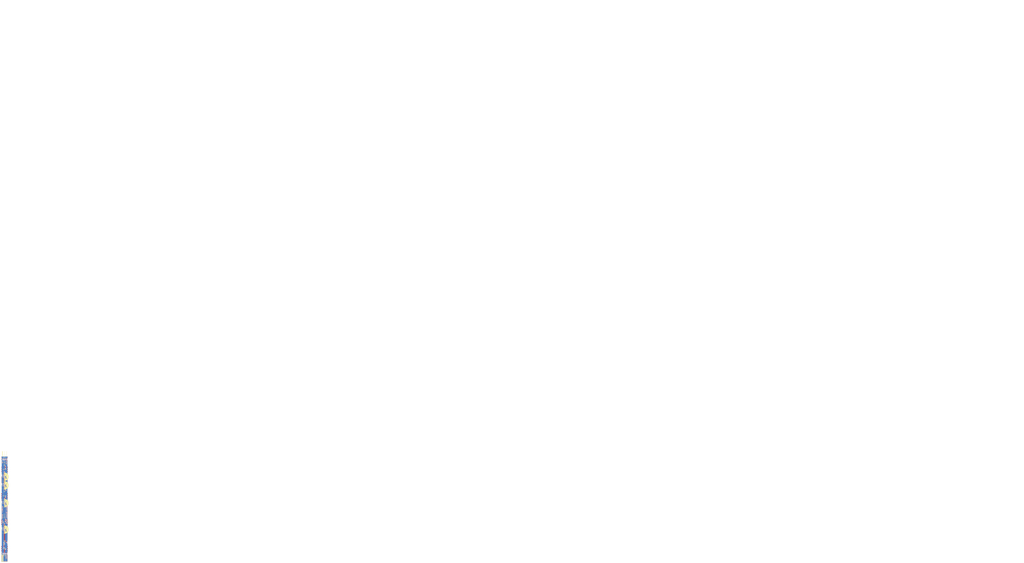
<source format=kicad_pcb>
(kicad_pcb (version 4) (host pcbnew 4.0.4-stable)

  (general
    (links 51)
    (no_connects 0)
    (area 146.218 -534.202481 1425.293211 169.672001)
    (thickness 1.6)
    (drawings 152)
    (tracks 169)
    (zones 0)
    (modules 22)
    (nets 12)
  )

  (page A4)
  (layers
    (0 F.Cu signal)
    (31 B.Cu signal)
    (32 B.Adhes user)
    (33 F.Adhes user)
    (34 B.Paste user)
    (35 F.Paste user)
    (36 B.SilkS user)
    (37 F.SilkS user)
    (38 B.Mask user)
    (39 F.Mask user)
    (40 Dwgs.User user)
    (41 Cmts.User user)
    (42 Eco1.User user)
    (43 Eco2.User user)
    (44 Edge.Cuts user)
    (45 Margin user)
    (46 B.CrtYd user)
    (47 F.CrtYd user)
    (48 B.Fab user)
    (49 F.Fab user)
  )

  (setup
    (last_trace_width 0.25)
    (trace_clearance 0.2)
    (zone_clearance 0.508)
    (zone_45_only no)
    (trace_min 0.2)
    (segment_width 0.2)
    (edge_width 0.2)
    (via_size 0.6)
    (via_drill 0.4)
    (via_min_size 0.4)
    (via_min_drill 0.3)
    (uvia_size 0.3)
    (uvia_drill 0.1)
    (uvias_allowed no)
    (uvia_min_size 0.2)
    (uvia_min_drill 0.1)
    (pcb_text_width 0.3)
    (pcb_text_size 1.5 1.5)
    (mod_edge_width 0.15)
    (mod_text_size 1 1)
    (mod_text_width 0.15)
    (pad_size 1.524 1.524)
    (pad_drill 0.762)
    (pad_to_mask_clearance 0.2)
    (aux_axis_origin 146.812 35.052)
    (grid_origin 149.352 40.132)
    (visible_elements 7FFFFFFF)
    (pcbplotparams
      (layerselection 0x010f0_80000001)
      (usegerberextensions false)
      (excludeedgelayer true)
      (linewidth 0.100000)
      (plotframeref false)
      (viasonmask false)
      (mode 1)
      (useauxorigin false)
      (hpglpennumber 1)
      (hpglpenspeed 20)
      (hpglpendiameter 15)
      (hpglpenoverlay 2)
      (psnegative false)
      (psa4output false)
      (plotreference true)
      (plotvalue true)
      (plotinvisibletext false)
      (padsonsilk false)
      (subtractmaskfromsilk false)
      (outputformat 1)
      (mirror false)
      (drillshape 0)
      (scaleselection 1)
      (outputdirectory v0_1_gerbers/))
  )

  (net 0 "")
  (net 1 VCC)
  (net 2 "Net-(P1-Pad2)")
  (net 3 GND)
  (net 4 "Net-(P2-Pad2)")
  (net 5 "Net-(P3-Pad2)")
  (net 6 "Net-(P4-Pad2)")
  (net 7 "Net-(P5-Pad2)")
  (net 8 "Net-(P6-Pad2)")
  (net 9 "Net-(P7-Pad2)")
  (net 10 "Net-(P10-Pad2)")
  (net 11 "Net-(P8-Pad2)")

  (net_class Default "This is the default net class."
    (clearance 0.2)
    (trace_width 0.25)
    (via_dia 0.6)
    (via_drill 0.4)
    (uvia_dia 0.3)
    (uvia_drill 0.1)
    (add_net GND)
    (add_net "Net-(P1-Pad2)")
    (add_net "Net-(P10-Pad2)")
    (add_net "Net-(P2-Pad2)")
    (add_net "Net-(P3-Pad2)")
    (add_net "Net-(P4-Pad2)")
    (add_net "Net-(P5-Pad2)")
    (add_net "Net-(P6-Pad2)")
    (add_net "Net-(P7-Pad2)")
    (add_net "Net-(P8-Pad2)")
    (add_net VCC)
  )

  (module Pin_Headers:Pin_Header_Angled_1x03_Pitch2.54mm (layer F.Cu) (tedit 5A513443) (tstamp 5A5125C0)
    (at 149.352 40.132 90)
    (descr "Through hole angled pin header, 1x03, 2.54mm pitch, 6mm pin length, single row")
    (tags "Through hole angled pin header THT 1x03 2.54mm single row")
    (path /5A453DE5)
    (fp_text reference P1 (at 2.794 2.54 360) (layer F.SilkS)
      (effects (font (size 1 1) (thickness 0.15)))
    )
    (fp_text value CONN_01X03 (at 4.385 7.35 90) (layer F.Fab)
      (effects (font (size 1 1) (thickness 0.15)))
    )
    (fp_line (start 2.135 -1.27) (end 4.04 -1.27) (layer F.Fab) (width 0.1))
    (fp_line (start 4.04 -1.27) (end 4.04 6.35) (layer F.Fab) (width 0.1))
    (fp_line (start 4.04 6.35) (end 1.5 6.35) (layer F.Fab) (width 0.1))
    (fp_line (start 1.5 6.35) (end 1.5 -0.635) (layer F.Fab) (width 0.1))
    (fp_line (start 1.5 -0.635) (end 2.135 -1.27) (layer F.Fab) (width 0.1))
    (fp_line (start -0.32 -0.32) (end 1.5 -0.32) (layer F.Fab) (width 0.1))
    (fp_line (start -0.32 -0.32) (end -0.32 0.32) (layer F.Fab) (width 0.1))
    (fp_line (start -0.32 0.32) (end 1.5 0.32) (layer F.Fab) (width 0.1))
    (fp_line (start 4.04 -0.32) (end 10.04 -0.32) (layer F.Fab) (width 0.1))
    (fp_line (start 10.04 -0.32) (end 10.04 0.32) (layer F.Fab) (width 0.1))
    (fp_line (start 4.04 0.32) (end 10.04 0.32) (layer F.Fab) (width 0.1))
    (fp_line (start -0.32 2.22) (end 1.5 2.22) (layer F.Fab) (width 0.1))
    (fp_line (start -0.32 2.22) (end -0.32 2.86) (layer F.Fab) (width 0.1))
    (fp_line (start -0.32 2.86) (end 1.5 2.86) (layer F.Fab) (width 0.1))
    (fp_line (start 4.04 2.22) (end 10.04 2.22) (layer F.Fab) (width 0.1))
    (fp_line (start 10.04 2.22) (end 10.04 2.86) (layer F.Fab) (width 0.1))
    (fp_line (start 4.04 2.86) (end 10.04 2.86) (layer F.Fab) (width 0.1))
    (fp_line (start -0.32 4.76) (end 1.5 4.76) (layer F.Fab) (width 0.1))
    (fp_line (start -0.32 4.76) (end -0.32 5.4) (layer F.Fab) (width 0.1))
    (fp_line (start -0.32 5.4) (end 1.5 5.4) (layer F.Fab) (width 0.1))
    (fp_line (start 4.04 4.76) (end 10.04 4.76) (layer F.Fab) (width 0.1))
    (fp_line (start 10.04 4.76) (end 10.04 5.4) (layer F.Fab) (width 0.1))
    (fp_line (start 4.04 5.4) (end 10.04 5.4) (layer F.Fab) (width 0.1))
    (fp_line (start 1.44 -1.33) (end 1.44 6.41) (layer F.SilkS) (width 0.12))
    (fp_line (start 1.44 6.41) (end 4.1 6.41) (layer F.SilkS) (width 0.12))
    (fp_line (start 4.1 6.41) (end 4.1 -1.33) (layer F.SilkS) (width 0.12))
    (fp_line (start 4.1 -1.33) (end 1.44 -1.33) (layer F.SilkS) (width 0.12))
    (fp_line (start 4.1 -0.38) (end 10.1 -0.38) (layer F.SilkS) (width 0.12))
    (fp_line (start 10.1 -0.38) (end 10.1 0.38) (layer F.SilkS) (width 0.12))
    (fp_line (start 10.1 0.38) (end 4.1 0.38) (layer F.SilkS) (width 0.12))
    (fp_line (start 4.1 -0.32) (end 10.1 -0.32) (layer F.SilkS) (width 0.12))
    (fp_line (start 4.1 -0.2) (end 10.1 -0.2) (layer F.SilkS) (width 0.12))
    (fp_line (start 4.1 -0.08) (end 10.1 -0.08) (layer F.SilkS) (width 0.12))
    (fp_line (start 4.1 0.04) (end 10.1 0.04) (layer F.SilkS) (width 0.12))
    (fp_line (start 4.1 0.16) (end 10.1 0.16) (layer F.SilkS) (width 0.12))
    (fp_line (start 4.1 0.28) (end 10.1 0.28) (layer F.SilkS) (width 0.12))
    (fp_line (start 1.11 -0.38) (end 1.44 -0.38) (layer F.SilkS) (width 0.12))
    (fp_line (start 1.11 0.38) (end 1.44 0.38) (layer F.SilkS) (width 0.12))
    (fp_line (start 1.44 1.27) (end 4.1 1.27) (layer F.SilkS) (width 0.12))
    (fp_line (start 4.1 2.16) (end 10.1 2.16) (layer F.SilkS) (width 0.12))
    (fp_line (start 10.1 2.16) (end 10.1 2.92) (layer F.SilkS) (width 0.12))
    (fp_line (start 10.1 2.92) (end 4.1 2.92) (layer F.SilkS) (width 0.12))
    (fp_line (start 1.042929 2.16) (end 1.44 2.16) (layer F.SilkS) (width 0.12))
    (fp_line (start 1.042929 2.92) (end 1.44 2.92) (layer F.SilkS) (width 0.12))
    (fp_line (start 1.44 3.81) (end 4.1 3.81) (layer F.SilkS) (width 0.12))
    (fp_line (start 4.1 4.7) (end 10.1 4.7) (layer F.SilkS) (width 0.12))
    (fp_line (start 10.1 4.7) (end 10.1 5.46) (layer F.SilkS) (width 0.12))
    (fp_line (start 10.1 5.46) (end 4.1 5.46) (layer F.SilkS) (width 0.12))
    (fp_line (start 1.042929 4.7) (end 1.44 4.7) (layer F.SilkS) (width 0.12))
    (fp_line (start 1.042929 5.46) (end 1.44 5.46) (layer F.SilkS) (width 0.12))
    (fp_line (start -1.27 0) (end -1.27 -1.27) (layer F.SilkS) (width 0.12))
    (fp_line (start -1.27 -1.27) (end 0 -1.27) (layer F.SilkS) (width 0.12))
    (fp_line (start -1.8 -1.8) (end -1.8 6.85) (layer F.CrtYd) (width 0.05))
    (fp_line (start -1.8 6.85) (end 10.55 6.85) (layer F.CrtYd) (width 0.05))
    (fp_line (start 10.55 6.85) (end 10.55 -1.8) (layer F.CrtYd) (width 0.05))
    (fp_line (start 10.55 -1.8) (end -1.8 -1.8) (layer F.CrtYd) (width 0.05))
    (fp_text user %R (at 2.77 2.54 180) (layer F.Fab)
      (effects (font (size 1 1) (thickness 0.15)))
    )
    (pad 1 thru_hole rect (at 0 0 90) (size 1.7 1.7) (drill 1) (layers *.Cu *.Mask)
      (net 1 VCC))
    (pad 2 thru_hole oval (at 0 2.54 90) (size 1.7 1.7) (drill 1) (layers *.Cu *.Mask)
      (net 2 "Net-(P1-Pad2)"))
    (pad 3 thru_hole oval (at 0 5.08 90) (size 1.7 1.7) (drill 1) (layers *.Cu *.Mask)
      (net 3 GND))
    (model ${KISYS3DMOD}/Pin_Headers.3dshapes/Pin_Header_Angled_1x03_Pitch2.54mm.wrl
      (at (xyz 0 0 0))
      (scale (xyz 1 1 1))
      (rotate (xyz 0 0 0))
    )
  )

  (module Capacitors_ThroughHole:CP_Radial_D10.0mm_P2.50mm_P5.00mm (layer F.Cu) (tedit 5A5133EB) (tstamp 5A512589)
    (at 150.622 61.722)
    (descr "CP, Radial series, Radial, pin pitch=2.50mm 5.00mm, , diameter=10mm, Electrolytic Capacitor")
    (tags "CP Radial series Radial pin pitch 2.50mm 5.00mm  diameter 10mm Electrolytic Capacitor")
    (path /5A516001)
    (fp_text reference C1 (at 1.27 -3.81) (layer F.SilkS)
      (effects (font (size 1 1) (thickness 0.15)))
    )
    (fp_text value CP1 (at 1.25 6.31) (layer F.Fab)
      (effects (font (size 1 1) (thickness 0.15)))
    )
    (fp_circle (center 1.25 0) (end 6.25 0) (layer F.Fab) (width 0.1))
    (fp_circle (center 1.25 0) (end 6.34 0) (layer F.SilkS) (width 0.12))
    (fp_line (start -2.2 0) (end -1 0) (layer F.Fab) (width 0.1))
    (fp_line (start -1.6 -0.65) (end -1.6 0.65) (layer F.Fab) (width 0.1))
    (fp_line (start 1.25 -5.05) (end 1.25 5.05) (layer F.SilkS) (width 0.12))
    (fp_line (start 1.29 -5.05) (end 1.29 5.05) (layer F.SilkS) (width 0.12))
    (fp_line (start 1.33 -5.05) (end 1.33 5.05) (layer F.SilkS) (width 0.12))
    (fp_line (start 1.37 -5.049) (end 1.37 5.049) (layer F.SilkS) (width 0.12))
    (fp_line (start 1.41 -5.048) (end 1.41 5.048) (layer F.SilkS) (width 0.12))
    (fp_line (start 1.45 -5.047) (end 1.45 5.047) (layer F.SilkS) (width 0.12))
    (fp_line (start 1.49 -5.045) (end 1.49 5.045) (layer F.SilkS) (width 0.12))
    (fp_line (start 1.53 -5.043) (end 1.53 -0.98) (layer F.SilkS) (width 0.12))
    (fp_line (start 1.53 0.98) (end 1.53 5.043) (layer F.SilkS) (width 0.12))
    (fp_line (start 1.57 -5.04) (end 1.57 -0.98) (layer F.SilkS) (width 0.12))
    (fp_line (start 1.57 0.98) (end 1.57 5.04) (layer F.SilkS) (width 0.12))
    (fp_line (start 1.61 -5.038) (end 1.61 -0.98) (layer F.SilkS) (width 0.12))
    (fp_line (start 1.61 0.98) (end 1.61 5.038) (layer F.SilkS) (width 0.12))
    (fp_line (start 1.65 -5.035) (end 1.65 -0.98) (layer F.SilkS) (width 0.12))
    (fp_line (start 1.65 0.98) (end 1.65 5.035) (layer F.SilkS) (width 0.12))
    (fp_line (start 1.69 -5.031) (end 1.69 -0.98) (layer F.SilkS) (width 0.12))
    (fp_line (start 1.69 0.98) (end 1.69 5.031) (layer F.SilkS) (width 0.12))
    (fp_line (start 1.73 -5.028) (end 1.73 -0.98) (layer F.SilkS) (width 0.12))
    (fp_line (start 1.73 0.98) (end 1.73 5.028) (layer F.SilkS) (width 0.12))
    (fp_line (start 1.77 -5.024) (end 1.77 -0.98) (layer F.SilkS) (width 0.12))
    (fp_line (start 1.77 0.98) (end 1.77 5.024) (layer F.SilkS) (width 0.12))
    (fp_line (start 1.81 -5.02) (end 1.81 -0.98) (layer F.SilkS) (width 0.12))
    (fp_line (start 1.81 0.98) (end 1.81 5.02) (layer F.SilkS) (width 0.12))
    (fp_line (start 1.85 -5.015) (end 1.85 -0.98) (layer F.SilkS) (width 0.12))
    (fp_line (start 1.85 0.98) (end 1.85 5.015) (layer F.SilkS) (width 0.12))
    (fp_line (start 1.89 -5.01) (end 1.89 -0.98) (layer F.SilkS) (width 0.12))
    (fp_line (start 1.89 0.98) (end 1.89 5.01) (layer F.SilkS) (width 0.12))
    (fp_line (start 1.93 -5.005) (end 1.93 -0.98) (layer F.SilkS) (width 0.12))
    (fp_line (start 1.93 0.98) (end 1.93 5.005) (layer F.SilkS) (width 0.12))
    (fp_line (start 1.971 -4.999) (end 1.971 -0.98) (layer F.SilkS) (width 0.12))
    (fp_line (start 1.971 0.98) (end 1.971 4.999) (layer F.SilkS) (width 0.12))
    (fp_line (start 2.011 -4.993) (end 2.011 -0.98) (layer F.SilkS) (width 0.12))
    (fp_line (start 2.011 0.98) (end 2.011 4.993) (layer F.SilkS) (width 0.12))
    (fp_line (start 2.051 -4.987) (end 2.051 -0.98) (layer F.SilkS) (width 0.12))
    (fp_line (start 2.051 0.98) (end 2.051 4.987) (layer F.SilkS) (width 0.12))
    (fp_line (start 2.091 -4.981) (end 2.091 -0.98) (layer F.SilkS) (width 0.12))
    (fp_line (start 2.091 0.98) (end 2.091 4.981) (layer F.SilkS) (width 0.12))
    (fp_line (start 2.131 -4.974) (end 2.131 -0.98) (layer F.SilkS) (width 0.12))
    (fp_line (start 2.131 0.98) (end 2.131 4.974) (layer F.SilkS) (width 0.12))
    (fp_line (start 2.171 -4.967) (end 2.171 -0.98) (layer F.SilkS) (width 0.12))
    (fp_line (start 2.171 0.98) (end 2.171 4.967) (layer F.SilkS) (width 0.12))
    (fp_line (start 2.211 -4.959) (end 2.211 -0.98) (layer F.SilkS) (width 0.12))
    (fp_line (start 2.211 2.58) (end 2.211 4.959) (layer F.SilkS) (width 0.12))
    (fp_line (start 2.251 -4.951) (end 2.251 -0.98) (layer F.SilkS) (width 0.12))
    (fp_line (start 2.251 2.58) (end 2.251 4.951) (layer F.SilkS) (width 0.12))
    (fp_line (start 2.291 -4.943) (end 2.291 -0.98) (layer F.SilkS) (width 0.12))
    (fp_line (start 2.291 2.58) (end 2.291 4.943) (layer F.SilkS) (width 0.12))
    (fp_line (start 2.331 -4.935) (end 2.331 -0.98) (layer F.SilkS) (width 0.12))
    (fp_line (start 2.331 2.58) (end 2.331 4.935) (layer F.SilkS) (width 0.12))
    (fp_line (start 2.371 -4.926) (end 2.371 -0.98) (layer F.SilkS) (width 0.12))
    (fp_line (start 2.371 2.58) (end 2.371 4.926) (layer F.SilkS) (width 0.12))
    (fp_line (start 2.411 -4.917) (end 2.411 -0.98) (layer F.SilkS) (width 0.12))
    (fp_line (start 2.411 2.58) (end 2.411 4.917) (layer F.SilkS) (width 0.12))
    (fp_line (start 2.451 -4.907) (end 2.451 -0.98) (layer F.SilkS) (width 0.12))
    (fp_line (start 2.451 2.58) (end 2.451 4.907) (layer F.SilkS) (width 0.12))
    (fp_line (start 2.491 -4.897) (end 2.491 -0.98) (layer F.SilkS) (width 0.12))
    (fp_line (start 2.491 2.58) (end 2.491 4.897) (layer F.SilkS) (width 0.12))
    (fp_line (start 2.531 -4.887) (end 2.531 -0.98) (layer F.SilkS) (width 0.12))
    (fp_line (start 2.531 2.58) (end 2.531 4.887) (layer F.SilkS) (width 0.12))
    (fp_line (start 2.571 -4.876) (end 2.571 -0.98) (layer F.SilkS) (width 0.12))
    (fp_line (start 2.571 2.58) (end 2.571 4.876) (layer F.SilkS) (width 0.12))
    (fp_line (start 2.611 -4.865) (end 2.611 -0.98) (layer F.SilkS) (width 0.12))
    (fp_line (start 2.611 2.58) (end 2.611 4.865) (layer F.SilkS) (width 0.12))
    (fp_line (start 2.651 -4.854) (end 2.651 -0.98) (layer F.SilkS) (width 0.12))
    (fp_line (start 2.651 2.58) (end 2.651 4.854) (layer F.SilkS) (width 0.12))
    (fp_line (start 2.691 -4.843) (end 2.691 -0.98) (layer F.SilkS) (width 0.12))
    (fp_line (start 2.691 2.58) (end 2.691 4.843) (layer F.SilkS) (width 0.12))
    (fp_line (start 2.731 -4.831) (end 2.731 -0.98) (layer F.SilkS) (width 0.12))
    (fp_line (start 2.731 2.58) (end 2.731 4.831) (layer F.SilkS) (width 0.12))
    (fp_line (start 2.771 -4.818) (end 2.771 -0.98) (layer F.SilkS) (width 0.12))
    (fp_line (start 2.771 2.58) (end 2.771 4.818) (layer F.SilkS) (width 0.12))
    (fp_line (start 2.811 -4.806) (end 2.811 -0.98) (layer F.SilkS) (width 0.12))
    (fp_line (start 2.811 2.58) (end 2.811 4.806) (layer F.SilkS) (width 0.12))
    (fp_line (start 2.851 -4.792) (end 2.851 -0.98) (layer F.SilkS) (width 0.12))
    (fp_line (start 2.851 2.58) (end 2.851 4.792) (layer F.SilkS) (width 0.12))
    (fp_line (start 2.891 -4.779) (end 2.891 -0.98) (layer F.SilkS) (width 0.12))
    (fp_line (start 2.891 2.58) (end 2.891 4.779) (layer F.SilkS) (width 0.12))
    (fp_line (start 2.931 -4.765) (end 2.931 -0.98) (layer F.SilkS) (width 0.12))
    (fp_line (start 2.931 2.58) (end 2.931 4.765) (layer F.SilkS) (width 0.12))
    (fp_line (start 2.971 -4.751) (end 2.971 -0.98) (layer F.SilkS) (width 0.12))
    (fp_line (start 2.971 2.58) (end 2.971 4.751) (layer F.SilkS) (width 0.12))
    (fp_line (start 3.011 -4.737) (end 3.011 -0.98) (layer F.SilkS) (width 0.12))
    (fp_line (start 3.011 2.58) (end 3.011 4.737) (layer F.SilkS) (width 0.12))
    (fp_line (start 3.051 -4.722) (end 3.051 -0.98) (layer F.SilkS) (width 0.12))
    (fp_line (start 3.051 2.58) (end 3.051 4.722) (layer F.SilkS) (width 0.12))
    (fp_line (start 3.091 -4.706) (end 3.091 -0.98) (layer F.SilkS) (width 0.12))
    (fp_line (start 3.091 2.58) (end 3.091 4.706) (layer F.SilkS) (width 0.12))
    (fp_line (start 3.131 -4.691) (end 3.131 -0.98) (layer F.SilkS) (width 0.12))
    (fp_line (start 3.131 2.58) (end 3.131 4.691) (layer F.SilkS) (width 0.12))
    (fp_line (start 3.171 -4.674) (end 3.171 -0.98) (layer F.SilkS) (width 0.12))
    (fp_line (start 3.171 2.58) (end 3.171 4.674) (layer F.SilkS) (width 0.12))
    (fp_line (start 3.211 -4.658) (end 3.211 -0.98) (layer F.SilkS) (width 0.12))
    (fp_line (start 3.211 2.58) (end 3.211 4.658) (layer F.SilkS) (width 0.12))
    (fp_line (start 3.251 -4.641) (end 3.251 -0.98) (layer F.SilkS) (width 0.12))
    (fp_line (start 3.251 2.58) (end 3.251 4.641) (layer F.SilkS) (width 0.12))
    (fp_line (start 3.291 -4.624) (end 3.291 -0.98) (layer F.SilkS) (width 0.12))
    (fp_line (start 3.291 2.58) (end 3.291 4.624) (layer F.SilkS) (width 0.12))
    (fp_line (start 3.331 -4.606) (end 3.331 -0.98) (layer F.SilkS) (width 0.12))
    (fp_line (start 3.331 2.58) (end 3.331 4.606) (layer F.SilkS) (width 0.12))
    (fp_line (start 3.371 -4.588) (end 3.371 -0.98) (layer F.SilkS) (width 0.12))
    (fp_line (start 3.371 2.58) (end 3.371 4.588) (layer F.SilkS) (width 0.12))
    (fp_line (start 3.411 -4.569) (end 3.411 -0.98) (layer F.SilkS) (width 0.12))
    (fp_line (start 3.411 2.58) (end 3.411 4.569) (layer F.SilkS) (width 0.12))
    (fp_line (start 3.451 -4.55) (end 3.451 -0.98) (layer F.SilkS) (width 0.12))
    (fp_line (start 3.451 2.58) (end 3.451 4.55) (layer F.SilkS) (width 0.12))
    (fp_line (start 3.491 -4.531) (end 3.491 0.621) (layer F.SilkS) (width 0.12))
    (fp_line (start 3.491 2.58) (end 3.491 4.531) (layer F.SilkS) (width 0.12))
    (fp_line (start 3.531 -4.511) (end 3.531 0.621) (layer F.SilkS) (width 0.12))
    (fp_line (start 3.531 2.58) (end 3.531 4.511) (layer F.SilkS) (width 0.12))
    (fp_line (start 3.571 -4.491) (end 3.571 0.621) (layer F.SilkS) (width 0.12))
    (fp_line (start 3.571 2.58) (end 3.571 4.491) (layer F.SilkS) (width 0.12))
    (fp_line (start 3.611 -4.47) (end 3.611 0.621) (layer F.SilkS) (width 0.12))
    (fp_line (start 3.611 2.58) (end 3.611 4.47) (layer F.SilkS) (width 0.12))
    (fp_line (start 3.651 -4.449) (end 3.651 0.621) (layer F.SilkS) (width 0.12))
    (fp_line (start 3.651 2.58) (end 3.651 4.449) (layer F.SilkS) (width 0.12))
    (fp_line (start 3.691 -4.428) (end 3.691 0.621) (layer F.SilkS) (width 0.12))
    (fp_line (start 3.691 2.58) (end 3.691 4.428) (layer F.SilkS) (width 0.12))
    (fp_line (start 3.731 -4.405) (end 3.731 0.621) (layer F.SilkS) (width 0.12))
    (fp_line (start 3.731 2.58) (end 3.731 4.405) (layer F.SilkS) (width 0.12))
    (fp_line (start 3.771 -4.383) (end 3.771 0.621) (layer F.SilkS) (width 0.12))
    (fp_line (start 3.771 2.58) (end 3.771 4.383) (layer F.SilkS) (width 0.12))
    (fp_line (start 3.811 -4.36) (end 3.811 0.621) (layer F.SilkS) (width 0.12))
    (fp_line (start 3.811 2.58) (end 3.811 4.36) (layer F.SilkS) (width 0.12))
    (fp_line (start 3.851 -4.336) (end 3.851 0.621) (layer F.SilkS) (width 0.12))
    (fp_line (start 3.851 2.58) (end 3.851 4.336) (layer F.SilkS) (width 0.12))
    (fp_line (start 3.891 -4.312) (end 3.891 0.621) (layer F.SilkS) (width 0.12))
    (fp_line (start 3.891 2.58) (end 3.891 4.312) (layer F.SilkS) (width 0.12))
    (fp_line (start 3.931 -4.288) (end 3.931 0.621) (layer F.SilkS) (width 0.12))
    (fp_line (start 3.931 2.58) (end 3.931 4.288) (layer F.SilkS) (width 0.12))
    (fp_line (start 3.971 -4.263) (end 3.971 0.621) (layer F.SilkS) (width 0.12))
    (fp_line (start 3.971 2.58) (end 3.971 4.263) (layer F.SilkS) (width 0.12))
    (fp_line (start 4.011 -4.237) (end 4.011 0.621) (layer F.SilkS) (width 0.12))
    (fp_line (start 4.011 2.58) (end 4.011 4.237) (layer F.SilkS) (width 0.12))
    (fp_line (start 4.051 -4.211) (end 4.051 0.621) (layer F.SilkS) (width 0.12))
    (fp_line (start 4.051 2.58) (end 4.051 4.211) (layer F.SilkS) (width 0.12))
    (fp_line (start 4.091 -4.185) (end 4.091 0.621) (layer F.SilkS) (width 0.12))
    (fp_line (start 4.091 2.58) (end 4.091 4.185) (layer F.SilkS) (width 0.12))
    (fp_line (start 4.131 -4.157) (end 4.131 0.621) (layer F.SilkS) (width 0.12))
    (fp_line (start 4.131 2.58) (end 4.131 4.157) (layer F.SilkS) (width 0.12))
    (fp_line (start 4.171 -4.13) (end 4.171 4.13) (layer F.SilkS) (width 0.12))
    (fp_line (start 4.211 -4.101) (end 4.211 4.101) (layer F.SilkS) (width 0.12))
    (fp_line (start 4.251 -4.072) (end 4.251 4.072) (layer F.SilkS) (width 0.12))
    (fp_line (start 4.291 -4.043) (end 4.291 4.043) (layer F.SilkS) (width 0.12))
    (fp_line (start 4.331 -4.013) (end 4.331 4.013) (layer F.SilkS) (width 0.12))
    (fp_line (start 4.371 -3.982) (end 4.371 3.982) (layer F.SilkS) (width 0.12))
    (fp_line (start 4.411 -3.951) (end 4.411 3.951) (layer F.SilkS) (width 0.12))
    (fp_line (start 4.451 -3.919) (end 4.451 3.919) (layer F.SilkS) (width 0.12))
    (fp_line (start 4.491 -3.886) (end 4.491 3.886) (layer F.SilkS) (width 0.12))
    (fp_line (start 4.531 -3.853) (end 4.531 3.853) (layer F.SilkS) (width 0.12))
    (fp_line (start 4.571 -3.819) (end 4.571 3.819) (layer F.SilkS) (width 0.12))
    (fp_line (start 4.611 -3.784) (end 4.611 3.784) (layer F.SilkS) (width 0.12))
    (fp_line (start 4.651 -3.748) (end 4.651 3.748) (layer F.SilkS) (width 0.12))
    (fp_line (start 4.691 -3.712) (end 4.691 3.712) (layer F.SilkS) (width 0.12))
    (fp_line (start 4.731 -3.675) (end 4.731 3.675) (layer F.SilkS) (width 0.12))
    (fp_line (start 4.771 -3.637) (end 4.771 3.637) (layer F.SilkS) (width 0.12))
    (fp_line (start 4.811 -3.598) (end 4.811 3.598) (layer F.SilkS) (width 0.12))
    (fp_line (start 4.851 -3.559) (end 4.851 3.559) (layer F.SilkS) (width 0.12))
    (fp_line (start 4.891 -3.518) (end 4.891 3.518) (layer F.SilkS) (width 0.12))
    (fp_line (start 4.931 -3.477) (end 4.931 3.477) (layer F.SilkS) (width 0.12))
    (fp_line (start 4.971 -3.435) (end 4.971 3.435) (layer F.SilkS) (width 0.12))
    (fp_line (start 5.011 -3.391) (end 5.011 3.391) (layer F.SilkS) (width 0.12))
    (fp_line (start 5.051 -3.347) (end 5.051 3.347) (layer F.SilkS) (width 0.12))
    (fp_line (start 5.091 -3.302) (end 5.091 3.302) (layer F.SilkS) (width 0.12))
    (fp_line (start 5.131 -3.255) (end 5.131 3.255) (layer F.SilkS) (width 0.12))
    (fp_line (start 5.171 -3.207) (end 5.171 3.207) (layer F.SilkS) (width 0.12))
    (fp_line (start 5.211 -3.158) (end 5.211 3.158) (layer F.SilkS) (width 0.12))
    (fp_line (start 5.251 -3.108) (end 5.251 3.108) (layer F.SilkS) (width 0.12))
    (fp_line (start 5.291 -3.057) (end 5.291 3.057) (layer F.SilkS) (width 0.12))
    (fp_line (start 5.331 -3.004) (end 5.331 3.004) (layer F.SilkS) (width 0.12))
    (fp_line (start 5.371 -2.949) (end 5.371 2.949) (layer F.SilkS) (width 0.12))
    (fp_line (start 5.411 -2.894) (end 5.411 2.894) (layer F.SilkS) (width 0.12))
    (fp_line (start 5.451 -2.836) (end 5.451 2.836) (layer F.SilkS) (width 0.12))
    (fp_line (start 5.491 -2.777) (end 5.491 2.777) (layer F.SilkS) (width 0.12))
    (fp_line (start 5.531 -2.715) (end 5.531 2.715) (layer F.SilkS) (width 0.12))
    (fp_line (start 5.571 -2.652) (end 5.571 2.652) (layer F.SilkS) (width 0.12))
    (fp_line (start 5.611 -2.587) (end 5.611 2.587) (layer F.SilkS) (width 0.12))
    (fp_line (start 5.651 -2.519) (end 5.651 2.519) (layer F.SilkS) (width 0.12))
    (fp_line (start 5.691 -2.449) (end 5.691 2.449) (layer F.SilkS) (width 0.12))
    (fp_line (start 5.731 -2.377) (end 5.731 2.377) (layer F.SilkS) (width 0.12))
    (fp_line (start 5.771 -2.301) (end 5.771 2.301) (layer F.SilkS) (width 0.12))
    (fp_line (start 5.811 -2.222) (end 5.811 2.222) (layer F.SilkS) (width 0.12))
    (fp_line (start 5.851 -2.14) (end 5.851 2.14) (layer F.SilkS) (width 0.12))
    (fp_line (start 5.891 -2.053) (end 5.891 2.053) (layer F.SilkS) (width 0.12))
    (fp_line (start 5.931 -1.962) (end 5.931 1.962) (layer F.SilkS) (width 0.12))
    (fp_line (start 5.971 -1.866) (end 5.971 1.866) (layer F.SilkS) (width 0.12))
    (fp_line (start 6.011 -1.763) (end 6.011 1.763) (layer F.SilkS) (width 0.12))
    (fp_line (start 6.051 -1.654) (end 6.051 1.654) (layer F.SilkS) (width 0.12))
    (fp_line (start 6.091 -1.536) (end 6.091 1.536) (layer F.SilkS) (width 0.12))
    (fp_line (start 6.131 -1.407) (end 6.131 1.407) (layer F.SilkS) (width 0.12))
    (fp_line (start 6.171 -1.265) (end 6.171 1.265) (layer F.SilkS) (width 0.12))
    (fp_line (start 6.211 -1.104) (end 6.211 1.104) (layer F.SilkS) (width 0.12))
    (fp_line (start 6.251 -0.913) (end 6.251 0.913) (layer F.SilkS) (width 0.12))
    (fp_line (start 6.291 -0.672) (end 6.291 0.672) (layer F.SilkS) (width 0.12))
    (fp_line (start 6.331 -0.279) (end 6.331 0.279) (layer F.SilkS) (width 0.12))
    (fp_line (start -2.2 0) (end -1 0) (layer F.SilkS) (width 0.12))
    (fp_line (start -1.6 -0.65) (end -1.6 0.65) (layer F.SilkS) (width 0.12))
    (fp_line (start -4.1 -5.35) (end -4.1 5.35) (layer F.CrtYd) (width 0.05))
    (fp_line (start -4.1 5.35) (end 6.6 5.35) (layer F.CrtYd) (width 0.05))
    (fp_line (start 6.6 5.35) (end 6.6 -5.35) (layer F.CrtYd) (width 0.05))
    (fp_line (start 6.6 -5.35) (end -4.1 -5.35) (layer F.CrtYd) (width 0.05))
    (fp_text user %R (at 1.25 0) (layer F.Fab)
      (effects (font (size 1 1) (thickness 0.15)))
    )
    (pad 1 thru_hole rect (at 0 0) (size 1.6 1.6) (drill 0.8) (layers *.Cu *.Mask)
      (net 1 VCC))
    (pad 2 thru_hole circle (at 2.5 0) (size 1.6 1.6) (drill 0.8) (layers *.Cu *.Mask)
      (net 3 GND))
    (pad 1 thru_hole rect (at -0.670937 -1.6) (size 1.6 1.6) (drill 0.8) (layers *.Cu *.Mask)
      (net 1 VCC))
    (pad 2 thru_hole circle (at 3.170937 1.6) (size 1.6 1.6) (drill 0.8) (layers *.Cu *.Mask)
      (net 3 GND))
    (model ${KISYS3DMOD}/Capacitors_THT.3dshapes/CP_Radial_D10.0mm_P2.50mm_P5.00mm.wrl
      (at (xyz 0 0 0))
      (scale (xyz 1 1 1))
      (rotate (xyz 0 0 0))
    )
  )

  (module Capacitors_ThroughHole:CP_Radial_D10.0mm_P2.50mm_P5.00mm (layer F.Cu) (tedit 5A5133FB) (tstamp 5A512591)
    (at 150.622 72.517)
    (descr "CP, Radial series, Radial, pin pitch=2.50mm 5.00mm, , diameter=10mm, Electrolytic Capacitor")
    (tags "CP Radial series Radial pin pitch 2.50mm 5.00mm  diameter 10mm Electrolytic Capacitor")
    (path /5A5166D7)
    (fp_text reference C2 (at 1.27 -3.683) (layer F.SilkS)
      (effects (font (size 1 1) (thickness 0.15)))
    )
    (fp_text value CP1 (at 1.25 6.31) (layer F.Fab)
      (effects (font (size 1 1) (thickness 0.15)))
    )
    (fp_circle (center 1.25 0) (end 6.25 0) (layer F.Fab) (width 0.1))
    (fp_circle (center 1.25 0) (end 6.34 0) (layer F.SilkS) (width 0.12))
    (fp_line (start -2.2 0) (end -1 0) (layer F.Fab) (width 0.1))
    (fp_line (start -1.6 -0.65) (end -1.6 0.65) (layer F.Fab) (width 0.1))
    (fp_line (start 1.25 -5.05) (end 1.25 5.05) (layer F.SilkS) (width 0.12))
    (fp_line (start 1.29 -5.05) (end 1.29 5.05) (layer F.SilkS) (width 0.12))
    (fp_line (start 1.33 -5.05) (end 1.33 5.05) (layer F.SilkS) (width 0.12))
    (fp_line (start 1.37 -5.049) (end 1.37 5.049) (layer F.SilkS) (width 0.12))
    (fp_line (start 1.41 -5.048) (end 1.41 5.048) (layer F.SilkS) (width 0.12))
    (fp_line (start 1.45 -5.047) (end 1.45 5.047) (layer F.SilkS) (width 0.12))
    (fp_line (start 1.49 -5.045) (end 1.49 5.045) (layer F.SilkS) (width 0.12))
    (fp_line (start 1.53 -5.043) (end 1.53 -0.98) (layer F.SilkS) (width 0.12))
    (fp_line (start 1.53 0.98) (end 1.53 5.043) (layer F.SilkS) (width 0.12))
    (fp_line (start 1.57 -5.04) (end 1.57 -0.98) (layer F.SilkS) (width 0.12))
    (fp_line (start 1.57 0.98) (end 1.57 5.04) (layer F.SilkS) (width 0.12))
    (fp_line (start 1.61 -5.038) (end 1.61 -0.98) (layer F.SilkS) (width 0.12))
    (fp_line (start 1.61 0.98) (end 1.61 5.038) (layer F.SilkS) (width 0.12))
    (fp_line (start 1.65 -5.035) (end 1.65 -0.98) (layer F.SilkS) (width 0.12))
    (fp_line (start 1.65 0.98) (end 1.65 5.035) (layer F.SilkS) (width 0.12))
    (fp_line (start 1.69 -5.031) (end 1.69 -0.98) (layer F.SilkS) (width 0.12))
    (fp_line (start 1.69 0.98) (end 1.69 5.031) (layer F.SilkS) (width 0.12))
    (fp_line (start 1.73 -5.028) (end 1.73 -0.98) (layer F.SilkS) (width 0.12))
    (fp_line (start 1.73 0.98) (end 1.73 5.028) (layer F.SilkS) (width 0.12))
    (fp_line (start 1.77 -5.024) (end 1.77 -0.98) (layer F.SilkS) (width 0.12))
    (fp_line (start 1.77 0.98) (end 1.77 5.024) (layer F.SilkS) (width 0.12))
    (fp_line (start 1.81 -5.02) (end 1.81 -0.98) (layer F.SilkS) (width 0.12))
    (fp_line (start 1.81 0.98) (end 1.81 5.02) (layer F.SilkS) (width 0.12))
    (fp_line (start 1.85 -5.015) (end 1.85 -0.98) (layer F.SilkS) (width 0.12))
    (fp_line (start 1.85 0.98) (end 1.85 5.015) (layer F.SilkS) (width 0.12))
    (fp_line (start 1.89 -5.01) (end 1.89 -0.98) (layer F.SilkS) (width 0.12))
    (fp_line (start 1.89 0.98) (end 1.89 5.01) (layer F.SilkS) (width 0.12))
    (fp_line (start 1.93 -5.005) (end 1.93 -0.98) (layer F.SilkS) (width 0.12))
    (fp_line (start 1.93 0.98) (end 1.93 5.005) (layer F.SilkS) (width 0.12))
    (fp_line (start 1.971 -4.999) (end 1.971 -0.98) (layer F.SilkS) (width 0.12))
    (fp_line (start 1.971 0.98) (end 1.971 4.999) (layer F.SilkS) (width 0.12))
    (fp_line (start 2.011 -4.993) (end 2.011 -0.98) (layer F.SilkS) (width 0.12))
    (fp_line (start 2.011 0.98) (end 2.011 4.993) (layer F.SilkS) (width 0.12))
    (fp_line (start 2.051 -4.987) (end 2.051 -0.98) (layer F.SilkS) (width 0.12))
    (fp_line (start 2.051 0.98) (end 2.051 4.987) (layer F.SilkS) (width 0.12))
    (fp_line (start 2.091 -4.981) (end 2.091 -0.98) (layer F.SilkS) (width 0.12))
    (fp_line (start 2.091 0.98) (end 2.091 4.981) (layer F.SilkS) (width 0.12))
    (fp_line (start 2.131 -4.974) (end 2.131 -0.98) (layer F.SilkS) (width 0.12))
    (fp_line (start 2.131 0.98) (end 2.131 4.974) (layer F.SilkS) (width 0.12))
    (fp_line (start 2.171 -4.967) (end 2.171 -0.98) (layer F.SilkS) (width 0.12))
    (fp_line (start 2.171 0.98) (end 2.171 4.967) (layer F.SilkS) (width 0.12))
    (fp_line (start 2.211 -4.959) (end 2.211 -0.98) (layer F.SilkS) (width 0.12))
    (fp_line (start 2.211 2.58) (end 2.211 4.959) (layer F.SilkS) (width 0.12))
    (fp_line (start 2.251 -4.951) (end 2.251 -0.98) (layer F.SilkS) (width 0.12))
    (fp_line (start 2.251 2.58) (end 2.251 4.951) (layer F.SilkS) (width 0.12))
    (fp_line (start 2.291 -4.943) (end 2.291 -0.98) (layer F.SilkS) (width 0.12))
    (fp_line (start 2.291 2.58) (end 2.291 4.943) (layer F.SilkS) (width 0.12))
    (fp_line (start 2.331 -4.935) (end 2.331 -0.98) (layer F.SilkS) (width 0.12))
    (fp_line (start 2.331 2.58) (end 2.331 4.935) (layer F.SilkS) (width 0.12))
    (fp_line (start 2.371 -4.926) (end 2.371 -0.98) (layer F.SilkS) (width 0.12))
    (fp_line (start 2.371 2.58) (end 2.371 4.926) (layer F.SilkS) (width 0.12))
    (fp_line (start 2.411 -4.917) (end 2.411 -0.98) (layer F.SilkS) (width 0.12))
    (fp_line (start 2.411 2.58) (end 2.411 4.917) (layer F.SilkS) (width 0.12))
    (fp_line (start 2.451 -4.907) (end 2.451 -0.98) (layer F.SilkS) (width 0.12))
    (fp_line (start 2.451 2.58) (end 2.451 4.907) (layer F.SilkS) (width 0.12))
    (fp_line (start 2.491 -4.897) (end 2.491 -0.98) (layer F.SilkS) (width 0.12))
    (fp_line (start 2.491 2.58) (end 2.491 4.897) (layer F.SilkS) (width 0.12))
    (fp_line (start 2.531 -4.887) (end 2.531 -0.98) (layer F.SilkS) (width 0.12))
    (fp_line (start 2.531 2.58) (end 2.531 4.887) (layer F.SilkS) (width 0.12))
    (fp_line (start 2.571 -4.876) (end 2.571 -0.98) (layer F.SilkS) (width 0.12))
    (fp_line (start 2.571 2.58) (end 2.571 4.876) (layer F.SilkS) (width 0.12))
    (fp_line (start 2.611 -4.865) (end 2.611 -0.98) (layer F.SilkS) (width 0.12))
    (fp_line (start 2.611 2.58) (end 2.611 4.865) (layer F.SilkS) (width 0.12))
    (fp_line (start 2.651 -4.854) (end 2.651 -0.98) (layer F.SilkS) (width 0.12))
    (fp_line (start 2.651 2.58) (end 2.651 4.854) (layer F.SilkS) (width 0.12))
    (fp_line (start 2.691 -4.843) (end 2.691 -0.98) (layer F.SilkS) (width 0.12))
    (fp_line (start 2.691 2.58) (end 2.691 4.843) (layer F.SilkS) (width 0.12))
    (fp_line (start 2.731 -4.831) (end 2.731 -0.98) (layer F.SilkS) (width 0.12))
    (fp_line (start 2.731 2.58) (end 2.731 4.831) (layer F.SilkS) (width 0.12))
    (fp_line (start 2.771 -4.818) (end 2.771 -0.98) (layer F.SilkS) (width 0.12))
    (fp_line (start 2.771 2.58) (end 2.771 4.818) (layer F.SilkS) (width 0.12))
    (fp_line (start 2.811 -4.806) (end 2.811 -0.98) (layer F.SilkS) (width 0.12))
    (fp_line (start 2.811 2.58) (end 2.811 4.806) (layer F.SilkS) (width 0.12))
    (fp_line (start 2.851 -4.792) (end 2.851 -0.98) (layer F.SilkS) (width 0.12))
    (fp_line (start 2.851 2.58) (end 2.851 4.792) (layer F.SilkS) (width 0.12))
    (fp_line (start 2.891 -4.779) (end 2.891 -0.98) (layer F.SilkS) (width 0.12))
    (fp_line (start 2.891 2.58) (end 2.891 4.779) (layer F.SilkS) (width 0.12))
    (fp_line (start 2.931 -4.765) (end 2.931 -0.98) (layer F.SilkS) (width 0.12))
    (fp_line (start 2.931 2.58) (end 2.931 4.765) (layer F.SilkS) (width 0.12))
    (fp_line (start 2.971 -4.751) (end 2.971 -0.98) (layer F.SilkS) (width 0.12))
    (fp_line (start 2.971 2.58) (end 2.971 4.751) (layer F.SilkS) (width 0.12))
    (fp_line (start 3.011 -4.737) (end 3.011 -0.98) (layer F.SilkS) (width 0.12))
    (fp_line (start 3.011 2.58) (end 3.011 4.737) (layer F.SilkS) (width 0.12))
    (fp_line (start 3.051 -4.722) (end 3.051 -0.98) (layer F.SilkS) (width 0.12))
    (fp_line (start 3.051 2.58) (end 3.051 4.722) (layer F.SilkS) (width 0.12))
    (fp_line (start 3.091 -4.706) (end 3.091 -0.98) (layer F.SilkS) (width 0.12))
    (fp_line (start 3.091 2.58) (end 3.091 4.706) (layer F.SilkS) (width 0.12))
    (fp_line (start 3.131 -4.691) (end 3.131 -0.98) (layer F.SilkS) (width 0.12))
    (fp_line (start 3.131 2.58) (end 3.131 4.691) (layer F.SilkS) (width 0.12))
    (fp_line (start 3.171 -4.674) (end 3.171 -0.98) (layer F.SilkS) (width 0.12))
    (fp_line (start 3.171 2.58) (end 3.171 4.674) (layer F.SilkS) (width 0.12))
    (fp_line (start 3.211 -4.658) (end 3.211 -0.98) (layer F.SilkS) (width 0.12))
    (fp_line (start 3.211 2.58) (end 3.211 4.658) (layer F.SilkS) (width 0.12))
    (fp_line (start 3.251 -4.641) (end 3.251 -0.98) (layer F.SilkS) (width 0.12))
    (fp_line (start 3.251 2.58) (end 3.251 4.641) (layer F.SilkS) (width 0.12))
    (fp_line (start 3.291 -4.624) (end 3.291 -0.98) (layer F.SilkS) (width 0.12))
    (fp_line (start 3.291 2.58) (end 3.291 4.624) (layer F.SilkS) (width 0.12))
    (fp_line (start 3.331 -4.606) (end 3.331 -0.98) (layer F.SilkS) (width 0.12))
    (fp_line (start 3.331 2.58) (end 3.331 4.606) (layer F.SilkS) (width 0.12))
    (fp_line (start 3.371 -4.588) (end 3.371 -0.98) (layer F.SilkS) (width 0.12))
    (fp_line (start 3.371 2.58) (end 3.371 4.588) (layer F.SilkS) (width 0.12))
    (fp_line (start 3.411 -4.569) (end 3.411 -0.98) (layer F.SilkS) (width 0.12))
    (fp_line (start 3.411 2.58) (end 3.411 4.569) (layer F.SilkS) (width 0.12))
    (fp_line (start 3.451 -4.55) (end 3.451 -0.98) (layer F.SilkS) (width 0.12))
    (fp_line (start 3.451 2.58) (end 3.451 4.55) (layer F.SilkS) (width 0.12))
    (fp_line (start 3.491 -4.531) (end 3.491 0.621) (layer F.SilkS) (width 0.12))
    (fp_line (start 3.491 2.58) (end 3.491 4.531) (layer F.SilkS) (width 0.12))
    (fp_line (start 3.531 -4.511) (end 3.531 0.621) (layer F.SilkS) (width 0.12))
    (fp_line (start 3.531 2.58) (end 3.531 4.511) (layer F.SilkS) (width 0.12))
    (fp_line (start 3.571 -4.491) (end 3.571 0.621) (layer F.SilkS) (width 0.12))
    (fp_line (start 3.571 2.58) (end 3.571 4.491) (layer F.SilkS) (width 0.12))
    (fp_line (start 3.611 -4.47) (end 3.611 0.621) (layer F.SilkS) (width 0.12))
    (fp_line (start 3.611 2.58) (end 3.611 4.47) (layer F.SilkS) (width 0.12))
    (fp_line (start 3.651 -4.449) (end 3.651 0.621) (layer F.SilkS) (width 0.12))
    (fp_line (start 3.651 2.58) (end 3.651 4.449) (layer F.SilkS) (width 0.12))
    (fp_line (start 3.691 -4.428) (end 3.691 0.621) (layer F.SilkS) (width 0.12))
    (fp_line (start 3.691 2.58) (end 3.691 4.428) (layer F.SilkS) (width 0.12))
    (fp_line (start 3.731 -4.405) (end 3.731 0.621) (layer F.SilkS) (width 0.12))
    (fp_line (start 3.731 2.58) (end 3.731 4.405) (layer F.SilkS) (width 0.12))
    (fp_line (start 3.771 -4.383) (end 3.771 0.621) (layer F.SilkS) (width 0.12))
    (fp_line (start 3.771 2.58) (end 3.771 4.383) (layer F.SilkS) (width 0.12))
    (fp_line (start 3.811 -4.36) (end 3.811 0.621) (layer F.SilkS) (width 0.12))
    (fp_line (start 3.811 2.58) (end 3.811 4.36) (layer F.SilkS) (width 0.12))
    (fp_line (start 3.851 -4.336) (end 3.851 0.621) (layer F.SilkS) (width 0.12))
    (fp_line (start 3.851 2.58) (end 3.851 4.336) (layer F.SilkS) (width 0.12))
    (fp_line (start 3.891 -4.312) (end 3.891 0.621) (layer F.SilkS) (width 0.12))
    (fp_line (start 3.891 2.58) (end 3.891 4.312) (layer F.SilkS) (width 0.12))
    (fp_line (start 3.931 -4.288) (end 3.931 0.621) (layer F.SilkS) (width 0.12))
    (fp_line (start 3.931 2.58) (end 3.931 4.288) (layer F.SilkS) (width 0.12))
    (fp_line (start 3.971 -4.263) (end 3.971 0.621) (layer F.SilkS) (width 0.12))
    (fp_line (start 3.971 2.58) (end 3.971 4.263) (layer F.SilkS) (width 0.12))
    (fp_line (start 4.011 -4.237) (end 4.011 0.621) (layer F.SilkS) (width 0.12))
    (fp_line (start 4.011 2.58) (end 4.011 4.237) (layer F.SilkS) (width 0.12))
    (fp_line (start 4.051 -4.211) (end 4.051 0.621) (layer F.SilkS) (width 0.12))
    (fp_line (start 4.051 2.58) (end 4.051 4.211) (layer F.SilkS) (width 0.12))
    (fp_line (start 4.091 -4.185) (end 4.091 0.621) (layer F.SilkS) (width 0.12))
    (fp_line (start 4.091 2.58) (end 4.091 4.185) (layer F.SilkS) (width 0.12))
    (fp_line (start 4.131 -4.157) (end 4.131 0.621) (layer F.SilkS) (width 0.12))
    (fp_line (start 4.131 2.58) (end 4.131 4.157) (layer F.SilkS) (width 0.12))
    (fp_line (start 4.171 -4.13) (end 4.171 4.13) (layer F.SilkS) (width 0.12))
    (fp_line (start 4.211 -4.101) (end 4.211 4.101) (layer F.SilkS) (width 0.12))
    (fp_line (start 4.251 -4.072) (end 4.251 4.072) (layer F.SilkS) (width 0.12))
    (fp_line (start 4.291 -4.043) (end 4.291 4.043) (layer F.SilkS) (width 0.12))
    (fp_line (start 4.331 -4.013) (end 4.331 4.013) (layer F.SilkS) (width 0.12))
    (fp_line (start 4.371 -3.982) (end 4.371 3.982) (layer F.SilkS) (width 0.12))
    (fp_line (start 4.411 -3.951) (end 4.411 3.951) (layer F.SilkS) (width 0.12))
    (fp_line (start 4.451 -3.919) (end 4.451 3.919) (layer F.SilkS) (width 0.12))
    (fp_line (start 4.491 -3.886) (end 4.491 3.886) (layer F.SilkS) (width 0.12))
    (fp_line (start 4.531 -3.853) (end 4.531 3.853) (layer F.SilkS) (width 0.12))
    (fp_line (start 4.571 -3.819) (end 4.571 3.819) (layer F.SilkS) (width 0.12))
    (fp_line (start 4.611 -3.784) (end 4.611 3.784) (layer F.SilkS) (width 0.12))
    (fp_line (start 4.651 -3.748) (end 4.651 3.748) (layer F.SilkS) (width 0.12))
    (fp_line (start 4.691 -3.712) (end 4.691 3.712) (layer F.SilkS) (width 0.12))
    (fp_line (start 4.731 -3.675) (end 4.731 3.675) (layer F.SilkS) (width 0.12))
    (fp_line (start 4.771 -3.637) (end 4.771 3.637) (layer F.SilkS) (width 0.12))
    (fp_line (start 4.811 -3.598) (end 4.811 3.598) (layer F.SilkS) (width 0.12))
    (fp_line (start 4.851 -3.559) (end 4.851 3.559) (layer F.SilkS) (width 0.12))
    (fp_line (start 4.891 -3.518) (end 4.891 3.518) (layer F.SilkS) (width 0.12))
    (fp_line (start 4.931 -3.477) (end 4.931 3.477) (layer F.SilkS) (width 0.12))
    (fp_line (start 4.971 -3.435) (end 4.971 3.435) (layer F.SilkS) (width 0.12))
    (fp_line (start 5.011 -3.391) (end 5.011 3.391) (layer F.SilkS) (width 0.12))
    (fp_line (start 5.051 -3.347) (end 5.051 3.347) (layer F.SilkS) (width 0.12))
    (fp_line (start 5.091 -3.302) (end 5.091 3.302) (layer F.SilkS) (width 0.12))
    (fp_line (start 5.131 -3.255) (end 5.131 3.255) (layer F.SilkS) (width 0.12))
    (fp_line (start 5.171 -3.207) (end 5.171 3.207) (layer F.SilkS) (width 0.12))
    (fp_line (start 5.211 -3.158) (end 5.211 3.158) (layer F.SilkS) (width 0.12))
    (fp_line (start 5.251 -3.108) (end 5.251 3.108) (layer F.SilkS) (width 0.12))
    (fp_line (start 5.291 -3.057) (end 5.291 3.057) (layer F.SilkS) (width 0.12))
    (fp_line (start 5.331 -3.004) (end 5.331 3.004) (layer F.SilkS) (width 0.12))
    (fp_line (start 5.371 -2.949) (end 5.371 2.949) (layer F.SilkS) (width 0.12))
    (fp_line (start 5.411 -2.894) (end 5.411 2.894) (layer F.SilkS) (width 0.12))
    (fp_line (start 5.451 -2.836) (end 5.451 2.836) (layer F.SilkS) (width 0.12))
    (fp_line (start 5.491 -2.777) (end 5.491 2.777) (layer F.SilkS) (width 0.12))
    (fp_line (start 5.531 -2.715) (end 5.531 2.715) (layer F.SilkS) (width 0.12))
    (fp_line (start 5.571 -2.652) (end 5.571 2.652) (layer F.SilkS) (width 0.12))
    (fp_line (start 5.611 -2.587) (end 5.611 2.587) (layer F.SilkS) (width 0.12))
    (fp_line (start 5.651 -2.519) (end 5.651 2.519) (layer F.SilkS) (width 0.12))
    (fp_line (start 5.691 -2.449) (end 5.691 2.449) (layer F.SilkS) (width 0.12))
    (fp_line (start 5.731 -2.377) (end 5.731 2.377) (layer F.SilkS) (width 0.12))
    (fp_line (start 5.771 -2.301) (end 5.771 2.301) (layer F.SilkS) (width 0.12))
    (fp_line (start 5.811 -2.222) (end 5.811 2.222) (layer F.SilkS) (width 0.12))
    (fp_line (start 5.851 -2.14) (end 5.851 2.14) (layer F.SilkS) (width 0.12))
    (fp_line (start 5.891 -2.053) (end 5.891 2.053) (layer F.SilkS) (width 0.12))
    (fp_line (start 5.931 -1.962) (end 5.931 1.962) (layer F.SilkS) (width 0.12))
    (fp_line (start 5.971 -1.866) (end 5.971 1.866) (layer F.SilkS) (width 0.12))
    (fp_line (start 6.011 -1.763) (end 6.011 1.763) (layer F.SilkS) (width 0.12))
    (fp_line (start 6.051 -1.654) (end 6.051 1.654) (layer F.SilkS) (width 0.12))
    (fp_line (start 6.091 -1.536) (end 6.091 1.536) (layer F.SilkS) (width 0.12))
    (fp_line (start 6.131 -1.407) (end 6.131 1.407) (layer F.SilkS) (width 0.12))
    (fp_line (start 6.171 -1.265) (end 6.171 1.265) (layer F.SilkS) (width 0.12))
    (fp_line (start 6.211 -1.104) (end 6.211 1.104) (layer F.SilkS) (width 0.12))
    (fp_line (start 6.251 -0.913) (end 6.251 0.913) (layer F.SilkS) (width 0.12))
    (fp_line (start 6.291 -0.672) (end 6.291 0.672) (layer F.SilkS) (width 0.12))
    (fp_line (start 6.331 -0.279) (end 6.331 0.279) (layer F.SilkS) (width 0.12))
    (fp_line (start -2.2 0) (end -1 0) (layer F.SilkS) (width 0.12))
    (fp_line (start -1.6 -0.65) (end -1.6 0.65) (layer F.SilkS) (width 0.12))
    (fp_line (start -4.1 -5.35) (end -4.1 5.35) (layer F.CrtYd) (width 0.05))
    (fp_line (start -4.1 5.35) (end 6.6 5.35) (layer F.CrtYd) (width 0.05))
    (fp_line (start 6.6 5.35) (end 6.6 -5.35) (layer F.CrtYd) (width 0.05))
    (fp_line (start 6.6 -5.35) (end -4.1 -5.35) (layer F.CrtYd) (width 0.05))
    (fp_text user %R (at 1.25 0) (layer F.Fab)
      (effects (font (size 1 1) (thickness 0.15)))
    )
    (pad 1 thru_hole rect (at 0 0) (size 1.6 1.6) (drill 0.8) (layers *.Cu *.Mask)
      (net 1 VCC))
    (pad 2 thru_hole circle (at 2.5 0) (size 1.6 1.6) (drill 0.8) (layers *.Cu *.Mask)
      (net 3 GND))
    (pad 1 thru_hole rect (at -0.670937 -1.6) (size 1.6 1.6) (drill 0.8) (layers *.Cu *.Mask)
      (net 1 VCC))
    (pad 2 thru_hole circle (at 3.170937 1.6) (size 1.6 1.6) (drill 0.8) (layers *.Cu *.Mask)
      (net 3 GND))
    (model ${KISYS3DMOD}/Capacitors_THT.3dshapes/CP_Radial_D10.0mm_P2.50mm_P5.00mm.wrl
      (at (xyz 0 0 0))
      (scale (xyz 1 1 1))
      (rotate (xyz 0 0 0))
    )
  )

  (module Capacitors_ThroughHole:CP_Radial_D10.0mm_P2.50mm_P5.00mm (layer F.Cu) (tedit 5A513400) (tstamp 5A512599)
    (at 150.622 94.742)
    (descr "CP, Radial series, Radial, pin pitch=2.50mm 5.00mm, , diameter=10mm, Electrolytic Capacitor")
    (tags "CP Radial series Radial pin pitch 2.50mm 5.00mm  diameter 10mm Electrolytic Capacitor")
    (path /5A516713)
    (fp_text reference C3 (at 1.27 -3.81) (layer F.SilkS)
      (effects (font (size 1 1) (thickness 0.15)))
    )
    (fp_text value CP1 (at 1.25 6.31) (layer F.Fab)
      (effects (font (size 1 1) (thickness 0.15)))
    )
    (fp_circle (center 1.25 0) (end 6.25 0) (layer F.Fab) (width 0.1))
    (fp_circle (center 1.25 0) (end 6.34 0) (layer F.SilkS) (width 0.12))
    (fp_line (start -2.2 0) (end -1 0) (layer F.Fab) (width 0.1))
    (fp_line (start -1.6 -0.65) (end -1.6 0.65) (layer F.Fab) (width 0.1))
    (fp_line (start 1.25 -5.05) (end 1.25 5.05) (layer F.SilkS) (width 0.12))
    (fp_line (start 1.29 -5.05) (end 1.29 5.05) (layer F.SilkS) (width 0.12))
    (fp_line (start 1.33 -5.05) (end 1.33 5.05) (layer F.SilkS) (width 0.12))
    (fp_line (start 1.37 -5.049) (end 1.37 5.049) (layer F.SilkS) (width 0.12))
    (fp_line (start 1.41 -5.048) (end 1.41 5.048) (layer F.SilkS) (width 0.12))
    (fp_line (start 1.45 -5.047) (end 1.45 5.047) (layer F.SilkS) (width 0.12))
    (fp_line (start 1.49 -5.045) (end 1.49 5.045) (layer F.SilkS) (width 0.12))
    (fp_line (start 1.53 -5.043) (end 1.53 -0.98) (layer F.SilkS) (width 0.12))
    (fp_line (start 1.53 0.98) (end 1.53 5.043) (layer F.SilkS) (width 0.12))
    (fp_line (start 1.57 -5.04) (end 1.57 -0.98) (layer F.SilkS) (width 0.12))
    (fp_line (start 1.57 0.98) (end 1.57 5.04) (layer F.SilkS) (width 0.12))
    (fp_line (start 1.61 -5.038) (end 1.61 -0.98) (layer F.SilkS) (width 0.12))
    (fp_line (start 1.61 0.98) (end 1.61 5.038) (layer F.SilkS) (width 0.12))
    (fp_line (start 1.65 -5.035) (end 1.65 -0.98) (layer F.SilkS) (width 0.12))
    (fp_line (start 1.65 0.98) (end 1.65 5.035) (layer F.SilkS) (width 0.12))
    (fp_line (start 1.69 -5.031) (end 1.69 -0.98) (layer F.SilkS) (width 0.12))
    (fp_line (start 1.69 0.98) (end 1.69 5.031) (layer F.SilkS) (width 0.12))
    (fp_line (start 1.73 -5.028) (end 1.73 -0.98) (layer F.SilkS) (width 0.12))
    (fp_line (start 1.73 0.98) (end 1.73 5.028) (layer F.SilkS) (width 0.12))
    (fp_line (start 1.77 -5.024) (end 1.77 -0.98) (layer F.SilkS) (width 0.12))
    (fp_line (start 1.77 0.98) (end 1.77 5.024) (layer F.SilkS) (width 0.12))
    (fp_line (start 1.81 -5.02) (end 1.81 -0.98) (layer F.SilkS) (width 0.12))
    (fp_line (start 1.81 0.98) (end 1.81 5.02) (layer F.SilkS) (width 0.12))
    (fp_line (start 1.85 -5.015) (end 1.85 -0.98) (layer F.SilkS) (width 0.12))
    (fp_line (start 1.85 0.98) (end 1.85 5.015) (layer F.SilkS) (width 0.12))
    (fp_line (start 1.89 -5.01) (end 1.89 -0.98) (layer F.SilkS) (width 0.12))
    (fp_line (start 1.89 0.98) (end 1.89 5.01) (layer F.SilkS) (width 0.12))
    (fp_line (start 1.93 -5.005) (end 1.93 -0.98) (layer F.SilkS) (width 0.12))
    (fp_line (start 1.93 0.98) (end 1.93 5.005) (layer F.SilkS) (width 0.12))
    (fp_line (start 1.971 -4.999) (end 1.971 -0.98) (layer F.SilkS) (width 0.12))
    (fp_line (start 1.971 0.98) (end 1.971 4.999) (layer F.SilkS) (width 0.12))
    (fp_line (start 2.011 -4.993) (end 2.011 -0.98) (layer F.SilkS) (width 0.12))
    (fp_line (start 2.011 0.98) (end 2.011 4.993) (layer F.SilkS) (width 0.12))
    (fp_line (start 2.051 -4.987) (end 2.051 -0.98) (layer F.SilkS) (width 0.12))
    (fp_line (start 2.051 0.98) (end 2.051 4.987) (layer F.SilkS) (width 0.12))
    (fp_line (start 2.091 -4.981) (end 2.091 -0.98) (layer F.SilkS) (width 0.12))
    (fp_line (start 2.091 0.98) (end 2.091 4.981) (layer F.SilkS) (width 0.12))
    (fp_line (start 2.131 -4.974) (end 2.131 -0.98) (layer F.SilkS) (width 0.12))
    (fp_line (start 2.131 0.98) (end 2.131 4.974) (layer F.SilkS) (width 0.12))
    (fp_line (start 2.171 -4.967) (end 2.171 -0.98) (layer F.SilkS) (width 0.12))
    (fp_line (start 2.171 0.98) (end 2.171 4.967) (layer F.SilkS) (width 0.12))
    (fp_line (start 2.211 -4.959) (end 2.211 -0.98) (layer F.SilkS) (width 0.12))
    (fp_line (start 2.211 2.58) (end 2.211 4.959) (layer F.SilkS) (width 0.12))
    (fp_line (start 2.251 -4.951) (end 2.251 -0.98) (layer F.SilkS) (width 0.12))
    (fp_line (start 2.251 2.58) (end 2.251 4.951) (layer F.SilkS) (width 0.12))
    (fp_line (start 2.291 -4.943) (end 2.291 -0.98) (layer F.SilkS) (width 0.12))
    (fp_line (start 2.291 2.58) (end 2.291 4.943) (layer F.SilkS) (width 0.12))
    (fp_line (start 2.331 -4.935) (end 2.331 -0.98) (layer F.SilkS) (width 0.12))
    (fp_line (start 2.331 2.58) (end 2.331 4.935) (layer F.SilkS) (width 0.12))
    (fp_line (start 2.371 -4.926) (end 2.371 -0.98) (layer F.SilkS) (width 0.12))
    (fp_line (start 2.371 2.58) (end 2.371 4.926) (layer F.SilkS) (width 0.12))
    (fp_line (start 2.411 -4.917) (end 2.411 -0.98) (layer F.SilkS) (width 0.12))
    (fp_line (start 2.411 2.58) (end 2.411 4.917) (layer F.SilkS) (width 0.12))
    (fp_line (start 2.451 -4.907) (end 2.451 -0.98) (layer F.SilkS) (width 0.12))
    (fp_line (start 2.451 2.58) (end 2.451 4.907) (layer F.SilkS) (width 0.12))
    (fp_line (start 2.491 -4.897) (end 2.491 -0.98) (layer F.SilkS) (width 0.12))
    (fp_line (start 2.491 2.58) (end 2.491 4.897) (layer F.SilkS) (width 0.12))
    (fp_line (start 2.531 -4.887) (end 2.531 -0.98) (layer F.SilkS) (width 0.12))
    (fp_line (start 2.531 2.58) (end 2.531 4.887) (layer F.SilkS) (width 0.12))
    (fp_line (start 2.571 -4.876) (end 2.571 -0.98) (layer F.SilkS) (width 0.12))
    (fp_line (start 2.571 2.58) (end 2.571 4.876) (layer F.SilkS) (width 0.12))
    (fp_line (start 2.611 -4.865) (end 2.611 -0.98) (layer F.SilkS) (width 0.12))
    (fp_line (start 2.611 2.58) (end 2.611 4.865) (layer F.SilkS) (width 0.12))
    (fp_line (start 2.651 -4.854) (end 2.651 -0.98) (layer F.SilkS) (width 0.12))
    (fp_line (start 2.651 2.58) (end 2.651 4.854) (layer F.SilkS) (width 0.12))
    (fp_line (start 2.691 -4.843) (end 2.691 -0.98) (layer F.SilkS) (width 0.12))
    (fp_line (start 2.691 2.58) (end 2.691 4.843) (layer F.SilkS) (width 0.12))
    (fp_line (start 2.731 -4.831) (end 2.731 -0.98) (layer F.SilkS) (width 0.12))
    (fp_line (start 2.731 2.58) (end 2.731 4.831) (layer F.SilkS) (width 0.12))
    (fp_line (start 2.771 -4.818) (end 2.771 -0.98) (layer F.SilkS) (width 0.12))
    (fp_line (start 2.771 2.58) (end 2.771 4.818) (layer F.SilkS) (width 0.12))
    (fp_line (start 2.811 -4.806) (end 2.811 -0.98) (layer F.SilkS) (width 0.12))
    (fp_line (start 2.811 2.58) (end 2.811 4.806) (layer F.SilkS) (width 0.12))
    (fp_line (start 2.851 -4.792) (end 2.851 -0.98) (layer F.SilkS) (width 0.12))
    (fp_line (start 2.851 2.58) (end 2.851 4.792) (layer F.SilkS) (width 0.12))
    (fp_line (start 2.891 -4.779) (end 2.891 -0.98) (layer F.SilkS) (width 0.12))
    (fp_line (start 2.891 2.58) (end 2.891 4.779) (layer F.SilkS) (width 0.12))
    (fp_line (start 2.931 -4.765) (end 2.931 -0.98) (layer F.SilkS) (width 0.12))
    (fp_line (start 2.931 2.58) (end 2.931 4.765) (layer F.SilkS) (width 0.12))
    (fp_line (start 2.971 -4.751) (end 2.971 -0.98) (layer F.SilkS) (width 0.12))
    (fp_line (start 2.971 2.58) (end 2.971 4.751) (layer F.SilkS) (width 0.12))
    (fp_line (start 3.011 -4.737) (end 3.011 -0.98) (layer F.SilkS) (width 0.12))
    (fp_line (start 3.011 2.58) (end 3.011 4.737) (layer F.SilkS) (width 0.12))
    (fp_line (start 3.051 -4.722) (end 3.051 -0.98) (layer F.SilkS) (width 0.12))
    (fp_line (start 3.051 2.58) (end 3.051 4.722) (layer F.SilkS) (width 0.12))
    (fp_line (start 3.091 -4.706) (end 3.091 -0.98) (layer F.SilkS) (width 0.12))
    (fp_line (start 3.091 2.58) (end 3.091 4.706) (layer F.SilkS) (width 0.12))
    (fp_line (start 3.131 -4.691) (end 3.131 -0.98) (layer F.SilkS) (width 0.12))
    (fp_line (start 3.131 2.58) (end 3.131 4.691) (layer F.SilkS) (width 0.12))
    (fp_line (start 3.171 -4.674) (end 3.171 -0.98) (layer F.SilkS) (width 0.12))
    (fp_line (start 3.171 2.58) (end 3.171 4.674) (layer F.SilkS) (width 0.12))
    (fp_line (start 3.211 -4.658) (end 3.211 -0.98) (layer F.SilkS) (width 0.12))
    (fp_line (start 3.211 2.58) (end 3.211 4.658) (layer F.SilkS) (width 0.12))
    (fp_line (start 3.251 -4.641) (end 3.251 -0.98) (layer F.SilkS) (width 0.12))
    (fp_line (start 3.251 2.58) (end 3.251 4.641) (layer F.SilkS) (width 0.12))
    (fp_line (start 3.291 -4.624) (end 3.291 -0.98) (layer F.SilkS) (width 0.12))
    (fp_line (start 3.291 2.58) (end 3.291 4.624) (layer F.SilkS) (width 0.12))
    (fp_line (start 3.331 -4.606) (end 3.331 -0.98) (layer F.SilkS) (width 0.12))
    (fp_line (start 3.331 2.58) (end 3.331 4.606) (layer F.SilkS) (width 0.12))
    (fp_line (start 3.371 -4.588) (end 3.371 -0.98) (layer F.SilkS) (width 0.12))
    (fp_line (start 3.371 2.58) (end 3.371 4.588) (layer F.SilkS) (width 0.12))
    (fp_line (start 3.411 -4.569) (end 3.411 -0.98) (layer F.SilkS) (width 0.12))
    (fp_line (start 3.411 2.58) (end 3.411 4.569) (layer F.SilkS) (width 0.12))
    (fp_line (start 3.451 -4.55) (end 3.451 -0.98) (layer F.SilkS) (width 0.12))
    (fp_line (start 3.451 2.58) (end 3.451 4.55) (layer F.SilkS) (width 0.12))
    (fp_line (start 3.491 -4.531) (end 3.491 0.621) (layer F.SilkS) (width 0.12))
    (fp_line (start 3.491 2.58) (end 3.491 4.531) (layer F.SilkS) (width 0.12))
    (fp_line (start 3.531 -4.511) (end 3.531 0.621) (layer F.SilkS) (width 0.12))
    (fp_line (start 3.531 2.58) (end 3.531 4.511) (layer F.SilkS) (width 0.12))
    (fp_line (start 3.571 -4.491) (end 3.571 0.621) (layer F.SilkS) (width 0.12))
    (fp_line (start 3.571 2.58) (end 3.571 4.491) (layer F.SilkS) (width 0.12))
    (fp_line (start 3.611 -4.47) (end 3.611 0.621) (layer F.SilkS) (width 0.12))
    (fp_line (start 3.611 2.58) (end 3.611 4.47) (layer F.SilkS) (width 0.12))
    (fp_line (start 3.651 -4.449) (end 3.651 0.621) (layer F.SilkS) (width 0.12))
    (fp_line (start 3.651 2.58) (end 3.651 4.449) (layer F.SilkS) (width 0.12))
    (fp_line (start 3.691 -4.428) (end 3.691 0.621) (layer F.SilkS) (width 0.12))
    (fp_line (start 3.691 2.58) (end 3.691 4.428) (layer F.SilkS) (width 0.12))
    (fp_line (start 3.731 -4.405) (end 3.731 0.621) (layer F.SilkS) (width 0.12))
    (fp_line (start 3.731 2.58) (end 3.731 4.405) (layer F.SilkS) (width 0.12))
    (fp_line (start 3.771 -4.383) (end 3.771 0.621) (layer F.SilkS) (width 0.12))
    (fp_line (start 3.771 2.58) (end 3.771 4.383) (layer F.SilkS) (width 0.12))
    (fp_line (start 3.811 -4.36) (end 3.811 0.621) (layer F.SilkS) (width 0.12))
    (fp_line (start 3.811 2.58) (end 3.811 4.36) (layer F.SilkS) (width 0.12))
    (fp_line (start 3.851 -4.336) (end 3.851 0.621) (layer F.SilkS) (width 0.12))
    (fp_line (start 3.851 2.58) (end 3.851 4.336) (layer F.SilkS) (width 0.12))
    (fp_line (start 3.891 -4.312) (end 3.891 0.621) (layer F.SilkS) (width 0.12))
    (fp_line (start 3.891 2.58) (end 3.891 4.312) (layer F.SilkS) (width 0.12))
    (fp_line (start 3.931 -4.288) (end 3.931 0.621) (layer F.SilkS) (width 0.12))
    (fp_line (start 3.931 2.58) (end 3.931 4.288) (layer F.SilkS) (width 0.12))
    (fp_line (start 3.971 -4.263) (end 3.971 0.621) (layer F.SilkS) (width 0.12))
    (fp_line (start 3.971 2.58) (end 3.971 4.263) (layer F.SilkS) (width 0.12))
    (fp_line (start 4.011 -4.237) (end 4.011 0.621) (layer F.SilkS) (width 0.12))
    (fp_line (start 4.011 2.58) (end 4.011 4.237) (layer F.SilkS) (width 0.12))
    (fp_line (start 4.051 -4.211) (end 4.051 0.621) (layer F.SilkS) (width 0.12))
    (fp_line (start 4.051 2.58) (end 4.051 4.211) (layer F.SilkS) (width 0.12))
    (fp_line (start 4.091 -4.185) (end 4.091 0.621) (layer F.SilkS) (width 0.12))
    (fp_line (start 4.091 2.58) (end 4.091 4.185) (layer F.SilkS) (width 0.12))
    (fp_line (start 4.131 -4.157) (end 4.131 0.621) (layer F.SilkS) (width 0.12))
    (fp_line (start 4.131 2.58) (end 4.131 4.157) (layer F.SilkS) (width 0.12))
    (fp_line (start 4.171 -4.13) (end 4.171 4.13) (layer F.SilkS) (width 0.12))
    (fp_line (start 4.211 -4.101) (end 4.211 4.101) (layer F.SilkS) (width 0.12))
    (fp_line (start 4.251 -4.072) (end 4.251 4.072) (layer F.SilkS) (width 0.12))
    (fp_line (start 4.291 -4.043) (end 4.291 4.043) (layer F.SilkS) (width 0.12))
    (fp_line (start 4.331 -4.013) (end 4.331 4.013) (layer F.SilkS) (width 0.12))
    (fp_line (start 4.371 -3.982) (end 4.371 3.982) (layer F.SilkS) (width 0.12))
    (fp_line (start 4.411 -3.951) (end 4.411 3.951) (layer F.SilkS) (width 0.12))
    (fp_line (start 4.451 -3.919) (end 4.451 3.919) (layer F.SilkS) (width 0.12))
    (fp_line (start 4.491 -3.886) (end 4.491 3.886) (layer F.SilkS) (width 0.12))
    (fp_line (start 4.531 -3.853) (end 4.531 3.853) (layer F.SilkS) (width 0.12))
    (fp_line (start 4.571 -3.819) (end 4.571 3.819) (layer F.SilkS) (width 0.12))
    (fp_line (start 4.611 -3.784) (end 4.611 3.784) (layer F.SilkS) (width 0.12))
    (fp_line (start 4.651 -3.748) (end 4.651 3.748) (layer F.SilkS) (width 0.12))
    (fp_line (start 4.691 -3.712) (end 4.691 3.712) (layer F.SilkS) (width 0.12))
    (fp_line (start 4.731 -3.675) (end 4.731 3.675) (layer F.SilkS) (width 0.12))
    (fp_line (start 4.771 -3.637) (end 4.771 3.637) (layer F.SilkS) (width 0.12))
    (fp_line (start 4.811 -3.598) (end 4.811 3.598) (layer F.SilkS) (width 0.12))
    (fp_line (start 4.851 -3.559) (end 4.851 3.559) (layer F.SilkS) (width 0.12))
    (fp_line (start 4.891 -3.518) (end 4.891 3.518) (layer F.SilkS) (width 0.12))
    (fp_line (start 4.931 -3.477) (end 4.931 3.477) (layer F.SilkS) (width 0.12))
    (fp_line (start 4.971 -3.435) (end 4.971 3.435) (layer F.SilkS) (width 0.12))
    (fp_line (start 5.011 -3.391) (end 5.011 3.391) (layer F.SilkS) (width 0.12))
    (fp_line (start 5.051 -3.347) (end 5.051 3.347) (layer F.SilkS) (width 0.12))
    (fp_line (start 5.091 -3.302) (end 5.091 3.302) (layer F.SilkS) (width 0.12))
    (fp_line (start 5.131 -3.255) (end 5.131 3.255) (layer F.SilkS) (width 0.12))
    (fp_line (start 5.171 -3.207) (end 5.171 3.207) (layer F.SilkS) (width 0.12))
    (fp_line (start 5.211 -3.158) (end 5.211 3.158) (layer F.SilkS) (width 0.12))
    (fp_line (start 5.251 -3.108) (end 5.251 3.108) (layer F.SilkS) (width 0.12))
    (fp_line (start 5.291 -3.057) (end 5.291 3.057) (layer F.SilkS) (width 0.12))
    (fp_line (start 5.331 -3.004) (end 5.331 3.004) (layer F.SilkS) (width 0.12))
    (fp_line (start 5.371 -2.949) (end 5.371 2.949) (layer F.SilkS) (width 0.12))
    (fp_line (start 5.411 -2.894) (end 5.411 2.894) (layer F.SilkS) (width 0.12))
    (fp_line (start 5.451 -2.836) (end 5.451 2.836) (layer F.SilkS) (width 0.12))
    (fp_line (start 5.491 -2.777) (end 5.491 2.777) (layer F.SilkS) (width 0.12))
    (fp_line (start 5.531 -2.715) (end 5.531 2.715) (layer F.SilkS) (width 0.12))
    (fp_line (start 5.571 -2.652) (end 5.571 2.652) (layer F.SilkS) (width 0.12))
    (fp_line (start 5.611 -2.587) (end 5.611 2.587) (layer F.SilkS) (width 0.12))
    (fp_line (start 5.651 -2.519) (end 5.651 2.519) (layer F.SilkS) (width 0.12))
    (fp_line (start 5.691 -2.449) (end 5.691 2.449) (layer F.SilkS) (width 0.12))
    (fp_line (start 5.731 -2.377) (end 5.731 2.377) (layer F.SilkS) (width 0.12))
    (fp_line (start 5.771 -2.301) (end 5.771 2.301) (layer F.SilkS) (width 0.12))
    (fp_line (start 5.811 -2.222) (end 5.811 2.222) (layer F.SilkS) (width 0.12))
    (fp_line (start 5.851 -2.14) (end 5.851 2.14) (layer F.SilkS) (width 0.12))
    (fp_line (start 5.891 -2.053) (end 5.891 2.053) (layer F.SilkS) (width 0.12))
    (fp_line (start 5.931 -1.962) (end 5.931 1.962) (layer F.SilkS) (width 0.12))
    (fp_line (start 5.971 -1.866) (end 5.971 1.866) (layer F.SilkS) (width 0.12))
    (fp_line (start 6.011 -1.763) (end 6.011 1.763) (layer F.SilkS) (width 0.12))
    (fp_line (start 6.051 -1.654) (end 6.051 1.654) (layer F.SilkS) (width 0.12))
    (fp_line (start 6.091 -1.536) (end 6.091 1.536) (layer F.SilkS) (width 0.12))
    (fp_line (start 6.131 -1.407) (end 6.131 1.407) (layer F.SilkS) (width 0.12))
    (fp_line (start 6.171 -1.265) (end 6.171 1.265) (layer F.SilkS) (width 0.12))
    (fp_line (start 6.211 -1.104) (end 6.211 1.104) (layer F.SilkS) (width 0.12))
    (fp_line (start 6.251 -0.913) (end 6.251 0.913) (layer F.SilkS) (width 0.12))
    (fp_line (start 6.291 -0.672) (end 6.291 0.672) (layer F.SilkS) (width 0.12))
    (fp_line (start 6.331 -0.279) (end 6.331 0.279) (layer F.SilkS) (width 0.12))
    (fp_line (start -2.2 0) (end -1 0) (layer F.SilkS) (width 0.12))
    (fp_line (start -1.6 -0.65) (end -1.6 0.65) (layer F.SilkS) (width 0.12))
    (fp_line (start -4.1 -5.35) (end -4.1 5.35) (layer F.CrtYd) (width 0.05))
    (fp_line (start -4.1 5.35) (end 6.6 5.35) (layer F.CrtYd) (width 0.05))
    (fp_line (start 6.6 5.35) (end 6.6 -5.35) (layer F.CrtYd) (width 0.05))
    (fp_line (start 6.6 -5.35) (end -4.1 -5.35) (layer F.CrtYd) (width 0.05))
    (fp_text user %R (at 1.25 0) (layer F.Fab)
      (effects (font (size 1 1) (thickness 0.15)))
    )
    (pad 1 thru_hole rect (at 0 0) (size 1.6 1.6) (drill 0.8) (layers *.Cu *.Mask)
      (net 1 VCC))
    (pad 2 thru_hole circle (at 2.5 0) (size 1.6 1.6) (drill 0.8) (layers *.Cu *.Mask)
      (net 3 GND))
    (pad 1 thru_hole rect (at -0.670937 -1.6) (size 1.6 1.6) (drill 0.8) (layers *.Cu *.Mask)
      (net 1 VCC))
    (pad 2 thru_hole circle (at 3.170937 1.6) (size 1.6 1.6) (drill 0.8) (layers *.Cu *.Mask)
      (net 3 GND))
    (model ${KISYS3DMOD}/Capacitors_THT.3dshapes/CP_Radial_D10.0mm_P2.50mm_P5.00mm.wrl
      (at (xyz 0 0 0))
      (scale (xyz 1 1 1))
      (rotate (xyz 0 0 0))
    )
  )

  (module Capacitors_ThroughHole:CP_Radial_D10.0mm_P2.50mm_P5.00mm (layer F.Cu) (tedit 5A513408) (tstamp 5A5125A1)
    (at 150.622 127.762)
    (descr "CP, Radial series, Radial, pin pitch=2.50mm 5.00mm, , diameter=10mm, Electrolytic Capacitor")
    (tags "CP Radial series Radial pin pitch 2.50mm 5.00mm  diameter 10mm Electrolytic Capacitor")
    (path /5A516760)
    (fp_text reference C4 (at 1.27 -3.81) (layer F.SilkS)
      (effects (font (size 1 1) (thickness 0.15)))
    )
    (fp_text value CP1 (at 1.25 6.31) (layer F.Fab)
      (effects (font (size 1 1) (thickness 0.15)))
    )
    (fp_circle (center 1.25 0) (end 6.25 0) (layer F.Fab) (width 0.1))
    (fp_circle (center 1.25 0) (end 6.34 0) (layer F.SilkS) (width 0.12))
    (fp_line (start -2.2 0) (end -1 0) (layer F.Fab) (width 0.1))
    (fp_line (start -1.6 -0.65) (end -1.6 0.65) (layer F.Fab) (width 0.1))
    (fp_line (start 1.25 -5.05) (end 1.25 5.05) (layer F.SilkS) (width 0.12))
    (fp_line (start 1.29 -5.05) (end 1.29 5.05) (layer F.SilkS) (width 0.12))
    (fp_line (start 1.33 -5.05) (end 1.33 5.05) (layer F.SilkS) (width 0.12))
    (fp_line (start 1.37 -5.049) (end 1.37 5.049) (layer F.SilkS) (width 0.12))
    (fp_line (start 1.41 -5.048) (end 1.41 5.048) (layer F.SilkS) (width 0.12))
    (fp_line (start 1.45 -5.047) (end 1.45 5.047) (layer F.SilkS) (width 0.12))
    (fp_line (start 1.49 -5.045) (end 1.49 5.045) (layer F.SilkS) (width 0.12))
    (fp_line (start 1.53 -5.043) (end 1.53 -0.98) (layer F.SilkS) (width 0.12))
    (fp_line (start 1.53 0.98) (end 1.53 5.043) (layer F.SilkS) (width 0.12))
    (fp_line (start 1.57 -5.04) (end 1.57 -0.98) (layer F.SilkS) (width 0.12))
    (fp_line (start 1.57 0.98) (end 1.57 5.04) (layer F.SilkS) (width 0.12))
    (fp_line (start 1.61 -5.038) (end 1.61 -0.98) (layer F.SilkS) (width 0.12))
    (fp_line (start 1.61 0.98) (end 1.61 5.038) (layer F.SilkS) (width 0.12))
    (fp_line (start 1.65 -5.035) (end 1.65 -0.98) (layer F.SilkS) (width 0.12))
    (fp_line (start 1.65 0.98) (end 1.65 5.035) (layer F.SilkS) (width 0.12))
    (fp_line (start 1.69 -5.031) (end 1.69 -0.98) (layer F.SilkS) (width 0.12))
    (fp_line (start 1.69 0.98) (end 1.69 5.031) (layer F.SilkS) (width 0.12))
    (fp_line (start 1.73 -5.028) (end 1.73 -0.98) (layer F.SilkS) (width 0.12))
    (fp_line (start 1.73 0.98) (end 1.73 5.028) (layer F.SilkS) (width 0.12))
    (fp_line (start 1.77 -5.024) (end 1.77 -0.98) (layer F.SilkS) (width 0.12))
    (fp_line (start 1.77 0.98) (end 1.77 5.024) (layer F.SilkS) (width 0.12))
    (fp_line (start 1.81 -5.02) (end 1.81 -0.98) (layer F.SilkS) (width 0.12))
    (fp_line (start 1.81 0.98) (end 1.81 5.02) (layer F.SilkS) (width 0.12))
    (fp_line (start 1.85 -5.015) (end 1.85 -0.98) (layer F.SilkS) (width 0.12))
    (fp_line (start 1.85 0.98) (end 1.85 5.015) (layer F.SilkS) (width 0.12))
    (fp_line (start 1.89 -5.01) (end 1.89 -0.98) (layer F.SilkS) (width 0.12))
    (fp_line (start 1.89 0.98) (end 1.89 5.01) (layer F.SilkS) (width 0.12))
    (fp_line (start 1.93 -5.005) (end 1.93 -0.98) (layer F.SilkS) (width 0.12))
    (fp_line (start 1.93 0.98) (end 1.93 5.005) (layer F.SilkS) (width 0.12))
    (fp_line (start 1.971 -4.999) (end 1.971 -0.98) (layer F.SilkS) (width 0.12))
    (fp_line (start 1.971 0.98) (end 1.971 4.999) (layer F.SilkS) (width 0.12))
    (fp_line (start 2.011 -4.993) (end 2.011 -0.98) (layer F.SilkS) (width 0.12))
    (fp_line (start 2.011 0.98) (end 2.011 4.993) (layer F.SilkS) (width 0.12))
    (fp_line (start 2.051 -4.987) (end 2.051 -0.98) (layer F.SilkS) (width 0.12))
    (fp_line (start 2.051 0.98) (end 2.051 4.987) (layer F.SilkS) (width 0.12))
    (fp_line (start 2.091 -4.981) (end 2.091 -0.98) (layer F.SilkS) (width 0.12))
    (fp_line (start 2.091 0.98) (end 2.091 4.981) (layer F.SilkS) (width 0.12))
    (fp_line (start 2.131 -4.974) (end 2.131 -0.98) (layer F.SilkS) (width 0.12))
    (fp_line (start 2.131 0.98) (end 2.131 4.974) (layer F.SilkS) (width 0.12))
    (fp_line (start 2.171 -4.967) (end 2.171 -0.98) (layer F.SilkS) (width 0.12))
    (fp_line (start 2.171 0.98) (end 2.171 4.967) (layer F.SilkS) (width 0.12))
    (fp_line (start 2.211 -4.959) (end 2.211 -0.98) (layer F.SilkS) (width 0.12))
    (fp_line (start 2.211 2.58) (end 2.211 4.959) (layer F.SilkS) (width 0.12))
    (fp_line (start 2.251 -4.951) (end 2.251 -0.98) (layer F.SilkS) (width 0.12))
    (fp_line (start 2.251 2.58) (end 2.251 4.951) (layer F.SilkS) (width 0.12))
    (fp_line (start 2.291 -4.943) (end 2.291 -0.98) (layer F.SilkS) (width 0.12))
    (fp_line (start 2.291 2.58) (end 2.291 4.943) (layer F.SilkS) (width 0.12))
    (fp_line (start 2.331 -4.935) (end 2.331 -0.98) (layer F.SilkS) (width 0.12))
    (fp_line (start 2.331 2.58) (end 2.331 4.935) (layer F.SilkS) (width 0.12))
    (fp_line (start 2.371 -4.926) (end 2.371 -0.98) (layer F.SilkS) (width 0.12))
    (fp_line (start 2.371 2.58) (end 2.371 4.926) (layer F.SilkS) (width 0.12))
    (fp_line (start 2.411 -4.917) (end 2.411 -0.98) (layer F.SilkS) (width 0.12))
    (fp_line (start 2.411 2.58) (end 2.411 4.917) (layer F.SilkS) (width 0.12))
    (fp_line (start 2.451 -4.907) (end 2.451 -0.98) (layer F.SilkS) (width 0.12))
    (fp_line (start 2.451 2.58) (end 2.451 4.907) (layer F.SilkS) (width 0.12))
    (fp_line (start 2.491 -4.897) (end 2.491 -0.98) (layer F.SilkS) (width 0.12))
    (fp_line (start 2.491 2.58) (end 2.491 4.897) (layer F.SilkS) (width 0.12))
    (fp_line (start 2.531 -4.887) (end 2.531 -0.98) (layer F.SilkS) (width 0.12))
    (fp_line (start 2.531 2.58) (end 2.531 4.887) (layer F.SilkS) (width 0.12))
    (fp_line (start 2.571 -4.876) (end 2.571 -0.98) (layer F.SilkS) (width 0.12))
    (fp_line (start 2.571 2.58) (end 2.571 4.876) (layer F.SilkS) (width 0.12))
    (fp_line (start 2.611 -4.865) (end 2.611 -0.98) (layer F.SilkS) (width 0.12))
    (fp_line (start 2.611 2.58) (end 2.611 4.865) (layer F.SilkS) (width 0.12))
    (fp_line (start 2.651 -4.854) (end 2.651 -0.98) (layer F.SilkS) (width 0.12))
    (fp_line (start 2.651 2.58) (end 2.651 4.854) (layer F.SilkS) (width 0.12))
    (fp_line (start 2.691 -4.843) (end 2.691 -0.98) (layer F.SilkS) (width 0.12))
    (fp_line (start 2.691 2.58) (end 2.691 4.843) (layer F.SilkS) (width 0.12))
    (fp_line (start 2.731 -4.831) (end 2.731 -0.98) (layer F.SilkS) (width 0.12))
    (fp_line (start 2.731 2.58) (end 2.731 4.831) (layer F.SilkS) (width 0.12))
    (fp_line (start 2.771 -4.818) (end 2.771 -0.98) (layer F.SilkS) (width 0.12))
    (fp_line (start 2.771 2.58) (end 2.771 4.818) (layer F.SilkS) (width 0.12))
    (fp_line (start 2.811 -4.806) (end 2.811 -0.98) (layer F.SilkS) (width 0.12))
    (fp_line (start 2.811 2.58) (end 2.811 4.806) (layer F.SilkS) (width 0.12))
    (fp_line (start 2.851 -4.792) (end 2.851 -0.98) (layer F.SilkS) (width 0.12))
    (fp_line (start 2.851 2.58) (end 2.851 4.792) (layer F.SilkS) (width 0.12))
    (fp_line (start 2.891 -4.779) (end 2.891 -0.98) (layer F.SilkS) (width 0.12))
    (fp_line (start 2.891 2.58) (end 2.891 4.779) (layer F.SilkS) (width 0.12))
    (fp_line (start 2.931 -4.765) (end 2.931 -0.98) (layer F.SilkS) (width 0.12))
    (fp_line (start 2.931 2.58) (end 2.931 4.765) (layer F.SilkS) (width 0.12))
    (fp_line (start 2.971 -4.751) (end 2.971 -0.98) (layer F.SilkS) (width 0.12))
    (fp_line (start 2.971 2.58) (end 2.971 4.751) (layer F.SilkS) (width 0.12))
    (fp_line (start 3.011 -4.737) (end 3.011 -0.98) (layer F.SilkS) (width 0.12))
    (fp_line (start 3.011 2.58) (end 3.011 4.737) (layer F.SilkS) (width 0.12))
    (fp_line (start 3.051 -4.722) (end 3.051 -0.98) (layer F.SilkS) (width 0.12))
    (fp_line (start 3.051 2.58) (end 3.051 4.722) (layer F.SilkS) (width 0.12))
    (fp_line (start 3.091 -4.706) (end 3.091 -0.98) (layer F.SilkS) (width 0.12))
    (fp_line (start 3.091 2.58) (end 3.091 4.706) (layer F.SilkS) (width 0.12))
    (fp_line (start 3.131 -4.691) (end 3.131 -0.98) (layer F.SilkS) (width 0.12))
    (fp_line (start 3.131 2.58) (end 3.131 4.691) (layer F.SilkS) (width 0.12))
    (fp_line (start 3.171 -4.674) (end 3.171 -0.98) (layer F.SilkS) (width 0.12))
    (fp_line (start 3.171 2.58) (end 3.171 4.674) (layer F.SilkS) (width 0.12))
    (fp_line (start 3.211 -4.658) (end 3.211 -0.98) (layer F.SilkS) (width 0.12))
    (fp_line (start 3.211 2.58) (end 3.211 4.658) (layer F.SilkS) (width 0.12))
    (fp_line (start 3.251 -4.641) (end 3.251 -0.98) (layer F.SilkS) (width 0.12))
    (fp_line (start 3.251 2.58) (end 3.251 4.641) (layer F.SilkS) (width 0.12))
    (fp_line (start 3.291 -4.624) (end 3.291 -0.98) (layer F.SilkS) (width 0.12))
    (fp_line (start 3.291 2.58) (end 3.291 4.624) (layer F.SilkS) (width 0.12))
    (fp_line (start 3.331 -4.606) (end 3.331 -0.98) (layer F.SilkS) (width 0.12))
    (fp_line (start 3.331 2.58) (end 3.331 4.606) (layer F.SilkS) (width 0.12))
    (fp_line (start 3.371 -4.588) (end 3.371 -0.98) (layer F.SilkS) (width 0.12))
    (fp_line (start 3.371 2.58) (end 3.371 4.588) (layer F.SilkS) (width 0.12))
    (fp_line (start 3.411 -4.569) (end 3.411 -0.98) (layer F.SilkS) (width 0.12))
    (fp_line (start 3.411 2.58) (end 3.411 4.569) (layer F.SilkS) (width 0.12))
    (fp_line (start 3.451 -4.55) (end 3.451 -0.98) (layer F.SilkS) (width 0.12))
    (fp_line (start 3.451 2.58) (end 3.451 4.55) (layer F.SilkS) (width 0.12))
    (fp_line (start 3.491 -4.531) (end 3.491 0.621) (layer F.SilkS) (width 0.12))
    (fp_line (start 3.491 2.58) (end 3.491 4.531) (layer F.SilkS) (width 0.12))
    (fp_line (start 3.531 -4.511) (end 3.531 0.621) (layer F.SilkS) (width 0.12))
    (fp_line (start 3.531 2.58) (end 3.531 4.511) (layer F.SilkS) (width 0.12))
    (fp_line (start 3.571 -4.491) (end 3.571 0.621) (layer F.SilkS) (width 0.12))
    (fp_line (start 3.571 2.58) (end 3.571 4.491) (layer F.SilkS) (width 0.12))
    (fp_line (start 3.611 -4.47) (end 3.611 0.621) (layer F.SilkS) (width 0.12))
    (fp_line (start 3.611 2.58) (end 3.611 4.47) (layer F.SilkS) (width 0.12))
    (fp_line (start 3.651 -4.449) (end 3.651 0.621) (layer F.SilkS) (width 0.12))
    (fp_line (start 3.651 2.58) (end 3.651 4.449) (layer F.SilkS) (width 0.12))
    (fp_line (start 3.691 -4.428) (end 3.691 0.621) (layer F.SilkS) (width 0.12))
    (fp_line (start 3.691 2.58) (end 3.691 4.428) (layer F.SilkS) (width 0.12))
    (fp_line (start 3.731 -4.405) (end 3.731 0.621) (layer F.SilkS) (width 0.12))
    (fp_line (start 3.731 2.58) (end 3.731 4.405) (layer F.SilkS) (width 0.12))
    (fp_line (start 3.771 -4.383) (end 3.771 0.621) (layer F.SilkS) (width 0.12))
    (fp_line (start 3.771 2.58) (end 3.771 4.383) (layer F.SilkS) (width 0.12))
    (fp_line (start 3.811 -4.36) (end 3.811 0.621) (layer F.SilkS) (width 0.12))
    (fp_line (start 3.811 2.58) (end 3.811 4.36) (layer F.SilkS) (width 0.12))
    (fp_line (start 3.851 -4.336) (end 3.851 0.621) (layer F.SilkS) (width 0.12))
    (fp_line (start 3.851 2.58) (end 3.851 4.336) (layer F.SilkS) (width 0.12))
    (fp_line (start 3.891 -4.312) (end 3.891 0.621) (layer F.SilkS) (width 0.12))
    (fp_line (start 3.891 2.58) (end 3.891 4.312) (layer F.SilkS) (width 0.12))
    (fp_line (start 3.931 -4.288) (end 3.931 0.621) (layer F.SilkS) (width 0.12))
    (fp_line (start 3.931 2.58) (end 3.931 4.288) (layer F.SilkS) (width 0.12))
    (fp_line (start 3.971 -4.263) (end 3.971 0.621) (layer F.SilkS) (width 0.12))
    (fp_line (start 3.971 2.58) (end 3.971 4.263) (layer F.SilkS) (width 0.12))
    (fp_line (start 4.011 -4.237) (end 4.011 0.621) (layer F.SilkS) (width 0.12))
    (fp_line (start 4.011 2.58) (end 4.011 4.237) (layer F.SilkS) (width 0.12))
    (fp_line (start 4.051 -4.211) (end 4.051 0.621) (layer F.SilkS) (width 0.12))
    (fp_line (start 4.051 2.58) (end 4.051 4.211) (layer F.SilkS) (width 0.12))
    (fp_line (start 4.091 -4.185) (end 4.091 0.621) (layer F.SilkS) (width 0.12))
    (fp_line (start 4.091 2.58) (end 4.091 4.185) (layer F.SilkS) (width 0.12))
    (fp_line (start 4.131 -4.157) (end 4.131 0.621) (layer F.SilkS) (width 0.12))
    (fp_line (start 4.131 2.58) (end 4.131 4.157) (layer F.SilkS) (width 0.12))
    (fp_line (start 4.171 -4.13) (end 4.171 4.13) (layer F.SilkS) (width 0.12))
    (fp_line (start 4.211 -4.101) (end 4.211 4.101) (layer F.SilkS) (width 0.12))
    (fp_line (start 4.251 -4.072) (end 4.251 4.072) (layer F.SilkS) (width 0.12))
    (fp_line (start 4.291 -4.043) (end 4.291 4.043) (layer F.SilkS) (width 0.12))
    (fp_line (start 4.331 -4.013) (end 4.331 4.013) (layer F.SilkS) (width 0.12))
    (fp_line (start 4.371 -3.982) (end 4.371 3.982) (layer F.SilkS) (width 0.12))
    (fp_line (start 4.411 -3.951) (end 4.411 3.951) (layer F.SilkS) (width 0.12))
    (fp_line (start 4.451 -3.919) (end 4.451 3.919) (layer F.SilkS) (width 0.12))
    (fp_line (start 4.491 -3.886) (end 4.491 3.886) (layer F.SilkS) (width 0.12))
    (fp_line (start 4.531 -3.853) (end 4.531 3.853) (layer F.SilkS) (width 0.12))
    (fp_line (start 4.571 -3.819) (end 4.571 3.819) (layer F.SilkS) (width 0.12))
    (fp_line (start 4.611 -3.784) (end 4.611 3.784) (layer F.SilkS) (width 0.12))
    (fp_line (start 4.651 -3.748) (end 4.651 3.748) (layer F.SilkS) (width 0.12))
    (fp_line (start 4.691 -3.712) (end 4.691 3.712) (layer F.SilkS) (width 0.12))
    (fp_line (start 4.731 -3.675) (end 4.731 3.675) (layer F.SilkS) (width 0.12))
    (fp_line (start 4.771 -3.637) (end 4.771 3.637) (layer F.SilkS) (width 0.12))
    (fp_line (start 4.811 -3.598) (end 4.811 3.598) (layer F.SilkS) (width 0.12))
    (fp_line (start 4.851 -3.559) (end 4.851 3.559) (layer F.SilkS) (width 0.12))
    (fp_line (start 4.891 -3.518) (end 4.891 3.518) (layer F.SilkS) (width 0.12))
    (fp_line (start 4.931 -3.477) (end 4.931 3.477) (layer F.SilkS) (width 0.12))
    (fp_line (start 4.971 -3.435) (end 4.971 3.435) (layer F.SilkS) (width 0.12))
    (fp_line (start 5.011 -3.391) (end 5.011 3.391) (layer F.SilkS) (width 0.12))
    (fp_line (start 5.051 -3.347) (end 5.051 3.347) (layer F.SilkS) (width 0.12))
    (fp_line (start 5.091 -3.302) (end 5.091 3.302) (layer F.SilkS) (width 0.12))
    (fp_line (start 5.131 -3.255) (end 5.131 3.255) (layer F.SilkS) (width 0.12))
    (fp_line (start 5.171 -3.207) (end 5.171 3.207) (layer F.SilkS) (width 0.12))
    (fp_line (start 5.211 -3.158) (end 5.211 3.158) (layer F.SilkS) (width 0.12))
    (fp_line (start 5.251 -3.108) (end 5.251 3.108) (layer F.SilkS) (width 0.12))
    (fp_line (start 5.291 -3.057) (end 5.291 3.057) (layer F.SilkS) (width 0.12))
    (fp_line (start 5.331 -3.004) (end 5.331 3.004) (layer F.SilkS) (width 0.12))
    (fp_line (start 5.371 -2.949) (end 5.371 2.949) (layer F.SilkS) (width 0.12))
    (fp_line (start 5.411 -2.894) (end 5.411 2.894) (layer F.SilkS) (width 0.12))
    (fp_line (start 5.451 -2.836) (end 5.451 2.836) (layer F.SilkS) (width 0.12))
    (fp_line (start 5.491 -2.777) (end 5.491 2.777) (layer F.SilkS) (width 0.12))
    (fp_line (start 5.531 -2.715) (end 5.531 2.715) (layer F.SilkS) (width 0.12))
    (fp_line (start 5.571 -2.652) (end 5.571 2.652) (layer F.SilkS) (width 0.12))
    (fp_line (start 5.611 -2.587) (end 5.611 2.587) (layer F.SilkS) (width 0.12))
    (fp_line (start 5.651 -2.519) (end 5.651 2.519) (layer F.SilkS) (width 0.12))
    (fp_line (start 5.691 -2.449) (end 5.691 2.449) (layer F.SilkS) (width 0.12))
    (fp_line (start 5.731 -2.377) (end 5.731 2.377) (layer F.SilkS) (width 0.12))
    (fp_line (start 5.771 -2.301) (end 5.771 2.301) (layer F.SilkS) (width 0.12))
    (fp_line (start 5.811 -2.222) (end 5.811 2.222) (layer F.SilkS) (width 0.12))
    (fp_line (start 5.851 -2.14) (end 5.851 2.14) (layer F.SilkS) (width 0.12))
    (fp_line (start 5.891 -2.053) (end 5.891 2.053) (layer F.SilkS) (width 0.12))
    (fp_line (start 5.931 -1.962) (end 5.931 1.962) (layer F.SilkS) (width 0.12))
    (fp_line (start 5.971 -1.866) (end 5.971 1.866) (layer F.SilkS) (width 0.12))
    (fp_line (start 6.011 -1.763) (end 6.011 1.763) (layer F.SilkS) (width 0.12))
    (fp_line (start 6.051 -1.654) (end 6.051 1.654) (layer F.SilkS) (width 0.12))
    (fp_line (start 6.091 -1.536) (end 6.091 1.536) (layer F.SilkS) (width 0.12))
    (fp_line (start 6.131 -1.407) (end 6.131 1.407) (layer F.SilkS) (width 0.12))
    (fp_line (start 6.171 -1.265) (end 6.171 1.265) (layer F.SilkS) (width 0.12))
    (fp_line (start 6.211 -1.104) (end 6.211 1.104) (layer F.SilkS) (width 0.12))
    (fp_line (start 6.251 -0.913) (end 6.251 0.913) (layer F.SilkS) (width 0.12))
    (fp_line (start 6.291 -0.672) (end 6.291 0.672) (layer F.SilkS) (width 0.12))
    (fp_line (start 6.331 -0.279) (end 6.331 0.279) (layer F.SilkS) (width 0.12))
    (fp_line (start -2.2 0) (end -1 0) (layer F.SilkS) (width 0.12))
    (fp_line (start -1.6 -0.65) (end -1.6 0.65) (layer F.SilkS) (width 0.12))
    (fp_line (start -4.1 -5.35) (end -4.1 5.35) (layer F.CrtYd) (width 0.05))
    (fp_line (start -4.1 5.35) (end 6.6 5.35) (layer F.CrtYd) (width 0.05))
    (fp_line (start 6.6 5.35) (end 6.6 -5.35) (layer F.CrtYd) (width 0.05))
    (fp_line (start 6.6 -5.35) (end -4.1 -5.35) (layer F.CrtYd) (width 0.05))
    (fp_text user %R (at 1.25 0) (layer F.Fab)
      (effects (font (size 1 1) (thickness 0.15)))
    )
    (pad 1 thru_hole rect (at 0 0) (size 1.6 1.6) (drill 0.8) (layers *.Cu *.Mask)
      (net 1 VCC))
    (pad 2 thru_hole circle (at 2.5 0) (size 1.6 1.6) (drill 0.8) (layers *.Cu *.Mask)
      (net 3 GND))
    (pad 1 thru_hole rect (at -0.670937 -1.6) (size 1.6 1.6) (drill 0.8) (layers *.Cu *.Mask)
      (net 1 VCC))
    (pad 2 thru_hole circle (at 3.170937 1.6) (size 1.6 1.6) (drill 0.8) (layers *.Cu *.Mask)
      (net 3 GND))
    (model ${KISYS3DMOD}/Capacitors_THT.3dshapes/CP_Radial_D10.0mm_P2.50mm_P5.00mm.wrl
      (at (xyz 0 0 0))
      (scale (xyz 1 1 1))
      (rotate (xyz 0 0 0))
    )
  )

  (module Capacitors_SMD:C_1206_HandSoldering (layer F.Cu) (tedit 5A5133E4) (tstamp 5A5125A7)
    (at 151.892 43.942)
    (descr "Capacitor SMD 1206, hand soldering")
    (tags "capacitor 1206")
    (path /5A519D9C)
    (attr smd)
    (fp_text reference C5 (at 0 0) (layer F.SilkS)
      (effects (font (size 1 1) (thickness 0.15)))
    )
    (fp_text value CP1 (at 0 2) (layer F.Fab)
      (effects (font (size 1 1) (thickness 0.15)))
    )
    (fp_text user %R (at 0 -1.75) (layer F.Fab)
      (effects (font (size 1 1) (thickness 0.15)))
    )
    (fp_line (start -1.6 0.8) (end -1.6 -0.8) (layer F.Fab) (width 0.1))
    (fp_line (start 1.6 0.8) (end -1.6 0.8) (layer F.Fab) (width 0.1))
    (fp_line (start 1.6 -0.8) (end 1.6 0.8) (layer F.Fab) (width 0.1))
    (fp_line (start -1.6 -0.8) (end 1.6 -0.8) (layer F.Fab) (width 0.1))
    (fp_line (start 1 -1.02) (end -1 -1.02) (layer F.SilkS) (width 0.12))
    (fp_line (start -1 1.02) (end 1 1.02) (layer F.SilkS) (width 0.12))
    (fp_line (start -3.25 -1.05) (end 3.25 -1.05) (layer F.CrtYd) (width 0.05))
    (fp_line (start -3.25 -1.05) (end -3.25 1.05) (layer F.CrtYd) (width 0.05))
    (fp_line (start 3.25 1.05) (end 3.25 -1.05) (layer F.CrtYd) (width 0.05))
    (fp_line (start 3.25 1.05) (end -3.25 1.05) (layer F.CrtYd) (width 0.05))
    (pad 1 smd rect (at -2 0) (size 2 1.6) (layers F.Cu F.Paste F.Mask)
      (net 1 VCC))
    (pad 2 smd rect (at 2 0) (size 2 1.6) (layers F.Cu F.Paste F.Mask)
      (net 3 GND))
    (model Capacitors_SMD.3dshapes/C_1206.wrl
      (at (xyz 0 0 0))
      (scale (xyz 1 1 1))
      (rotate (xyz 0 0 0))
    )
  )

  (module Capacitors_SMD:C_1206_HandSoldering (layer F.Cu) (tedit 5A513424) (tstamp 5A5125AD)
    (at 151.892 76.962)
    (descr "Capacitor SMD 1206, hand soldering")
    (tags "capacitor 1206")
    (path /5A519DA2)
    (attr smd)
    (fp_text reference C6 (at 0 0) (layer F.SilkS)
      (effects (font (size 1 1) (thickness 0.15)))
    )
    (fp_text value CP1 (at 0 2) (layer F.Fab)
      (effects (font (size 1 1) (thickness 0.15)))
    )
    (fp_text user %R (at 0 -1.75) (layer F.Fab)
      (effects (font (size 1 1) (thickness 0.15)))
    )
    (fp_line (start -1.6 0.8) (end -1.6 -0.8) (layer F.Fab) (width 0.1))
    (fp_line (start 1.6 0.8) (end -1.6 0.8) (layer F.Fab) (width 0.1))
    (fp_line (start 1.6 -0.8) (end 1.6 0.8) (layer F.Fab) (width 0.1))
    (fp_line (start -1.6 -0.8) (end 1.6 -0.8) (layer F.Fab) (width 0.1))
    (fp_line (start 1 -1.02) (end -1 -1.02) (layer F.SilkS) (width 0.12))
    (fp_line (start -1 1.02) (end 1 1.02) (layer F.SilkS) (width 0.12))
    (fp_line (start -3.25 -1.05) (end 3.25 -1.05) (layer F.CrtYd) (width 0.05))
    (fp_line (start -3.25 -1.05) (end -3.25 1.05) (layer F.CrtYd) (width 0.05))
    (fp_line (start 3.25 1.05) (end 3.25 -1.05) (layer F.CrtYd) (width 0.05))
    (fp_line (start 3.25 1.05) (end -3.25 1.05) (layer F.CrtYd) (width 0.05))
    (pad 1 smd rect (at -2 0) (size 2 1.6) (layers F.Cu F.Paste F.Mask)
      (net 1 VCC))
    (pad 2 smd rect (at 2 0) (size 2 1.6) (layers F.Cu F.Paste F.Mask)
      (net 3 GND))
    (model Capacitors_SMD.3dshapes/C_1206.wrl
      (at (xyz 0 0 0))
      (scale (xyz 1 1 1))
      (rotate (xyz 0 0 0))
    )
  )

  (module Capacitors_SMD:C_1206_HandSoldering (layer F.Cu) (tedit 5A51341C) (tstamp 5A5125B3)
    (at 151.892 109.347)
    (descr "Capacitor SMD 1206, hand soldering")
    (tags "capacitor 1206")
    (path /5A519DA8)
    (attr smd)
    (fp_text reference C7 (at 0 0.127) (layer F.SilkS)
      (effects (font (size 1 1) (thickness 0.15)))
    )
    (fp_text value CP1 (at 0 2) (layer F.Fab)
      (effects (font (size 1 1) (thickness 0.15)))
    )
    (fp_text user %R (at 0 -1.75) (layer F.Fab)
      (effects (font (size 1 1) (thickness 0.15)))
    )
    (fp_line (start -1.6 0.8) (end -1.6 -0.8) (layer F.Fab) (width 0.1))
    (fp_line (start 1.6 0.8) (end -1.6 0.8) (layer F.Fab) (width 0.1))
    (fp_line (start 1.6 -0.8) (end 1.6 0.8) (layer F.Fab) (width 0.1))
    (fp_line (start -1.6 -0.8) (end 1.6 -0.8) (layer F.Fab) (width 0.1))
    (fp_line (start 1 -1.02) (end -1 -1.02) (layer F.SilkS) (width 0.12))
    (fp_line (start -1 1.02) (end 1 1.02) (layer F.SilkS) (width 0.12))
    (fp_line (start -3.25 -1.05) (end 3.25 -1.05) (layer F.CrtYd) (width 0.05))
    (fp_line (start -3.25 -1.05) (end -3.25 1.05) (layer F.CrtYd) (width 0.05))
    (fp_line (start 3.25 1.05) (end 3.25 -1.05) (layer F.CrtYd) (width 0.05))
    (fp_line (start 3.25 1.05) (end -3.25 1.05) (layer F.CrtYd) (width 0.05))
    (pad 1 smd rect (at -2 0) (size 2 1.6) (layers F.Cu F.Paste F.Mask)
      (net 1 VCC))
    (pad 2 smd rect (at 2 0) (size 2 1.6) (layers F.Cu F.Paste F.Mask)
      (net 3 GND))
    (model Capacitors_SMD.3dshapes/C_1206.wrl
      (at (xyz 0 0 0))
      (scale (xyz 1 1 1))
      (rotate (xyz 0 0 0))
    )
  )

  (module Capacitors_SMD:C_1206_HandSoldering (layer F.Cu) (tedit 5A51340C) (tstamp 5A5125B9)
    (at 151.892 142.367)
    (descr "Capacitor SMD 1206, hand soldering")
    (tags "capacitor 1206")
    (path /5A519DAE)
    (attr smd)
    (fp_text reference C8 (at 0 0.127) (layer F.SilkS)
      (effects (font (size 1 1) (thickness 0.15)))
    )
    (fp_text value CP1 (at 0 2) (layer F.Fab)
      (effects (font (size 1 1) (thickness 0.15)))
    )
    (fp_text user %R (at 0 -1.75) (layer F.Fab)
      (effects (font (size 1 1) (thickness 0.15)))
    )
    (fp_line (start -1.6 0.8) (end -1.6 -0.8) (layer F.Fab) (width 0.1))
    (fp_line (start 1.6 0.8) (end -1.6 0.8) (layer F.Fab) (width 0.1))
    (fp_line (start 1.6 -0.8) (end 1.6 0.8) (layer F.Fab) (width 0.1))
    (fp_line (start -1.6 -0.8) (end 1.6 -0.8) (layer F.Fab) (width 0.1))
    (fp_line (start 1 -1.02) (end -1 -1.02) (layer F.SilkS) (width 0.12))
    (fp_line (start -1 1.02) (end 1 1.02) (layer F.SilkS) (width 0.12))
    (fp_line (start -3.25 -1.05) (end 3.25 -1.05) (layer F.CrtYd) (width 0.05))
    (fp_line (start -3.25 -1.05) (end -3.25 1.05) (layer F.CrtYd) (width 0.05))
    (fp_line (start 3.25 1.05) (end 3.25 -1.05) (layer F.CrtYd) (width 0.05))
    (fp_line (start 3.25 1.05) (end -3.25 1.05) (layer F.CrtYd) (width 0.05))
    (pad 1 smd rect (at -2 0) (size 2 1.6) (layers F.Cu F.Paste F.Mask)
      (net 1 VCC))
    (pad 2 smd rect (at 2 0) (size 2 1.6) (layers F.Cu F.Paste F.Mask)
      (net 3 GND))
    (model Capacitors_SMD.3dshapes/C_1206.wrl
      (at (xyz 0 0 0))
      (scale (xyz 1 1 1))
      (rotate (xyz 0 0 0))
    )
  )

  (module "Moop Items:Pad_Array_1x3" (layer F.Cu) (tedit 5A5124B4) (tstamp 5A5125C7)
    (at 149.352 52.578 90)
    (path /5A4538C9)
    (fp_text reference P2 (at 0 1.905 90) (layer F.SilkS)
      (effects (font (size 1 1) (thickness 0.15)))
    )
    (fp_text value CONN_01X03 (at 0 -1.905 90) (layer F.Fab)
      (effects (font (size 1 1) (thickness 0.15)))
    )
    (pad 1 smd rect (at -2.54 0 90) (size 1.524 2.048) (layers F.Cu F.Paste F.Mask)
      (net 1 VCC))
    (pad 2 smd rect (at 0 0 90) (size 1.524 2.048) (layers F.Cu F.Paste F.Mask)
      (net 4 "Net-(P2-Pad2)"))
    (pad 3 smd rect (at 2.54 0 90) (size 1.524 2.048) (layers F.Cu F.Paste F.Mask)
      (net 3 GND))
  )

  (module "Moop Items:Pad_Array_1x3" (layer F.Cu) (tedit 5A513438) (tstamp 5A5125CE)
    (at 154.94 52.578 90)
    (path /5A455855)
    (fp_text reference P3 (at 0 -1.778 90) (layer F.SilkS)
      (effects (font (size 1 1) (thickness 0.15)))
    )
    (fp_text value CONN_01X03 (at 0 -1.905 90) (layer F.Fab)
      (effects (font (size 1 1) (thickness 0.15)))
    )
    (pad 1 smd rect (at -2.54 0 90) (size 1.524 2.048) (layers F.Cu F.Paste F.Mask)
      (net 1 VCC))
    (pad 2 smd rect (at 0 0 90) (size 1.524 2.048) (layers F.Cu F.Paste F.Mask)
      (net 5 "Net-(P3-Pad2)"))
    (pad 3 smd rect (at 2.54 0 90) (size 1.524 2.048) (layers F.Cu F.Paste F.Mask)
      (net 3 GND))
  )

  (module "Moop Items:Pad_Array_1x3" (layer F.Cu) (tedit 5A513555) (tstamp 5A5125D5)
    (at 149.098 85.598 270)
    (path /5A4539E9)
    (fp_text reference P4 (at 0 -2.032 270) (layer F.SilkS)
      (effects (font (size 1 1) (thickness 0.15)))
    )
    (fp_text value CONN_01X03 (at 0 -1.905 270) (layer F.Fab)
      (effects (font (size 1 1) (thickness 0.15)))
    )
    (pad 1 smd rect (at -2.54 0 270) (size 1.524 2.048) (layers F.Cu F.Paste F.Mask)
      (net 1 VCC))
    (pad 2 smd rect (at 0 0 270) (size 1.524 2.048) (layers F.Cu F.Paste F.Mask)
      (net 6 "Net-(P4-Pad2)"))
    (pad 3 smd rect (at 2.54 0 270) (size 1.524 2.048) (layers F.Cu F.Paste F.Mask)
      (net 3 GND))
  )

  (module "Moop Items:Pad_Array_1x3" (layer F.Cu) (tedit 5A5124B4) (tstamp 5A5125DC)
    (at 154.94 85.598 270)
    (path /5A455899)
    (fp_text reference P5 (at 0 1.905 270) (layer F.SilkS)
      (effects (font (size 1 1) (thickness 0.15)))
    )
    (fp_text value CONN_01X03 (at 0 -1.905 270) (layer F.Fab)
      (effects (font (size 1 1) (thickness 0.15)))
    )
    (pad 1 smd rect (at -2.54 0 270) (size 1.524 2.048) (layers F.Cu F.Paste F.Mask)
      (net 1 VCC))
    (pad 2 smd rect (at 0 0 270) (size 1.524 2.048) (layers F.Cu F.Paste F.Mask)
      (net 7 "Net-(P5-Pad2)"))
    (pad 3 smd rect (at 2.54 0 270) (size 1.524 2.048) (layers F.Cu F.Paste F.Mask)
      (net 3 GND))
  )

  (module "Moop Items:Pad_Array_1x3" (layer F.Cu) (tedit 5A5124B4) (tstamp 5A5125E3)
    (at 149.098 118.618 90)
    (path /5A453A5F)
    (fp_text reference P6 (at 0 1.905 90) (layer F.SilkS)
      (effects (font (size 1 1) (thickness 0.15)))
    )
    (fp_text value CONN_01X03 (at 0 -1.905 90) (layer F.Fab)
      (effects (font (size 1 1) (thickness 0.15)))
    )
    (pad 1 smd rect (at -2.54 0 90) (size 1.524 2.048) (layers F.Cu F.Paste F.Mask)
      (net 1 VCC))
    (pad 2 smd rect (at 0 0 90) (size 1.524 2.048) (layers F.Cu F.Paste F.Mask)
      (net 8 "Net-(P6-Pad2)"))
    (pad 3 smd rect (at 2.54 0 90) (size 1.524 2.048) (layers F.Cu F.Paste F.Mask)
      (net 3 GND))
  )

  (module "Moop Items:Pad_Array_1x3" (layer F.Cu) (tedit 5A5124B4) (tstamp 5A5125EA)
    (at 154.94 118.618 90)
    (path /5A4558D6)
    (fp_text reference P7 (at 0 1.905 90) (layer F.SilkS)
      (effects (font (size 1 1) (thickness 0.15)))
    )
    (fp_text value CONN_01X03 (at 0 -1.905 90) (layer F.Fab)
      (effects (font (size 1 1) (thickness 0.15)))
    )
    (pad 1 smd rect (at -2.54 0 90) (size 1.524 2.048) (layers F.Cu F.Paste F.Mask)
      (net 1 VCC))
    (pad 2 smd rect (at 0 0 90) (size 1.524 2.048) (layers F.Cu F.Paste F.Mask)
      (net 9 "Net-(P7-Pad2)"))
    (pad 3 smd rect (at 2.54 0 90) (size 1.524 2.048) (layers F.Cu F.Paste F.Mask)
      (net 3 GND))
  )

  (module "Moop Items:Pad_Array_1x3" (layer F.Cu) (tedit 5A513547) (tstamp 5A5125F1)
    (at 149.098 151.638 270)
    (path /5A5123E7)
    (fp_text reference P8 (at 0 -2.032 270) (layer F.SilkS)
      (effects (font (size 1 1) (thickness 0.15)))
    )
    (fp_text value CONN_01X03 (at 0 -1.905 270) (layer F.Fab)
      (effects (font (size 1 1) (thickness 0.15)))
    )
    (pad 1 smd rect (at -2.54 0 270) (size 1.524 2.048) (layers F.Cu F.Paste F.Mask)
      (net 1 VCC))
    (pad 2 smd rect (at 0 0 270) (size 1.524 2.048) (layers F.Cu F.Paste F.Mask)
      (net 11 "Net-(P8-Pad2)"))
    (pad 3 smd rect (at 2.54 0 270) (size 1.524 2.048) (layers F.Cu F.Paste F.Mask)
      (net 3 GND))
  )

  (module "Moop Items:Pad_Array_1x3" (layer F.Cu) (tedit 5A5124B4) (tstamp 5A5125F8)
    (at 154.94 151.638 270)
    (path /5A5123A4)
    (fp_text reference P9 (at 0 1.905 270) (layer F.SilkS)
      (effects (font (size 1 1) (thickness 0.15)))
    )
    (fp_text value CONN_01X03 (at 0 -1.905 270) (layer F.Fab)
      (effects (font (size 1 1) (thickness 0.15)))
    )
    (pad 1 smd rect (at -2.54 0 270) (size 1.524 2.048) (layers F.Cu F.Paste F.Mask)
      (net 1 VCC))
    (pad 2 smd rect (at 0 0 270) (size 1.524 2.048) (layers F.Cu F.Paste F.Mask)
      (net 10 "Net-(P10-Pad2)"))
    (pad 3 smd rect (at 2.54 0 270) (size 1.524 2.048) (layers F.Cu F.Paste F.Mask)
      (net 3 GND))
  )

  (module Resistors_SMD:R_1206_HandSoldering (layer F.Cu) (tedit 5A51342E) (tstamp 5A512605)
    (at 151.892 47.117)
    (descr "Resistor SMD 1206, hand soldering")
    (tags "resistor 1206")
    (path /5A517D08)
    (attr smd)
    (fp_text reference R1 (at 0 0.127) (layer F.SilkS)
      (effects (font (size 1 1) (thickness 0.15)))
    )
    (fp_text value R (at 0 1.9) (layer F.Fab)
      (effects (font (size 1 1) (thickness 0.15)))
    )
    (fp_text user %R (at 0 0) (layer F.Fab)
      (effects (font (size 0.7 0.7) (thickness 0.105)))
    )
    (fp_line (start -1.6 0.8) (end -1.6 -0.8) (layer F.Fab) (width 0.1))
    (fp_line (start 1.6 0.8) (end -1.6 0.8) (layer F.Fab) (width 0.1))
    (fp_line (start 1.6 -0.8) (end 1.6 0.8) (layer F.Fab) (width 0.1))
    (fp_line (start -1.6 -0.8) (end 1.6 -0.8) (layer F.Fab) (width 0.1))
    (fp_line (start 1 1.07) (end -1 1.07) (layer F.SilkS) (width 0.12))
    (fp_line (start -1 -1.07) (end 1 -1.07) (layer F.SilkS) (width 0.12))
    (fp_line (start -3.25 -1.11) (end 3.25 -1.11) (layer F.CrtYd) (width 0.05))
    (fp_line (start -3.25 -1.11) (end -3.25 1.1) (layer F.CrtYd) (width 0.05))
    (fp_line (start 3.25 1.1) (end 3.25 -1.11) (layer F.CrtYd) (width 0.05))
    (fp_line (start 3.25 1.1) (end -3.25 1.1) (layer F.CrtYd) (width 0.05))
    (pad 1 smd rect (at -2 0) (size 2 1.7) (layers F.Cu F.Paste F.Mask)
      (net 2 "Net-(P1-Pad2)"))
    (pad 2 smd rect (at 2 0) (size 2 1.7) (layers F.Cu F.Paste F.Mask)
      (net 5 "Net-(P3-Pad2)"))
    (model ${KISYS3DMOD}/Resistors_SMD.3dshapes/R_1206.wrl
      (at (xyz 0 0 0))
      (scale (xyz 1 1 1))
      (rotate (xyz 0 0 0))
    )
  )

  (module Resistors_SMD:R_1206_HandSoldering (layer F.Cu) (tedit 5A513422) (tstamp 5A51260B)
    (at 151.892 80.137 180)
    (descr "Resistor SMD 1206, hand soldering")
    (tags "resistor 1206")
    (path /5A516E6C)
    (attr smd)
    (fp_text reference R2 (at 0 -0.127 180) (layer F.SilkS)
      (effects (font (size 1 1) (thickness 0.15)))
    )
    (fp_text value R (at 0 1.9 180) (layer F.Fab)
      (effects (font (size 1 1) (thickness 0.15)))
    )
    (fp_text user %R (at 0 0 180) (layer F.Fab)
      (effects (font (size 0.7 0.7) (thickness 0.105)))
    )
    (fp_line (start -1.6 0.8) (end -1.6 -0.8) (layer F.Fab) (width 0.1))
    (fp_line (start 1.6 0.8) (end -1.6 0.8) (layer F.Fab) (width 0.1))
    (fp_line (start 1.6 -0.8) (end 1.6 0.8) (layer F.Fab) (width 0.1))
    (fp_line (start -1.6 -0.8) (end 1.6 -0.8) (layer F.Fab) (width 0.1))
    (fp_line (start 1 1.07) (end -1 1.07) (layer F.SilkS) (width 0.12))
    (fp_line (start -1 -1.07) (end 1 -1.07) (layer F.SilkS) (width 0.12))
    (fp_line (start -3.25 -1.11) (end 3.25 -1.11) (layer F.CrtYd) (width 0.05))
    (fp_line (start -3.25 -1.11) (end -3.25 1.1) (layer F.CrtYd) (width 0.05))
    (fp_line (start 3.25 1.1) (end 3.25 -1.11) (layer F.CrtYd) (width 0.05))
    (fp_line (start 3.25 1.1) (end -3.25 1.1) (layer F.CrtYd) (width 0.05))
    (pad 1 smd rect (at -2 0 180) (size 2 1.7) (layers F.Cu F.Paste F.Mask)
      (net 4 "Net-(P2-Pad2)"))
    (pad 2 smd rect (at 2 0 180) (size 2 1.7) (layers F.Cu F.Paste F.Mask)
      (net 6 "Net-(P4-Pad2)"))
    (model ${KISYS3DMOD}/Resistors_SMD.3dshapes/R_1206.wrl
      (at (xyz 0 0 0))
      (scale (xyz 1 1 1))
      (rotate (xyz 0 0 0))
    )
  )

  (module Resistors_SMD:R_1206_HandSoldering (layer F.Cu) (tedit 5A513418) (tstamp 5A512611)
    (at 151.892 112.522)
    (descr "Resistor SMD 1206, hand soldering")
    (tags "resistor 1206")
    (path /5A516FA3)
    (attr smd)
    (fp_text reference R3 (at 0 0) (layer F.SilkS)
      (effects (font (size 1 1) (thickness 0.15)))
    )
    (fp_text value R (at 0 1.9) (layer F.Fab)
      (effects (font (size 1 1) (thickness 0.15)))
    )
    (fp_text user %R (at 0 0) (layer F.Fab)
      (effects (font (size 0.7 0.7) (thickness 0.105)))
    )
    (fp_line (start -1.6 0.8) (end -1.6 -0.8) (layer F.Fab) (width 0.1))
    (fp_line (start 1.6 0.8) (end -1.6 0.8) (layer F.Fab) (width 0.1))
    (fp_line (start 1.6 -0.8) (end 1.6 0.8) (layer F.Fab) (width 0.1))
    (fp_line (start -1.6 -0.8) (end 1.6 -0.8) (layer F.Fab) (width 0.1))
    (fp_line (start 1 1.07) (end -1 1.07) (layer F.SilkS) (width 0.12))
    (fp_line (start -1 -1.07) (end 1 -1.07) (layer F.SilkS) (width 0.12))
    (fp_line (start -3.25 -1.11) (end 3.25 -1.11) (layer F.CrtYd) (width 0.05))
    (fp_line (start -3.25 -1.11) (end -3.25 1.1) (layer F.CrtYd) (width 0.05))
    (fp_line (start 3.25 1.1) (end 3.25 -1.11) (layer F.CrtYd) (width 0.05))
    (fp_line (start 3.25 1.1) (end -3.25 1.1) (layer F.CrtYd) (width 0.05))
    (pad 1 smd rect (at -2 0) (size 2 1.7) (layers F.Cu F.Paste F.Mask)
      (net 7 "Net-(P5-Pad2)"))
    (pad 2 smd rect (at 2 0) (size 2 1.7) (layers F.Cu F.Paste F.Mask)
      (net 9 "Net-(P7-Pad2)"))
    (model ${KISYS3DMOD}/Resistors_SMD.3dshapes/R_1206.wrl
      (at (xyz 0 0 0))
      (scale (xyz 1 1 1))
      (rotate (xyz 0 0 0))
    )
  )

  (module Resistors_SMD:R_1206_HandSoldering (layer F.Cu) (tedit 5A513411) (tstamp 5A512617)
    (at 151.892 145.542 180)
    (descr "Resistor SMD 1206, hand soldering")
    (tags "resistor 1206")
    (path /5A51722B)
    (attr smd)
    (fp_text reference R4 (at 0 0 180) (layer F.SilkS)
      (effects (font (size 1 1) (thickness 0.15)))
    )
    (fp_text value R (at 0 1.9 180) (layer F.Fab)
      (effects (font (size 1 1) (thickness 0.15)))
    )
    (fp_text user %R (at 0 0 180) (layer F.Fab)
      (effects (font (size 0.7 0.7) (thickness 0.105)))
    )
    (fp_line (start -1.6 0.8) (end -1.6 -0.8) (layer F.Fab) (width 0.1))
    (fp_line (start 1.6 0.8) (end -1.6 0.8) (layer F.Fab) (width 0.1))
    (fp_line (start 1.6 -0.8) (end 1.6 0.8) (layer F.Fab) (width 0.1))
    (fp_line (start -1.6 -0.8) (end 1.6 -0.8) (layer F.Fab) (width 0.1))
    (fp_line (start 1 1.07) (end -1 1.07) (layer F.SilkS) (width 0.12))
    (fp_line (start -1 -1.07) (end 1 -1.07) (layer F.SilkS) (width 0.12))
    (fp_line (start -3.25 -1.11) (end 3.25 -1.11) (layer F.CrtYd) (width 0.05))
    (fp_line (start -3.25 -1.11) (end -3.25 1.1) (layer F.CrtYd) (width 0.05))
    (fp_line (start 3.25 1.1) (end 3.25 -1.11) (layer F.CrtYd) (width 0.05))
    (fp_line (start 3.25 1.1) (end -3.25 1.1) (layer F.CrtYd) (width 0.05))
    (pad 1 smd rect (at -2 0 180) (size 2 1.7) (layers F.Cu F.Paste F.Mask)
      (net 8 "Net-(P6-Pad2)"))
    (pad 2 smd rect (at 2 0 180) (size 2 1.7) (layers F.Cu F.Paste F.Mask)
      (net 11 "Net-(P8-Pad2)"))
    (model ${KISYS3DMOD}/Resistors_SMD.3dshapes/R_1206.wrl
      (at (xyz 0 0 0))
      (scale (xyz 1 1 1))
      (rotate (xyz 0 0 0))
    )
  )

  (module Socket_Strips:Socket_Strip_Angled_1x03_Pitch2.54mm (layer F.Cu) (tedit 5A513450) (tstamp 5A512704)
    (at 149.352 157.988 90)
    (descr "Through hole angled socket strip, 1x03, 2.54mm pitch, 8.51mm socket length, single row")
    (tags "Through hole angled socket strip THT 1x03 2.54mm single row")
    (path /5A453E65)
    (fp_text reference P10 (at -2.54 2.54 360) (layer F.SilkS)
      (effects (font (size 1 1) (thickness 0.15)))
    )
    (fp_text value CONN_01X03 (at -4.38 7.35 90) (layer F.Fab)
      (effects (font (size 1 1) (thickness 0.15)))
    )
    (fp_line (start -1.52 -1.27) (end -1.52 1.27) (layer F.Fab) (width 0.1))
    (fp_line (start -1.52 1.27) (end -10.03 1.27) (layer F.Fab) (width 0.1))
    (fp_line (start -10.03 1.27) (end -10.03 -1.27) (layer F.Fab) (width 0.1))
    (fp_line (start -10.03 -1.27) (end -1.52 -1.27) (layer F.Fab) (width 0.1))
    (fp_line (start 0 -0.32) (end 0 0.32) (layer F.Fab) (width 0.1))
    (fp_line (start 0 0.32) (end -1.52 0.32) (layer F.Fab) (width 0.1))
    (fp_line (start -1.52 0.32) (end -1.52 -0.32) (layer F.Fab) (width 0.1))
    (fp_line (start -1.52 -0.32) (end 0 -0.32) (layer F.Fab) (width 0.1))
    (fp_line (start -1.52 1.27) (end -1.52 3.81) (layer F.Fab) (width 0.1))
    (fp_line (start -1.52 3.81) (end -10.03 3.81) (layer F.Fab) (width 0.1))
    (fp_line (start -10.03 3.81) (end -10.03 1.27) (layer F.Fab) (width 0.1))
    (fp_line (start -10.03 1.27) (end -1.52 1.27) (layer F.Fab) (width 0.1))
    (fp_line (start 0 2.22) (end 0 2.86) (layer F.Fab) (width 0.1))
    (fp_line (start 0 2.86) (end -1.52 2.86) (layer F.Fab) (width 0.1))
    (fp_line (start -1.52 2.86) (end -1.52 2.22) (layer F.Fab) (width 0.1))
    (fp_line (start -1.52 2.22) (end 0 2.22) (layer F.Fab) (width 0.1))
    (fp_line (start -1.52 3.81) (end -1.52 6.35) (layer F.Fab) (width 0.1))
    (fp_line (start -1.52 6.35) (end -10.03 6.35) (layer F.Fab) (width 0.1))
    (fp_line (start -10.03 6.35) (end -10.03 3.81) (layer F.Fab) (width 0.1))
    (fp_line (start -10.03 3.81) (end -1.52 3.81) (layer F.Fab) (width 0.1))
    (fp_line (start 0 4.76) (end 0 5.4) (layer F.Fab) (width 0.1))
    (fp_line (start 0 5.4) (end -1.52 5.4) (layer F.Fab) (width 0.1))
    (fp_line (start -1.52 5.4) (end -1.52 4.76) (layer F.Fab) (width 0.1))
    (fp_line (start -1.52 4.76) (end 0 4.76) (layer F.Fab) (width 0.1))
    (fp_line (start -1.46 -1.33) (end -1.46 1.27) (layer F.SilkS) (width 0.12))
    (fp_line (start -1.46 1.27) (end -10.09 1.27) (layer F.SilkS) (width 0.12))
    (fp_line (start -10.09 1.27) (end -10.09 -1.33) (layer F.SilkS) (width 0.12))
    (fp_line (start -10.09 -1.33) (end -1.46 -1.33) (layer F.SilkS) (width 0.12))
    (fp_line (start -1.03 -0.38) (end -1.46 -0.38) (layer F.SilkS) (width 0.12))
    (fp_line (start -1.03 0.38) (end -1.46 0.38) (layer F.SilkS) (width 0.12))
    (fp_line (start -1.46 -1.15) (end -10.09 -1.15) (layer F.SilkS) (width 0.12))
    (fp_line (start -1.46 -1.03) (end -10.09 -1.03) (layer F.SilkS) (width 0.12))
    (fp_line (start -1.46 -0.91) (end -10.09 -0.91) (layer F.SilkS) (width 0.12))
    (fp_line (start -1.46 -0.79) (end -10.09 -0.79) (layer F.SilkS) (width 0.12))
    (fp_line (start -1.46 -0.67) (end -10.09 -0.67) (layer F.SilkS) (width 0.12))
    (fp_line (start -1.46 -0.55) (end -10.09 -0.55) (layer F.SilkS) (width 0.12))
    (fp_line (start -1.46 -0.43) (end -10.09 -0.43) (layer F.SilkS) (width 0.12))
    (fp_line (start -1.46 -0.31) (end -10.09 -0.31) (layer F.SilkS) (width 0.12))
    (fp_line (start -1.46 -0.19) (end -10.09 -0.19) (layer F.SilkS) (width 0.12))
    (fp_line (start -1.46 -0.07) (end -10.09 -0.07) (layer F.SilkS) (width 0.12))
    (fp_line (start -1.46 0.05) (end -10.09 0.05) (layer F.SilkS) (width 0.12))
    (fp_line (start -1.46 0.17) (end -10.09 0.17) (layer F.SilkS) (width 0.12))
    (fp_line (start -1.46 0.29) (end -10.09 0.29) (layer F.SilkS) (width 0.12))
    (fp_line (start -1.46 0.41) (end -10.09 0.41) (layer F.SilkS) (width 0.12))
    (fp_line (start -1.46 0.53) (end -10.09 0.53) (layer F.SilkS) (width 0.12))
    (fp_line (start -1.46 0.65) (end -10.09 0.65) (layer F.SilkS) (width 0.12))
    (fp_line (start -1.46 0.77) (end -10.09 0.77) (layer F.SilkS) (width 0.12))
    (fp_line (start -1.46 0.89) (end -10.09 0.89) (layer F.SilkS) (width 0.12))
    (fp_line (start -1.46 1.01) (end -10.09 1.01) (layer F.SilkS) (width 0.12))
    (fp_line (start -1.46 1.13) (end -10.09 1.13) (layer F.SilkS) (width 0.12))
    (fp_line (start -1.46 1.25) (end -10.09 1.25) (layer F.SilkS) (width 0.12))
    (fp_line (start -1.46 1.37) (end -10.09 1.37) (layer F.SilkS) (width 0.12))
    (fp_line (start -1.46 1.27) (end -1.46 3.81) (layer F.SilkS) (width 0.12))
    (fp_line (start -1.46 3.81) (end -10.09 3.81) (layer F.SilkS) (width 0.12))
    (fp_line (start -10.09 3.81) (end -10.09 1.27) (layer F.SilkS) (width 0.12))
    (fp_line (start -10.09 1.27) (end -1.46 1.27) (layer F.SilkS) (width 0.12))
    (fp_line (start -1.03 2.16) (end -1.46 2.16) (layer F.SilkS) (width 0.12))
    (fp_line (start -1.03 2.92) (end -1.46 2.92) (layer F.SilkS) (width 0.12))
    (fp_line (start -1.46 3.81) (end -1.46 6.41) (layer F.SilkS) (width 0.12))
    (fp_line (start -1.46 6.41) (end -10.09 6.41) (layer F.SilkS) (width 0.12))
    (fp_line (start -10.09 6.41) (end -10.09 3.81) (layer F.SilkS) (width 0.12))
    (fp_line (start -10.09 3.81) (end -1.46 3.81) (layer F.SilkS) (width 0.12))
    (fp_line (start -1.03 4.7) (end -1.46 4.7) (layer F.SilkS) (width 0.12))
    (fp_line (start -1.03 5.46) (end -1.46 5.46) (layer F.SilkS) (width 0.12))
    (fp_line (start 0 -1.27) (end 1.27 -1.27) (layer F.SilkS) (width 0.12))
    (fp_line (start 1.27 -1.27) (end 1.27 0) (layer F.SilkS) (width 0.12))
    (fp_line (start 1.8 -1.8) (end 1.8 6.85) (layer F.CrtYd) (width 0.05))
    (fp_line (start 1.8 6.85) (end -10.55 6.85) (layer F.CrtYd) (width 0.05))
    (fp_line (start -10.55 6.85) (end -10.55 -1.8) (layer F.CrtYd) (width 0.05))
    (fp_line (start -10.55 -1.8) (end 1.8 -1.8) (layer F.CrtYd) (width 0.05))
    (fp_text user %R (at -2.54 2.54 180) (layer F.Fab)
      (effects (font (size 1 1) (thickness 0.15)))
    )
    (pad 1 thru_hole rect (at 0 0 90) (size 1.7 1.7) (drill 1) (layers *.Cu *.Mask)
      (net 1 VCC))
    (pad 2 thru_hole oval (at 0 2.54 90) (size 1.7 1.7) (drill 1) (layers *.Cu *.Mask)
      (net 10 "Net-(P10-Pad2)"))
    (pad 3 thru_hole oval (at 0 5.08 90) (size 1.7 1.7) (drill 1) (layers *.Cu *.Mask)
      (net 3 GND))
    (model ${KISYS3DMOD}/Socket_Strips.3dshapes/Socket_Strip_Angled_1x03_Pitch2.54mm.wrl
      (at (xyz 0 -0.1 0))
      (scale (xyz 1 1 1))
      (rotate (xyz 0 0 270))
    )
  )

  (gr_line (start 155.956 168.148) (end 148.082 168.148) (angle 90) (layer Edge.Cuts) (width 0.2))
  (gr_line (start 148.082 36.068) (end 155.956 36.068) (angle 90) (layer Edge.Cuts) (width 0.2))
  (gr_line (start 148.082 168.148) (end 148.082 36.068) (angle 90) (layer Edge.Cuts) (width 0.2))
  (gr_line (start 155.956 36.068) (end 155.956 168.148) (angle 90) (layer Edge.Cuts) (width 0.2))
  (gr_line (start 151.892 52.578) (end 155.194 52.578) (angle 90) (layer B.SilkS) (width 0.2))
  (gr_line (start 151.892 40.132) (end 151.892 52.578) (angle 90) (layer B.SilkS) (width 0.2))
  (gr_line (start 151.13 52.578) (end 149.352 52.578) (angle 90) (layer B.SilkS) (width 0.2))
  (gr_line (start 151.13 85.598) (end 151.13 52.578) (angle 90) (layer B.SilkS) (width 0.2))
  (gr_line (start 149.098 85.598) (end 151.13 85.598) (angle 90) (layer B.SilkS) (width 0.2))
  (gr_line (start 152.908 85.598) (end 154.94 85.598) (angle 90) (layer B.SilkS) (width 0.2))
  (gr_line (start 152.908 118.618) (end 152.908 85.598) (angle 90) (layer B.SilkS) (width 0.2))
  (gr_line (start 154.94 118.618) (end 152.908 118.618) (angle 90) (layer B.SilkS) (width 0.2))
  (gr_line (start 151.13 118.618) (end 149.098 118.618) (angle 90) (layer B.SilkS) (width 0.2))
  (gr_line (start 151.13 151.638) (end 151.13 118.618) (angle 90) (layer B.SilkS) (width 0.2))
  (gr_line (start 148.844 151.638) (end 151.13 151.638) (angle 90) (layer B.SilkS) (width 0.2))
  (gr_line (start 151.892 151.638) (end 154.94 151.638) (angle 90) (layer B.SilkS) (width 0.2))
  (gr_line (start 151.892 157.988) (end 151.892 151.638) (angle 90) (layer B.SilkS) (width 0.2))
  (gr_line (start 156.027474 118.517007) (end 154.027474 118.517007) (layer Dwgs.User) (width 0.1))
  (gr_line (start 148.027474 151.517007) (end 150.027474 151.517007) (layer Dwgs.User) (width 0.1))
  (gr_line (start 148.027474 118.517007) (end 150.027474 118.517007) (layer Dwgs.User) (width 0.1))
  (gr_line (start 148.027474 85.517007) (end 150.027474 85.517007) (layer Dwgs.User) (width 0.1))
  (gr_line (start 1421.24321 -534.15248) (end 1421.24321 -517.65248) (layer Dwgs.User) (width 0.1))
  (gr_line (start 1420.24321 -449.11248) (end 1425.24321 -449.11248) (layer Dwgs.User) (width 0.1))
  (gr_line (start 1421.24321 -402.15248) (end 1421.24321 -418.65248) (layer Dwgs.User) (width 0.1))
  (gr_line (start 1423.24321 -484.65248) (end 1423.24321 -451.65248) (layer Dwgs.User) (width 0.1))
  (gr_line (start 1417.24321 -416.11248) (end 1422.24321 -416.11248) (layer Dwgs.User) (width 0.1))
  (gr_line (start 1417.24321 -421.19248) (end 1420.24321 -421.19248) (layer Dwgs.User) (width 0.1))
  (gr_line (start 1425.24321 -451.65248) (end 1423.24321 -451.65248) (layer Dwgs.User) (width 0.1))
  (gr_line (start 1425.24321 -416.11248) (end 1422.24321 -416.11248) (layer Dwgs.User) (width 0.1))
  (gr_line (start 1425.24321 -418.65248) (end 1421.24321 -418.65248) (layer Dwgs.User) (width 0.1))
  (gr_line (start 1425.24321 -421.19248) (end 1420.24321 -421.19248) (layer Dwgs.User) (width 0.1))
  (gr_line (start 1417.24321 -418.65248) (end 1419.24321 -418.65248) (layer Dwgs.User) (width 0.1))
  (gr_line (start 1417.24321 -451.65248) (end 1419.24321 -451.65248) (layer Dwgs.User) (width 0.1))
  (gr_line (start 1419.24321 -418.65248) (end 1419.24321 -451.65248) (layer Dwgs.User) (width 0.1))
  (gr_line (start 1425.24321 -454.19248) (end 1422.24321 -454.19248) (layer Dwgs.User) (width 0.1))
  (gr_line (start 1425.24321 -517.65248) (end 1421.24321 -517.65248) (layer Dwgs.User) (width 0.1))
  (gr_line (start 1425.24321 -520.19248) (end 1422.24321 -520.19248) (layer Dwgs.User) (width 0.1))
  (gr_line (start 1425.24321 -515.11248) (end 1420.24321 -515.11248) (layer Dwgs.User) (width 0.1))
  (gr_line (start 1425.24321 -484.65248) (end 1423.24321 -484.65248) (layer Dwgs.User) (width 0.1))
  (gr_line (start 1425.24321 -487.19248) (end 1420.24321 -487.19248) (layer Dwgs.User) (width 0.1))
  (gr_line (start 1425.24321 -482.11248) (end 1422.24321 -482.11248) (layer Dwgs.User) (width 0.1))
  (gr_line (start 1423.78321 -531.15248) (end 1422.24321 -531.15248) (layer Dwgs.User) (width 0.1))
  (gr_line (start 1418.70321 -531.15248) (end 1420.24321 -531.15248) (layer Dwgs.User) (width 0.1))
  (gr_line (start 1418.70321 -405.15248) (end 1420.24321 -405.15248) (layer Dwgs.User) (width 0.1))
  (gr_line (start 1417.24321 -515.11248) (end 1420.24321 -515.11248) (layer Dwgs.User) (width 0.1))
  (gr_line (start 1423.78321 -405.15248) (end 1422.24321 -405.15248) (layer Dwgs.User) (width 0.1))
  (gr_line (start 1420.24321 -531.15248) (end 1420.24321 -405.15248) (layer Dwgs.User) (width 0.1))
  (gr_line (start 1417.24321 -484.65248) (end 1419.24321 -484.65248) (layer Dwgs.User) (width 0.1))
  (gr_line (start 1417.24321 -449.11248) (end 1420.24321 -449.11248) (layer Dwgs.User) (width 0.1))
  (gr_line (start 1417.24321 -482.11248) (end 1422.24321 -482.11248) (layer Dwgs.User) (width 0.1))
  (gr_line (start 1417.24321 -487.19248) (end 1420.24321 -487.19248) (layer Dwgs.User) (width 0.1))
  (gr_line (start 1417.24321 -454.19248) (end 1422.24321 -454.19248) (layer Dwgs.User) (width 0.1))
  (gr_line (start 1417.24321 -517.65248) (end 1419.24321 -517.65248) (layer Dwgs.User) (width 0.1))
  (gr_line (start 1417.24321 -520.19248) (end 1422.24321 -520.19248) (layer Dwgs.User) (width 0.1))
  (gr_line (start 1422.24321 -531.15248) (end 1422.24321 -405.15248) (layer Dwgs.User) (width 0.1))
  (gr_line (start 1418.70321 -402.15248) (end 1418.70321 -405.15248) (layer Dwgs.User) (width 0.1))
  (gr_line (start 1423.78321 -402.15248) (end 1423.78321 -405.15248) (layer Dwgs.User) (width 0.1))
  (gr_line (start 1418.70321 -531.15248) (end 1418.70321 -534.15248) (layer Dwgs.User) (width 0.1))
  (gr_line (start 1423.78321 -531.15248) (end 1423.78321 -534.15248) (layer Dwgs.User) (width 0.1))
  (gr_line (start 1419.24321 -484.65248) (end 1419.24321 -517.65248) (layer Dwgs.User) (width 0.1))
  (gr_line (start 1425.24321 -402.15248) (end 1417.24321 -402.15248) (layer Dwgs.User) (width 0.1))
  (gr_line (start 1425.24321 -534.15248) (end 1425.24321 -402.15248) (layer Dwgs.User) (width 0.1))
  (gr_line (start 1417.24321 -534.15248) (end 1425.24321 -534.15248) (layer Dwgs.User) (width 0.1))
  (gr_line (start 1417.24321 -534.15248) (end 1417.24321 -402.15248) (layer Dwgs.User) (width 0.1))
  (gr_line (start 1423.24321 -479.65248) (end 1423.24321 -512.65248) (layer Dwgs.User) (width 0.1))
  (gr_line (start 1425.24321 -444.11248) (end 1422.24321 -444.11248) (layer Dwgs.User) (width 0.1))
  (gr_line (start 1423.24321 -448.19248) (end 1420.24321 -448.19248) (layer Dwgs.User) (width 0.1))
  (gr_line (start 1425.24321 -449.19248) (end 1423.24321 -449.19248) (layer Dwgs.User) (width 0.1))
  (gr_line (start 1423.24321 -449.19248) (end 1423.24321 -448.19248) (layer Dwgs.User) (width 0.1))
  (gr_line (start 1425.24321 -512.65248) (end 1423.24321 -512.65248) (layer Dwgs.User) (width 0.1))
  (gr_line (start 1425.24321 -510.11248) (end 1422.24321 -510.11248) (layer Dwgs.User) (width 0.1))
  (gr_line (start 1423.24321 -515.19248) (end 1423.24321 -514.19248) (layer Dwgs.User) (width 0.1))
  (gr_line (start 1425.24321 -515.19248) (end 1423.24321 -515.19248) (layer Dwgs.User) (width 0.1))
  (gr_line (start 1423.24321 -514.19248) (end 1420.24321 -514.19248) (layer Dwgs.User) (width 0.1))
  (gr_line (start 1425.24321 -479.65248) (end 1423.24321 -479.65248) (layer Dwgs.User) (width 0.1))
  (gr_line (start 1423.24321 -476.11248) (end 1420.24321 -476.11248) (layer Dwgs.User) (width 0.1))
  (gr_line (start 1423.24321 -477.11248) (end 1423.24321 -476.11248) (layer Dwgs.User) (width 0.1))
  (gr_line (start 1425.24321 -446.65248) (end 1421.24321 -446.65248) (layer Dwgs.User) (width 0.1))
  (gr_line (start 1425.24321 -477.11248) (end 1423.24321 -477.11248) (layer Dwgs.User) (width 0.1))
  (gr_line (start 1425.24321 -482.19248) (end 1422.24321 -482.19248) (layer Dwgs.User) (width 0.1))
  (gr_line (start 1417.24321 -446.65248) (end 1421.24321 -446.65248) (layer Dwgs.User) (width 0.1))
  (gr_line (start 1423.78321 -526.15248) (end 1422.24321 -526.15248) (layer Dwgs.User) (width 0.1))
  (gr_line (start 1418.70321 -526.15248) (end 1420.24321 -526.15248) (layer Dwgs.User) (width 0.1))
  (gr_line (start 1418.70321 -433.15248) (end 1420.24321 -433.15248) (layer Dwgs.User) (width 0.1))
  (gr_line (start 1417.24321 -510.11248) (end 1420.24321 -510.11248) (layer Dwgs.User) (width 0.1))
  (gr_line (start 1421.24321 -446.65248) (end 1421.24321 -430.15248) (layer Dwgs.User) (width 0.1))
  (gr_line (start 1423.78321 -433.15248) (end 1422.24321 -433.15248) (layer Dwgs.User) (width 0.1))
  (gr_line (start 1420.24321 -526.15248) (end 1420.24321 -433.15248) (layer Dwgs.User) (width 0.1))
  (gr_line (start 1417.24321 -479.65248) (end 1419.24321 -479.65248) (layer Dwgs.User) (width 0.1))
  (gr_line (start 1417.24321 -444.11248) (end 1420.24321 -444.11248) (layer Dwgs.User) (width 0.1))
  (gr_line (start 1417.24321 -477.11248) (end 1422.24321 -477.11248) (layer Dwgs.User) (width 0.1))
  (gr_line (start 1417.24321 -482.19248) (end 1420.24321 -482.19248) (layer Dwgs.User) (width 0.1))
  (gr_line (start 1417.24321 -449.19248) (end 1422.24321 -449.19248) (layer Dwgs.User) (width 0.1))
  (gr_line (start 1417.24321 -512.65248) (end 1419.24321 -512.65248) (layer Dwgs.User) (width 0.1))
  (gr_line (start 1417.24321 -515.19248) (end 1422.24321 -515.19248) (layer Dwgs.User) (width 0.1))
  (gr_line (start 1422.24321 -526.15248) (end 1422.24321 -433.15248) (layer Dwgs.User) (width 0.1))
  (gr_line (start 1418.70321 -430.15248) (end 1418.70321 -433.15248) (layer Dwgs.User) (width 0.1))
  (gr_line (start 1423.78321 -430.15248) (end 1423.78321 -433.15248) (layer Dwgs.User) (width 0.1))
  (gr_line (start 1418.70321 -526.15248) (end 1418.70321 -529.15248) (layer Dwgs.User) (width 0.1))
  (gr_line (start 1423.78321 -526.15248) (end 1423.78321 -529.15248) (layer Dwgs.User) (width 0.1))
  (gr_line (start 1419.24321 -479.65248) (end 1419.24321 -512.65248) (layer Dwgs.User) (width 0.1))
  (gr_line (start 1425.24321 -430.15248) (end 1417.24321 -430.15248) (layer Dwgs.User) (width 0.1))
  (gr_line (start 1425.24321 -529.15248) (end 1425.24321 -430.15248) (layer Dwgs.User) (width 0.1))
  (gr_line (start 1417.24321 -529.15248) (end 1425.24321 -529.15248) (layer Dwgs.User) (width 0.1))
  (gr_line (start 1417.24321 -529.15248) (end 1417.24321 -430.15248) (layer Dwgs.User) (width 0.1))
  (gr_line (start 1423.24321 -479.65248) (end 1423.24321 -512.65248) (layer Dwgs.User) (width 0.1))
  (gr_line (start 1425.24321 -444.11248) (end 1422.24321 -444.11248) (layer Dwgs.User) (width 0.1))
  (gr_line (start 1423.24321 -448.19248) (end 1420.24321 -448.19248) (layer Dwgs.User) (width 0.1))
  (gr_line (start 1425.24321 -449.19248) (end 1423.24321 -449.19248) (layer Dwgs.User) (width 0.1))
  (gr_line (start 1423.24321 -449.19248) (end 1423.24321 -448.19248) (layer Dwgs.User) (width 0.1))
  (gr_line (start 1425.24321 -512.65248) (end 1423.24321 -512.65248) (layer Dwgs.User) (width 0.1))
  (gr_line (start 1425.24321 -510.11248) (end 1422.24321 -510.11248) (layer Dwgs.User) (width 0.1))
  (gr_line (start 1423.24321 -515.19248) (end 1423.24321 -514.19248) (layer Dwgs.User) (width 0.1))
  (gr_line (start 1425.24321 -515.19248) (end 1423.24321 -515.19248) (layer Dwgs.User) (width 0.1))
  (gr_line (start 1423.24321 -514.19248) (end 1420.24321 -514.19248) (layer Dwgs.User) (width 0.1))
  (gr_line (start 1425.24321 -479.65248) (end 1423.24321 -479.65248) (layer Dwgs.User) (width 0.1))
  (gr_line (start 1423.24321 -476.11248) (end 1420.24321 -476.11248) (layer Dwgs.User) (width 0.1))
  (gr_line (start 1423.24321 -477.11248) (end 1423.24321 -476.11248) (layer Dwgs.User) (width 0.1))
  (gr_line (start 1425.24321 -446.65248) (end 1421.24321 -446.65248) (layer Dwgs.User) (width 0.1))
  (gr_line (start 1425.24321 -477.11248) (end 1423.24321 -477.11248) (layer Dwgs.User) (width 0.1))
  (gr_line (start 1425.24321 -482.19248) (end 1422.24321 -482.19248) (layer Dwgs.User) (width 0.1))
  (gr_line (start 1417.24321 -446.65248) (end 1421.24321 -446.65248) (layer Dwgs.User) (width 0.1))
  (gr_line (start 1423.78321 -526.15248) (end 1422.24321 -526.15248) (layer Dwgs.User) (width 0.1))
  (gr_line (start 1418.70321 -526.15248) (end 1420.24321 -526.15248) (layer Dwgs.User) (width 0.1))
  (gr_line (start 1418.70321 -433.15248) (end 1420.24321 -433.15248) (layer Dwgs.User) (width 0.1))
  (gr_line (start 1417.24321 -510.11248) (end 1420.24321 -510.11248) (layer Dwgs.User) (width 0.1))
  (gr_line (start 1421.24321 -446.65248) (end 1421.24321 -430.15248) (layer Dwgs.User) (width 0.1))
  (gr_line (start 1423.78321 -433.15248) (end 1422.24321 -433.15248) (layer Dwgs.User) (width 0.1))
  (gr_line (start 1420.24321 -526.15248) (end 1420.24321 -433.15248) (layer Dwgs.User) (width 0.1))
  (gr_line (start 1417.24321 -479.65248) (end 1419.24321 -479.65248) (layer Dwgs.User) (width 0.1))
  (gr_line (start 1417.24321 -444.11248) (end 1420.24321 -444.11248) (layer Dwgs.User) (width 0.1))
  (gr_line (start 1417.24321 -477.11248) (end 1422.24321 -477.11248) (layer Dwgs.User) (width 0.1))
  (gr_line (start 1417.24321 -482.19248) (end 1420.24321 -482.19248) (layer Dwgs.User) (width 0.1))
  (gr_line (start 1417.24321 -449.19248) (end 1422.24321 -449.19248) (layer Dwgs.User) (width 0.1))
  (gr_line (start 1417.24321 -512.65248) (end 1419.24321 -512.65248) (layer Dwgs.User) (width 0.1))
  (gr_line (start 1417.24321 -515.19248) (end 1422.24321 -515.19248) (layer Dwgs.User) (width 0.1))
  (gr_line (start 1422.24321 -526.15248) (end 1422.24321 -433.15248) (layer Dwgs.User) (width 0.1))
  (gr_line (start 1418.70321 -430.15248) (end 1418.70321 -433.15248) (layer Dwgs.User) (width 0.1))
  (gr_line (start 1423.78321 -430.15248) (end 1423.78321 -433.15248) (layer Dwgs.User) (width 0.1))
  (gr_line (start 1418.70321 -526.15248) (end 1418.70321 -529.15248) (layer Dwgs.User) (width 0.1))
  (gr_line (start 1423.78321 -526.15248) (end 1423.78321 -529.15248) (layer Dwgs.User) (width 0.1))
  (gr_line (start 1419.24321 -479.65248) (end 1419.24321 -512.65248) (layer Dwgs.User) (width 0.1))
  (gr_line (start 1425.24321 -430.15248) (end 1417.24321 -430.15248) (layer Dwgs.User) (width 0.1))
  (gr_line (start 1425.24321 -529.15248) (end 1425.24321 -430.15248) (layer Dwgs.User) (width 0.1))
  (gr_line (start 1417.24321 -529.15248) (end 1425.24321 -529.15248) (layer Dwgs.User) (width 0.1))
  (gr_line (start 1417.24321 -529.15248) (end 1417.24321 -430.15248) (layer Dwgs.User) (width 0.1))
  (gr_text "Steve Barnett 2018" (at 154.686 109.22 90) (layer B.SilkS)
    (effects (font (size 1.5 1.5) (thickness 0.3)) (justify mirror))
  )
  (gr_text "ws2812 Joiner v0.1" (at 149.352 109.22 90) (layer B.SilkS)
    (effects (font (size 1.5 1.5) (thickness 0.3)) (justify mirror))
  )
  (gr_text GND (at 154.432 43.942 90) (layer B.SilkS)
    (effects (font (size 1.5 1.5) (thickness 0.3)) (justify mirror))
  )
  (gr_text 5v (at 149.352 43.942 90) (layer B.SilkS)
    (effects (font (size 1.5 1.5) (thickness 0.3)) (justify mirror))
  )
  (gr_text GND (at 154.432 162.052 90) (layer B.SilkS)
    (effects (font (size 1.5 1.5) (thickness 0.3)) (justify mirror))
  )
  (gr_text 5v (at 149.352 162.052 90) (layer B.SilkS)
    (effects (font (size 1.5 1.5) (thickness 0.3)) (justify mirror))
  )

  (segment (start 154.94 55.118) (end 153.162 55.118) (width 0.25) (layer F.Cu) (net 1))
  (segment (start 152.654 54.61) (end 149.352 54.61) (width 0.25) (layer B.Cu) (net 1) (tstamp 5A5133C4))
  (segment (start 153.162 55.118) (end 152.654 54.61) (width 0.25) (layer B.Cu) (net 1) (tstamp 5A5133C3))
  (via (at 153.162 55.118) (size 0.6) (drill 0.4) (layers F.Cu B.Cu) (net 1))
  (segment (start 149.352 83.058) (end 149.352 81.788) (width 0.25) (layer B.Cu) (net 1))
  (segment (start 149.098 82.042) (end 149.098 83.058) (width 0.25) (layer F.Cu) (net 1) (tstamp 5A513375))
  (segment (start 149.352 81.788) (end 149.098 82.042) (width 0.25) (layer F.Cu) (net 1) (tstamp 5A513374))
  (via (at 149.352 81.788) (size 0.6) (drill 0.4) (layers F.Cu B.Cu) (net 1))
  (segment (start 154.94 83.058) (end 153.162 83.058) (width 0.25) (layer F.Cu) (net 1))
  (segment (start 153.162 83.058) (end 149.352 83.058) (width 0.25) (layer B.Cu) (net 1) (tstamp 5A513367))
  (via (at 153.162 83.058) (size 0.6) (drill 0.4) (layers F.Cu B.Cu) (net 1))
  (segment (start 154.94 149.098) (end 153.416 149.098) (width 0.25) (layer F.Cu) (net 1))
  (segment (start 153.416 149.098) (end 153.416 150.114) (width 0.25) (layer B.Cu) (net 1) (tstamp 5A51335A))
  (via (at 153.416 149.098) (size 0.6) (drill 0.4) (layers F.Cu B.Cu) (net 1))
  (segment (start 149.352 151.638) (end 151.892 151.638) (width 0.25) (layer B.Cu) (net 1))
  (segment (start 151.892 151.638) (end 153.416 150.114) (width 0.25) (layer B.Cu) (net 1) (tstamp 5A51334F))
  (segment (start 154.432 149.098) (end 154.94 149.098) (width 0.25) (layer F.Cu) (net 1) (tstamp 5A513353))
  (segment (start 150.622 61.722) (end 150.622 60.792937) (width 0.25) (layer B.Cu) (net 1))
  (segment (start 150.622 60.792937) (end 149.951063 60.122) (width 0.25) (layer B.Cu) (net 1) (tstamp 5A512F7D))
  (segment (start 149.352 40.132) (end 149.352 43.402) (width 0.25) (layer F.Cu) (net 1))
  (segment (start 149.352 43.402) (end 149.892 43.942) (width 0.25) (layer F.Cu) (net 1) (tstamp 5A512F62))
  (segment (start 153.162 120.142) (end 150.622 117.602) (width 0.25) (layer B.Cu) (net 1))
  (segment (start 150.622 117.602) (end 149.352 117.602) (width 0.25) (layer B.Cu) (net 1) (tstamp 5A512F17))
  (segment (start 154.94 121.158) (end 154.178 121.158) (width 0.25) (layer F.Cu) (net 1))
  (segment (start 154.178 121.158) (end 153.162 120.142) (width 0.25) (layer F.Cu) (net 1) (tstamp 5A512EFA))
  (via (at 153.162 120.142) (size 0.6) (drill 0.4) (layers F.Cu B.Cu) (net 1))
  (segment (start 149.951063 126.162) (end 149.951063 122.011063) (width 0.25) (layer F.Cu) (net 1))
  (segment (start 149.951063 122.011063) (end 149.098 121.158) (width 0.25) (layer F.Cu) (net 1) (tstamp 5A512EF3))
  (segment (start 149.352 55.118) (end 149.733 55.118) (width 0.25) (layer F.Cu) (net 1))
  (segment (start 149.733 55.118) (end 150.622 56.007) (width 0.25) (layer F.Cu) (net 1) (tstamp 5A512EB1))
  (segment (start 150.622 56.007) (end 150.622 61.722) (width 0.25) (layer F.Cu) (net 1) (tstamp 5A512EB2))
  (segment (start 149.892 76.962) (end 149.892 73.247) (width 0.25) (layer F.Cu) (net 1))
  (segment (start 149.892 73.247) (end 150.622 72.517) (width 0.25) (layer F.Cu) (net 1) (tstamp 5A512EAE))
  (segment (start 149.892 109.347) (end 149.892 95.472) (width 0.25) (layer F.Cu) (net 1))
  (segment (start 149.892 95.472) (end 150.622 94.742) (width 0.25) (layer F.Cu) (net 1) (tstamp 5A512EAB))
  (segment (start 149.892 142.367) (end 150.622 142.367) (width 0.25) (layer F.Cu) (net 1))
  (segment (start 150.622 142.367) (end 151.892 143.637) (width 0.25) (layer F.Cu) (net 1) (tstamp 5A512EA3))
  (segment (start 151.892 146.304) (end 149.098 149.098) (width 0.25) (layer F.Cu) (net 1) (tstamp 5A512E9A))
  (segment (start 151.892 143.637) (end 151.892 146.304) (width 0.25) (layer F.Cu) (net 1) (tstamp 5A512E9E))
  (segment (start 149.892 142.367) (end 149.892 128.492) (width 0.25) (layer F.Cu) (net 1))
  (segment (start 149.892 128.492) (end 150.622 127.762) (width 0.25) (layer F.Cu) (net 1) (tstamp 5A512E95))
  (segment (start 149.951063 126.162) (end 149.352 126.162) (width 0.25) (layer B.Cu) (net 1))
  (segment (start 149.352 126.162) (end 149.352 125.857) (width 0.25) (layer B.Cu) (net 1) (tstamp 5A512E90))
  (segment (start 149.951063 126.162) (end 149.951063 127.091063) (width 0.25) (layer B.Cu) (net 1))
  (segment (start 149.951063 127.091063) (end 150.622 127.762) (width 0.25) (layer B.Cu) (net 1) (tstamp 5A512E8D))
  (segment (start 149.951063 93.142) (end 149.352 93.142) (width 0.25) (layer B.Cu) (net 1))
  (segment (start 149.352 93.142) (end 149.352 92.837) (width 0.25) (layer B.Cu) (net 1) (tstamp 5A512E88))
  (segment (start 149.951063 93.142) (end 149.951063 94.071063) (width 0.25) (layer B.Cu) (net 1))
  (segment (start 149.951063 94.071063) (end 150.622 94.742) (width 0.25) (layer B.Cu) (net 1) (tstamp 5A512E85))
  (segment (start 149.951063 70.917) (end 149.352 70.917) (width 0.25) (layer B.Cu) (net 1))
  (segment (start 149.352 70.917) (end 149.352 71.247) (width 0.25) (layer B.Cu) (net 1) (tstamp 5A512E80))
  (segment (start 149.951063 70.917) (end 149.951063 71.846063) (width 0.25) (layer B.Cu) (net 1))
  (segment (start 149.951063 71.846063) (end 150.622 72.517) (width 0.25) (layer B.Cu) (net 1) (tstamp 5A512E74))
  (segment (start 149.951063 60.122) (end 149.951063 61.051063) (width 0.25) (layer B.Cu) (net 1))
  (segment (start 149.951063 61.051063) (end 150.622 61.722) (width 0.25) (layer B.Cu) (net 1) (tstamp 5A512E6E))
  (segment (start 149.951063 60.122) (end 149.352 60.122) (width 0.25) (layer B.Cu) (net 1))
  (segment (start 149.352 60.122) (end 149.352 59.817) (width 0.25) (layer B.Cu) (net 1) (tstamp 5A512E6B))
  (segment (start 149.352 157.988) (end 149.352 151.638) (width 0.25) (layer B.Cu) (net 1))
  (segment (start 149.352 151.638) (end 149.352 118.237) (width 0.25) (layer B.Cu) (net 1) (tstamp 5A51334D))
  (segment (start 149.352 118.237) (end 149.352 117.602) (width 0.25) (layer B.Cu) (net 1) (tstamp 5A512F14))
  (segment (start 149.352 117.602) (end 149.352 116.332) (width 0.25) (layer B.Cu) (net 1) (tstamp 5A512F1A))
  (segment (start 149.352 116.332) (end 149.352 83.058) (width 0.25) (layer B.Cu) (net 1) (tstamp 5A512F02))
  (segment (start 149.352 83.058) (end 149.352 54.61) (width 0.25) (layer B.Cu) (net 1) (tstamp 5A51336A))
  (segment (start 149.352 54.61) (end 149.352 40.132) (width 0.25) (layer B.Cu) (net 1) (tstamp 5A5133C9))
  (segment (start 151.892 40.132) (end 151.892 45.117) (width 0.25) (layer F.Cu) (net 2))
  (segment (start 151.892 45.117) (end 149.892 47.117) (width 0.25) (layer F.Cu) (net 2) (tstamp 5A512F5E))
  (segment (start 154.432 157.988) (end 154.432 154.686) (width 0.25) (layer F.Cu) (net 3))
  (segment (start 154.432 154.686) (end 154.94 154.178) (width 0.25) (layer F.Cu) (net 3) (tstamp 5A512E66))
  (segment (start 152.527 116.078) (end 149.098 116.078) (width 0.25) (layer F.Cu) (net 3))
  (segment (start 154.94 116.078) (end 152.527 116.078) (width 0.25) (layer F.Cu) (net 3))
  (segment (start 152.527 116.078) (end 152.527 115.697) (width 0.25) (layer F.Cu) (net 3) (tstamp 5A512E5E))
  (segment (start 152.527 109.347) (end 153.892 109.347) (width 0.25) (layer F.Cu) (net 3))
  (segment (start 149.098 88.138) (end 152.527 88.138) (width 0.25) (layer F.Cu) (net 3))
  (segment (start 152.527 88.138) (end 152.527 88.392) (width 0.25) (layer F.Cu) (net 3) (tstamp 5A512E55))
  (segment (start 154.94 88.138) (end 152.527 88.138) (width 0.25) (layer F.Cu) (net 3))
  (segment (start 152.527 88.138) (end 152.527 87.757) (width 0.25) (layer F.Cu) (net 3) (tstamp 5A512E50))
  (segment (start 153.892 76.962) (end 152.527 76.962) (width 0.25) (layer F.Cu) (net 3))
  (segment (start 152.527 50.038) (end 149.352 50.038) (width 0.25) (layer F.Cu) (net 3))
  (segment (start 154.94 50.038) (end 152.527 50.038) (width 0.25) (layer F.Cu) (net 3))
  (segment (start 152.527 50.038) (end 152.527 50.292) (width 0.25) (layer F.Cu) (net 3) (tstamp 5A512E45))
  (segment (start 152.527 43.942) (end 153.892 43.942) (width 0.25) (layer F.Cu) (net 3))
  (segment (start 153.122 61.722) (end 152.527 61.722) (width 0.25) (layer F.Cu) (net 3))
  (segment (start 153.122 61.722) (end 153.122 62.651063) (width 0.25) (layer F.Cu) (net 3))
  (segment (start 153.122 62.651063) (end 153.792937 63.322) (width 0.25) (layer F.Cu) (net 3) (tstamp 5A512E3B))
  (segment (start 153.122 72.517) (end 152.527 72.517) (width 0.25) (layer F.Cu) (net 3))
  (segment (start 153.122 72.517) (end 153.122 73.446063) (width 0.25) (layer F.Cu) (net 3))
  (segment (start 153.122 73.446063) (end 153.792937 74.117) (width 0.25) (layer F.Cu) (net 3) (tstamp 5A512E35))
  (segment (start 153.122 94.742) (end 152.527 94.742) (width 0.25) (layer F.Cu) (net 3))
  (segment (start 153.122 94.742) (end 153.122 95.671063) (width 0.25) (layer F.Cu) (net 3))
  (segment (start 153.122 95.671063) (end 153.792937 96.342) (width 0.25) (layer F.Cu) (net 3) (tstamp 5A512E2F))
  (segment (start 153.122 127.762) (end 152.527 127.762) (width 0.25) (layer F.Cu) (net 3))
  (segment (start 153.122 127.762) (end 153.122 128.691063) (width 0.25) (layer F.Cu) (net 3))
  (segment (start 153.122 128.691063) (end 153.792937 129.362) (width 0.25) (layer F.Cu) (net 3) (tstamp 5A512E25))
  (segment (start 152.527 142.367) (end 153.892 142.367) (width 0.25) (layer F.Cu) (net 3))
  (segment (start 152.527 154.178) (end 152.527 153.797) (width 0.25) (layer F.Cu) (net 3))
  (segment (start 149.098 154.178) (end 152.527 154.178) (width 0.25) (layer F.Cu) (net 3))
  (segment (start 152.527 154.178) (end 154.94 154.178) (width 0.25) (layer F.Cu) (net 3) (tstamp 5A512E18))
  (segment (start 152.527 127.127) (end 152.527 142.367) (width 0.25) (layer F.Cu) (net 3))
  (segment (start 152.527 142.367) (end 152.527 153.797) (width 0.25) (layer F.Cu) (net 3) (tstamp 5A512E21))
  (segment (start 152.527 94.107) (end 152.527 109.347) (width 0.25) (layer F.Cu) (net 3))
  (segment (start 152.527 109.347) (end 152.527 115.697) (width 0.25) (layer F.Cu) (net 3) (tstamp 5A512E5A))
  (segment (start 152.527 115.697) (end 152.527 127.127) (width 0.25) (layer F.Cu) (net 3) (tstamp 5A512E61))
  (segment (start 152.527 71.882) (end 152.527 76.962) (width 0.25) (layer F.Cu) (net 3))
  (segment (start 152.527 76.962) (end 152.527 87.757) (width 0.25) (layer F.Cu) (net 3) (tstamp 5A512E4E))
  (segment (start 152.527 87.757) (end 152.527 88.392) (width 0.25) (layer F.Cu) (net 3) (tstamp 5A512E53))
  (segment (start 152.527 88.392) (end 152.527 94.107) (width 0.25) (layer F.Cu) (net 3) (tstamp 5A512E58))
  (segment (start 152.527 61.127) (end 152.527 71.882) (width 0.25) (layer F.Cu) (net 3))
  (segment (start 154.432 40.132) (end 152.527 42.037) (width 0.25) (layer F.Cu) (net 3))
  (segment (start 152.527 42.037) (end 152.527 43.942) (width 0.25) (layer F.Cu) (net 3) (tstamp 5A512DF8))
  (segment (start 152.527 43.942) (end 152.527 50.292) (width 0.25) (layer F.Cu) (net 3) (tstamp 5A512E41))
  (segment (start 152.527 50.292) (end 152.527 61.127) (width 0.25) (layer F.Cu) (net 3) (tstamp 5A512E48))
  (segment (start 149.352 52.578) (end 151.13 52.578) (width 0.25) (layer F.Cu) (net 4))
  (segment (start 151.13 52.578) (end 151.892 53.34) (width 0.25) (layer F.Cu) (net 4) (tstamp 5A5133CC))
  (via (at 151.892 55.626) (size 0.6) (drill 0.4) (layers F.Cu B.Cu) (net 4))
  (segment (start 153.892 78.962) (end 153.797 78.867) (width 0.25) (layer F.Cu) (net 4) (tstamp 5A512F50))
  (via (at 153.797 78.867) (size 0.6) (drill 0.4) (layers F.Cu B.Cu) (net 4))
  (segment (start 153.797 78.867) (end 151.892 76.962) (width 0.25) (layer B.Cu) (net 4) (tstamp 5A512F52))
  (segment (start 151.892 76.962) (end 151.892 55.626) (width 0.25) (layer B.Cu) (net 4) (tstamp 5A512F53))
  (segment (start 153.892 80.137) (end 153.892 78.962) (width 0.25) (layer F.Cu) (net 4))
  (segment (start 151.892 53.34) (end 151.892 55.626) (width 0.25) (layer F.Cu) (net 4) (tstamp 5A5133B8))
  (segment (start 153.892 47.117) (end 153.892 47.657) (width 0.25) (layer F.Cu) (net 5))
  (segment (start 153.892 47.657) (end 153.162 48.387) (width 0.25) (layer F.Cu) (net 5) (tstamp 5A512F6E))
  (via (at 153.162 48.387) (size 0.6) (drill 0.4) (layers F.Cu B.Cu) (net 5))
  (segment (start 153.162 48.387) (end 153.162 51.562) (width 0.25) (layer B.Cu) (net 5) (tstamp 5A512F70))
  (via (at 153.162 51.562) (size 0.6) (drill 0.4) (layers F.Cu B.Cu) (net 5))
  (segment (start 153.162 51.562) (end 154.178 52.578) (width 0.25) (layer F.Cu) (net 5) (tstamp 5A512F73))
  (segment (start 154.178 52.578) (end 154.94 52.578) (width 0.25) (layer F.Cu) (net 5) (tstamp 5A512F74))
  (segment (start 149.098 85.598) (end 149.606 85.598) (width 0.25) (layer F.Cu) (net 6))
  (segment (start 149.606 85.598) (end 150.622 84.582) (width 0.25) (layer F.Cu) (net 6) (tstamp 5A512F46))
  (segment (start 150.622 84.582) (end 150.622 80.867) (width 0.25) (layer F.Cu) (net 6) (tstamp 5A512F47))
  (segment (start 150.622 80.867) (end 149.892 80.137) (width 0.25) (layer F.Cu) (net 6) (tstamp 5A512F49))
  (segment (start 149.892 112.522) (end 149.987 112.522) (width 0.25) (layer F.Cu) (net 7))
  (segment (start 149.987 112.522) (end 151.257 111.252) (width 0.25) (layer F.Cu) (net 7) (tstamp 5A512F26))
  (segment (start 151.257 111.252) (end 151.257 96.647) (width 0.25) (layer F.Cu) (net 7) (tstamp 5A512F27))
  (segment (start 151.257 96.647) (end 151.892 96.012) (width 0.25) (layer F.Cu) (net 7) (tstamp 5A512F29))
  (segment (start 151.892 96.012) (end 151.892 89.027) (width 0.25) (layer F.Cu) (net 7) (tstamp 5A512F2A))
  (via (at 151.892 89.027) (size 0.6) (drill 0.4) (layers F.Cu B.Cu) (net 7))
  (segment (start 151.892 89.027) (end 153.162 87.757) (width 0.25) (layer B.Cu) (net 7) (tstamp 5A512F2C))
  (segment (start 153.162 87.757) (end 153.162 87.122) (width 0.25) (layer B.Cu) (net 7) (tstamp 5A512F2D))
  (via (at 153.162 87.122) (size 0.6) (drill 0.4) (layers F.Cu B.Cu) (net 7))
  (segment (start 153.162 87.122) (end 154.686 85.598) (width 0.25) (layer F.Cu) (net 7) (tstamp 5A512F2F))
  (segment (start 154.686 85.598) (end 154.94 85.598) (width 0.25) (layer F.Cu) (net 7) (tstamp 5A512F30))
  (segment (start 149.098 118.618) (end 149.733 118.618) (width 0.25) (layer F.Cu) (net 8))
  (segment (start 149.733 118.618) (end 151.892 120.777) (width 0.25) (layer F.Cu) (net 8) (tstamp 5A512F0A))
  (via (at 151.892 120.777) (size 0.6) (drill 0.4) (layers F.Cu B.Cu) (net 8))
  (segment (start 153.892 145.542) (end 153.892 145.447) (width 0.25) (layer F.Cu) (net 8))
  (segment (start 153.892 145.447) (end 155.067 144.272) (width 0.25) (layer F.Cu) (net 8) (tstamp 5A512EE7))
  (via (at 155.067 144.272) (size 0.6) (drill 0.4) (layers F.Cu B.Cu) (net 8))
  (segment (start 155.067 144.272) (end 151.892 141.097) (width 0.25) (layer B.Cu) (net 8) (tstamp 5A512EE9))
  (segment (start 151.892 141.097) (end 151.892 120.777) (width 0.25) (layer B.Cu) (net 8) (tstamp 5A512EEA))
  (segment (start 154.94 118.618) (end 154.178 118.618) (width 0.25) (layer F.Cu) (net 9))
  (segment (start 154.178 118.618) (end 153.162 117.602) (width 0.25) (layer F.Cu) (net 9) (tstamp 5A512F1D))
  (via (at 153.162 117.602) (size 0.6) (drill 0.4) (layers F.Cu B.Cu) (net 9))
  (segment (start 153.162 117.602) (end 153.162 115.062) (width 0.25) (layer B.Cu) (net 9) (tstamp 5A512F1F))
  (via (at 153.162 115.062) (size 0.6) (drill 0.4) (layers F.Cu B.Cu) (net 9))
  (segment (start 153.162 115.062) (end 153.892 114.332) (width 0.25) (layer F.Cu) (net 9) (tstamp 5A512F22))
  (segment (start 153.892 114.332) (end 153.892 112.522) (width 0.25) (layer F.Cu) (net 9) (tstamp 5A512F23))
  (segment (start 151.892 157.988) (end 151.892 153.797) (width 0.25) (layer B.Cu) (net 10))
  (segment (start 153.162 152.527) (end 154.051 151.638) (width 0.25) (layer F.Cu) (net 10) (tstamp 5A512EC4))
  (via (at 153.162 152.527) (size 0.6) (drill 0.4) (layers F.Cu B.Cu) (net 10))
  (segment (start 151.892 153.797) (end 153.162 152.527) (width 0.25) (layer B.Cu) (net 10) (tstamp 5A512EC1))
  (segment (start 154.051 151.638) (end 154.94 151.638) (width 0.25) (layer F.Cu) (net 10) (tstamp 5A512EC5))
  (segment (start 149.098 151.638) (end 149.606 151.638) (width 0.25) (layer F.Cu) (net 11))
  (segment (start 149.606 151.638) (end 151.257 149.987) (width 0.25) (layer F.Cu) (net 11) (tstamp 5A512ED9))
  (via (at 151.257 149.987) (size 0.6) (drill 0.4) (layers F.Cu B.Cu) (net 11))
  (segment (start 151.257 149.987) (end 151.257 144.272) (width 0.25) (layer B.Cu) (net 11) (tstamp 5A512EDC))
  (via (at 151.257 144.272) (size 0.6) (drill 0.4) (layers F.Cu B.Cu) (net 11))
  (segment (start 151.257 144.272) (end 149.987 145.542) (width 0.25) (layer F.Cu) (net 11) (tstamp 5A512EDF))
  (segment (start 149.987 145.542) (end 149.892 145.542) (width 0.25) (layer F.Cu) (net 11) (tstamp 5A512EE0))

  (zone (net 3) (net_name GND) (layer F.Cu) (tstamp 5A512F82) (hatch edge 0.508)
    (connect_pads (clearance 0.508))
    (min_thickness 0.254)
    (fill yes (arc_segments 16) (thermal_gap 0.508) (thermal_bridge_width 0.508))
    (polygon
      (pts
        (xy 156.972 169.672) (xy 146.812 169.672) (xy 146.812 35.052) (xy 156.972 35.052)
      )
    )
    (filled_polygon
      (pts
        (xy 152.42791 146.843441) (xy 152.64011 146.988431) (xy 152.892 147.03944) (xy 154.892 147.03944) (xy 155.127317 146.995162)
        (xy 155.342474 146.856712) (xy 155.342474 147.68856) (xy 153.916 147.68856) (xy 153.680683 147.732838) (xy 153.464559 147.87191)
        (xy 153.319569 148.08411) (xy 153.303613 148.162901) (xy 153.230833 148.162838) (xy 152.887057 148.304883) (xy 152.623808 148.567673)
        (xy 152.481162 148.911201) (xy 152.480838 149.283167) (xy 152.622883 149.626943) (xy 152.885673 149.890192) (xy 153.229201 150.032838)
        (xy 153.301094 150.032901) (xy 153.312838 150.095317) (xy 153.45191 150.311441) (xy 153.53377 150.367374) (xy 153.464559 150.41191)
        (xy 153.319569 150.62411) (xy 153.26856 150.876) (xy 153.26856 151.345638) (xy 153.02232 151.591878) (xy 152.976833 151.591838)
        (xy 152.633057 151.733883) (xy 152.369808 151.996673) (xy 152.227162 152.340201) (xy 152.226838 152.712167) (xy 152.368883 153.055943)
        (xy 152.631673 153.319192) (xy 152.975201 153.461838) (xy 153.281 153.462104) (xy 153.281 153.89225) (xy 153.43975 154.051)
        (xy 154.813 154.051) (xy 154.813 154.031) (xy 155.067 154.031) (xy 155.067 154.051) (xy 155.087 154.051)
        (xy 155.087 154.305) (xy 155.067 154.305) (xy 155.067 155.41625) (xy 155.22575 155.575) (xy 155.342474 155.575)
        (xy 155.342474 156.847177) (xy 155.198924 156.716355) (xy 154.78889 156.546524) (xy 154.559 156.667845) (xy 154.559 157.861)
        (xy 154.579 157.861) (xy 154.579 158.115) (xy 154.559 158.115) (xy 154.559 159.308155) (xy 154.78889 159.429476)
        (xy 155.198924 159.259645) (xy 155.342474 159.128823) (xy 155.342474 167.332007) (xy 148.712474 167.332007) (xy 148.712474 159.48544)
        (xy 150.202 159.48544) (xy 150.437317 159.441162) (xy 150.653441 159.30209) (xy 150.798431 159.08989) (xy 150.812086 159.022459)
        (xy 150.841946 159.067147) (xy 151.323715 159.389054) (xy 151.892 159.502093) (xy 152.460285 159.389054) (xy 152.942054 159.067147)
        (xy 153.169702 158.726447) (xy 153.236817 158.869358) (xy 153.665076 159.259645) (xy 154.07511 159.429476) (xy 154.305 159.308155)
        (xy 154.305 158.115) (xy 154.285 158.115) (xy 154.285 157.861) (xy 154.305 157.861) (xy 154.305 156.667845)
        (xy 154.07511 156.546524) (xy 153.665076 156.716355) (xy 153.236817 157.106642) (xy 153.169702 157.249553) (xy 152.942054 156.908853)
        (xy 152.460285 156.586946) (xy 151.892 156.473907) (xy 151.323715 156.586946) (xy 150.841946 156.908853) (xy 150.81415 156.950452)
        (xy 150.805162 156.902683) (xy 150.66609 156.686559) (xy 150.45389 156.541569) (xy 150.202 156.49056) (xy 148.712474 156.49056)
        (xy 148.712474 155.575) (xy 148.81225 155.575) (xy 148.971 155.41625) (xy 148.971 154.305) (xy 149.225 154.305)
        (xy 149.225 155.41625) (xy 149.38375 155.575) (xy 150.24831 155.575) (xy 150.481699 155.478327) (xy 150.660327 155.299698)
        (xy 150.757 155.066309) (xy 150.757 154.46375) (xy 153.281 154.46375) (xy 153.281 155.066309) (xy 153.377673 155.299698)
        (xy 153.556301 155.478327) (xy 153.78969 155.575) (xy 154.65425 155.575) (xy 154.813 155.41625) (xy 154.813 154.305)
        (xy 153.43975 154.305) (xy 153.281 154.46375) (xy 150.757 154.46375) (xy 150.59825 154.305) (xy 149.225 154.305)
        (xy 148.971 154.305) (xy 148.951 154.305) (xy 148.951 154.051) (xy 148.971 154.051) (xy 148.971 154.031)
        (xy 149.225 154.031) (xy 149.225 154.051) (xy 150.59825 154.051) (xy 150.757 153.89225) (xy 150.757 153.289691)
        (xy 150.660327 153.056302) (xy 150.509354 152.905329) (xy 150.573441 152.86409) (xy 150.718431 152.65189) (xy 150.76944 152.4)
        (xy 150.76944 151.549362) (xy 151.39668 150.922122) (xy 151.442167 150.922162) (xy 151.785943 150.780117) (xy 152.049192 150.517327)
        (xy 152.191838 150.173799) (xy 152.192162 149.801833) (xy 152.050117 149.458057) (xy 151.787327 149.194808) (xy 151.443799 149.052162)
        (xy 151.071833 149.051838) (xy 150.76944 149.176784) (xy 150.76944 148.501362) (xy 152.427695 146.843107)
      )
    )
    (filled_polygon
      (pts
        (xy 150.956878 120.91668) (xy 150.956838 120.962167) (xy 151.098883 121.305943) (xy 151.361673 121.569192) (xy 151.705201 121.711838)
        (xy 152.077167 121.712162) (xy 152.420943 121.570117) (xy 152.684192 121.307327) (xy 152.808622 121.007668) (xy 152.975201 121.076838)
        (xy 153.022077 121.076879) (xy 153.26856 121.323362) (xy 153.26856 121.92) (xy 153.312838 122.155317) (xy 153.45191 122.371441)
        (xy 153.66411 122.516431) (xy 153.916 122.56744) (xy 155.342474 122.56744) (xy 155.342474 141.119448) (xy 155.251698 141.028673)
        (xy 155.018309 140.932) (xy 154.17775 140.932) (xy 154.019 141.09075) (xy 154.019 142.24) (xy 154.039 142.24)
        (xy 154.039 142.494) (xy 154.019 142.494) (xy 154.019 143.64325) (xy 154.17775 143.802) (xy 154.249758 143.802)
        (xy 154.149038 144.04456) (xy 152.892 144.04456) (xy 152.656683 144.088838) (xy 152.652 144.091851) (xy 152.652 143.754908)
        (xy 152.765691 143.802) (xy 153.60625 143.802) (xy 153.765 143.64325) (xy 153.765 142.494) (xy 152.41575 142.494)
        (xy 152.257 142.65275) (xy 152.257 142.927198) (xy 151.53944 142.209638) (xy 151.53944 141.567) (xy 151.515674 141.44069)
        (xy 152.257 141.44069) (xy 152.257 142.08125) (xy 152.41575 142.24) (xy 153.765 142.24) (xy 153.765 141.09075)
        (xy 153.60625 140.932) (xy 152.765691 140.932) (xy 152.532302 141.028673) (xy 152.353673 141.207301) (xy 152.257 141.44069)
        (xy 151.515674 141.44069) (xy 151.495162 141.331683) (xy 151.35609 141.115559) (xy 151.14389 140.970569) (xy 150.892 140.91956)
        (xy 150.652 140.91956) (xy 150.652 130.369745) (xy 152.964798 130.369745) (xy 153.038932 130.615864) (xy 153.57616 130.808965)
        (xy 154.146391 130.781778) (xy 154.546942 130.615864) (xy 154.621076 130.369745) (xy 153.792937 129.541605) (xy 152.964798 130.369745)
        (xy 150.652 130.369745) (xy 150.652 129.20944) (xy 151.422 129.20944) (xy 151.657317 129.165162) (xy 151.873441 129.02609)
        (xy 152.018431 128.81389) (xy 152.02737 128.769745) (xy 152.293861 128.769745) (xy 152.367995 129.015864) (xy 152.389669 129.023654)
        (xy 152.345972 129.145223) (xy 152.373159 129.715454) (xy 152.539073 130.116005) (xy 152.785192 130.190139) (xy 153.613332 129.362)
        (xy 153.972542 129.362) (xy 154.800682 130.190139) (xy 155.046801 130.116005) (xy 155.239902 129.578777) (xy 155.212715 129.008546)
        (xy 155.046801 128.607995) (xy 154.800682 128.533861) (xy 153.972542 129.362) (xy 153.613332 129.362) (xy 153.59919 129.347858)
        (xy 153.778795 129.168253) (xy 153.792937 129.182395) (xy 154.621076 128.354255) (xy 154.546942 128.108136) (xy 154.525268 128.100346)
        (xy 154.568965 127.978777) (xy 154.541778 127.408546) (xy 154.375864 127.007995) (xy 154.129745 126.933861) (xy 153.301605 127.762)
        (xy 153.315748 127.776143) (xy 153.136143 127.955748) (xy 153.122 127.941605) (xy 152.293861 128.769745) (xy 152.02737 128.769745)
        (xy 152.066646 128.575799) (xy 152.114255 128.590139) (xy 152.942395 127.762) (xy 152.114255 126.933861) (xy 152.066833 126.948145)
        (xy 152.030351 126.754255) (xy 152.293861 126.754255) (xy 153.122 127.582395) (xy 153.950139 126.754255) (xy 153.876005 126.508136)
        (xy 153.338777 126.315035) (xy 152.768546 126.342222) (xy 152.367995 126.508136) (xy 152.293861 126.754255) (xy 152.030351 126.754255)
        (xy 152.025162 126.726683) (xy 151.88609 126.510559) (xy 151.67389 126.365569) (xy 151.422 126.31456) (xy 151.398503 126.31456)
        (xy 151.398503 125.362) (xy 151.354225 125.126683) (xy 151.215153 124.910559) (xy 151.002953 124.765569) (xy 150.751063 124.71456)
        (xy 150.711063 124.71456) (xy 150.711063 122.182673) (xy 150.718431 122.17189) (xy 150.76944 121.92) (xy 150.76944 120.729242)
      )
    )
    (filled_polygon
      (pts
        (xy 152.975201 56.052838) (xy 153.301135 56.053122) (xy 153.312838 56.115317) (xy 153.45191 56.331441) (xy 153.66411 56.476431)
        (xy 153.916 56.52744) (xy 155.342474 56.52744) (xy 155.342474 75.714448) (xy 155.251698 75.623673) (xy 155.018309 75.527)
        (xy 154.17775 75.527) (xy 154.019002 75.685748) (xy 154.019002 75.542851) (xy 154.146391 75.536778) (xy 154.546942 75.370864)
        (xy 154.621076 75.124745) (xy 153.792937 74.296605) (xy 152.964798 75.124745) (xy 153.038932 75.370864) (xy 153.473319 75.527)
        (xy 152.765691 75.527) (xy 152.532302 75.623673) (xy 152.353673 75.802301) (xy 152.257 76.03569) (xy 152.257 76.67625)
        (xy 152.41575 76.835) (xy 153.765 76.835) (xy 153.765 76.815) (xy 154.019 76.815) (xy 154.019 76.835)
        (xy 154.039 76.835) (xy 154.039 77.089) (xy 154.019 77.089) (xy 154.019 77.109) (xy 153.765 77.109)
        (xy 153.765 77.089) (xy 152.41575 77.089) (xy 152.257 77.24775) (xy 152.257 77.88831) (xy 152.353673 78.121699)
        (xy 152.532302 78.300327) (xy 152.765691 78.397) (xy 152.979758 78.397) (xy 152.877939 78.642206) (xy 152.656683 78.683838)
        (xy 152.440559 78.82291) (xy 152.295569 79.03511) (xy 152.24456 79.287) (xy 152.24456 80.987) (xy 152.288838 81.222317)
        (xy 152.42791 81.438441) (xy 152.64011 81.583431) (xy 152.892 81.63444) (xy 154.892 81.63444) (xy 155.127317 81.590162)
        (xy 155.342474 81.451712) (xy 155.342474 81.64856) (xy 153.916 81.64856) (xy 153.680683 81.692838) (xy 153.464559 81.83191)
        (xy 153.319569 82.04411) (xy 153.303569 82.123123) (xy 152.976833 82.122838) (xy 152.633057 82.264883) (xy 152.369808 82.527673)
        (xy 152.227162 82.871201) (xy 152.226838 83.243167) (xy 152.368883 83.586943) (xy 152.631673 83.850192) (xy 152.975201 83.992838)
        (xy 153.301135 83.993122) (xy 153.312838 84.055317) (xy 153.45191 84.271441) (xy 153.53377 84.327374) (xy 153.464559 84.37191)
        (xy 153.319569 84.58411) (xy 153.26856 84.836) (xy 153.26856 85.940638) (xy 153.02232 86.186878) (xy 152.976833 86.186838)
        (xy 152.633057 86.328883) (xy 152.369808 86.591673) (xy 152.227162 86.935201) (xy 152.226838 87.307167) (xy 152.368883 87.650943)
        (xy 152.631673 87.914192) (xy 152.975201 88.056838) (xy 153.347167 88.057162) (xy 153.458888 88.011) (xy 154.813 88.011)
        (xy 154.813 87.991) (xy 155.067 87.991) (xy 155.067 88.011) (xy 155.087 88.011) (xy 155.087 88.265)
        (xy 155.067 88.265) (xy 155.067 89.37625) (xy 155.22575 89.535) (xy 155.342474 89.535) (xy 155.342474 108.099448)
        (xy 155.251698 108.008673) (xy 155.018309 107.912) (xy 154.17775 107.912) (xy 154.019 108.07075) (xy 154.019 109.22)
        (xy 154.039 109.22) (xy 154.039 109.474) (xy 154.019 109.474) (xy 154.019 110.62325) (xy 154.17775 110.782)
        (xy 155.018309 110.782) (xy 155.251698 110.685327) (xy 155.342474 110.594552) (xy 155.342474 111.211256) (xy 155.14389 111.075569)
        (xy 154.892 111.02456) (xy 152.892 111.02456) (xy 152.656683 111.068838) (xy 152.440559 111.20791) (xy 152.295569 111.42011)
        (xy 152.24456 111.672) (xy 152.24456 113.372) (xy 152.288838 113.607317) (xy 152.42791 113.823441) (xy 152.64011 113.968431)
        (xy 152.892 114.01944) (xy 153.129758 114.01944) (xy 153.02232 114.126878) (xy 152.976833 114.126838) (xy 152.633057 114.268883)
        (xy 152.369808 114.531673) (xy 152.227162 114.875201) (xy 152.226838 115.247167) (xy 152.368883 115.590943) (xy 152.631673 115.854192)
        (xy 152.975201 115.996838) (xy 153.347167 115.997162) (xy 153.458888 115.951) (xy 154.813 115.951) (xy 154.813 114.83975)
        (xy 154.65425 114.681) (xy 154.555286 114.681) (xy 154.594148 114.622839) (xy 154.652 114.332) (xy 154.652 114.01944)
        (xy 154.892 114.01944) (xy 155.127317 113.975162) (xy 155.342474 113.836712) (xy 155.342474 114.681) (xy 155.22575 114.681)
        (xy 155.067 114.83975) (xy 155.067 115.951) (xy 155.087 115.951) (xy 155.087 116.205) (xy 155.067 116.205)
        (xy 155.067 116.225) (xy 154.813 116.225) (xy 154.813 116.205) (xy 153.43975 116.205) (xy 153.281 116.36375)
        (xy 153.281 116.667103) (xy 152.976833 116.666838) (xy 152.633057 116.808883) (xy 152.369808 117.071673) (xy 152.227162 117.415201)
        (xy 152.226838 117.787167) (xy 152.368883 118.130943) (xy 152.631673 118.394192) (xy 152.975201 118.536838) (xy 153.022077 118.536879)
        (xy 153.26856 118.783362) (xy 153.26856 119.207092) (xy 152.976833 119.206838) (xy 152.633057 119.348883) (xy 152.369808 119.611673)
        (xy 152.245378 119.911332) (xy 152.078799 119.842162) (xy 152.031923 119.842121) (xy 150.76944 118.579638) (xy 150.76944 117.856)
        (xy 150.725162 117.620683) (xy 150.58609 117.404559) (xy 150.508489 117.351537) (xy 150.660327 117.199698) (xy 150.757 116.966309)
        (xy 150.757 116.36375) (xy 150.59825 116.205) (xy 149.225 116.205) (xy 149.225 116.225) (xy 148.971 116.225)
        (xy 148.971 116.205) (xy 148.951 116.205) (xy 148.951 115.951) (xy 148.971 115.951) (xy 148.971 114.83975)
        (xy 149.225 114.83975) (xy 149.225 115.951) (xy 150.59825 115.951) (xy 150.757 115.79225) (xy 150.757 115.189691)
        (xy 150.660327 114.956302) (xy 150.481699 114.777673) (xy 150.24831 114.681) (xy 149.38375 114.681) (xy 149.225 114.83975)
        (xy 148.971 114.83975) (xy 148.81225 114.681) (xy 148.712474 114.681) (xy 148.712474 113.983085) (xy 148.892 114.01944)
        (xy 150.892 114.01944) (xy 151.127317 113.975162) (xy 151.343441 113.83609) (xy 151.488431 113.62389) (xy 151.53944 113.372)
        (xy 151.53944 112.044362) (xy 151.794401 111.789401) (xy 151.959148 111.54284) (xy 152.017 111.252) (xy 152.017 109.63275)
        (xy 152.257 109.63275) (xy 152.257 110.27331) (xy 152.353673 110.506699) (xy 152.532302 110.685327) (xy 152.765691 110.782)
        (xy 153.60625 110.782) (xy 153.765 110.62325) (xy 153.765 109.474) (xy 152.41575 109.474) (xy 152.257 109.63275)
        (xy 152.017 109.63275) (xy 152.017 108.42069) (xy 152.257 108.42069) (xy 152.257 109.06125) (xy 152.41575 109.22)
        (xy 153.765 109.22) (xy 153.765 108.07075) (xy 153.60625 107.912) (xy 152.765691 107.912) (xy 152.532302 108.008673)
        (xy 152.353673 108.187301) (xy 152.257 108.42069) (xy 152.017 108.42069) (xy 152.017 97.349745) (xy 152.964798 97.349745)
        (xy 153.038932 97.595864) (xy 153.57616 97.788965) (xy 154.146391 97.761778) (xy 154.546942 97.595864) (xy 154.621076 97.349745)
        (xy 153.792937 96.521605) (xy 152.964798 97.349745) (xy 152.017 97.349745) (xy 152.017 96.961802) (xy 152.369072 96.60973)
        (xy 152.373159 96.695454) (xy 152.539073 97.096005) (xy 152.785192 97.170139) (xy 153.613332 96.342) (xy 153.972542 96.342)
        (xy 154.800682 97.170139) (xy 155.046801 97.096005) (xy 155.239902 96.558777) (xy 155.212715 95.988546) (xy 155.046801 95.587995)
        (xy 154.800682 95.513861) (xy 153.972542 96.342) (xy 153.613332 96.342) (xy 153.59919 96.327858) (xy 153.778795 96.148253)
        (xy 153.792937 96.162395) (xy 154.621076 95.334255) (xy 154.546942 95.088136) (xy 154.525268 95.080346) (xy 154.568965 94.958777)
        (xy 154.541778 94.388546) (xy 154.375864 93.987995) (xy 154.129745 93.913861) (xy 153.301605 94.742) (xy 153.315748 94.756143)
        (xy 153.136143 94.935748) (xy 153.122 94.921605) (xy 153.107858 94.935748) (xy 152.928253 94.756143) (xy 152.942395 94.742)
        (xy 152.928253 94.727858) (xy 153.107858 94.548252) (xy 153.122 94.562395) (xy 153.950139 93.734255) (xy 153.876005 93.488136)
        (xy 153.338777 93.295035) (xy 152.768546 93.322222) (xy 152.652 93.370497) (xy 152.652 89.589463) (xy 152.684192 89.557327)
        (xy 152.826838 89.213799) (xy 152.827162 88.841833) (xy 152.685117 88.498057) (xy 152.61094 88.42375) (xy 153.281 88.42375)
        (xy 153.281 89.026309) (xy 153.377673 89.259698) (xy 153.556301 89.438327) (xy 153.78969 89.535) (xy 154.65425 89.535)
        (xy 154.813 89.37625) (xy 154.813 88.265) (xy 153.43975 88.265) (xy 153.281 88.42375) (xy 152.61094 88.42375)
        (xy 152.422327 88.234808) (xy 152.078799 88.092162) (xy 151.706833 88.091838) (xy 151.363057 88.233883) (xy 151.099808 88.496673)
        (xy 150.957162 88.840201) (xy 150.956838 89.212167) (xy 151.098883 89.555943) (xy 151.132 89.589118) (xy 151.132 91.833743)
        (xy 151.002953 91.745569) (xy 150.751063 91.69456) (xy 149.151063 91.69456) (xy 148.915746 91.738838) (xy 148.712474 91.86964)
        (xy 148.712474 89.535) (xy 148.81225 89.535) (xy 148.971 89.37625) (xy 148.971 88.265) (xy 149.225 88.265)
        (xy 149.225 89.37625) (xy 149.38375 89.535) (xy 150.24831 89.535) (xy 150.481699 89.438327) (xy 150.660327 89.259698)
        (xy 150.757 89.026309) (xy 150.757 88.42375) (xy 150.59825 88.265) (xy 149.225 88.265) (xy 148.971 88.265)
        (xy 148.951 88.265) (xy 148.951 88.011) (xy 148.971 88.011) (xy 148.971 87.991) (xy 149.225 87.991)
        (xy 149.225 88.011) (xy 150.59825 88.011) (xy 150.757 87.85225) (xy 150.757 87.249691) (xy 150.660327 87.016302)
        (xy 150.509354 86.865329) (xy 150.573441 86.82409) (xy 150.718431 86.61189) (xy 150.76944 86.36) (xy 150.76944 85.509362)
        (xy 151.159401 85.119401) (xy 151.324148 84.872839) (xy 151.382 84.582) (xy 151.382 81.394657) (xy 151.488431 81.23889)
        (xy 151.53944 80.987) (xy 151.53944 79.287) (xy 151.495162 79.051683) (xy 151.35609 78.835559) (xy 151.14389 78.690569)
        (xy 150.892 78.63956) (xy 148.892 78.63956) (xy 148.712474 78.67334) (xy 148.712474 78.373085) (xy 148.892 78.40944)
        (xy 150.892 78.40944) (xy 151.127317 78.365162) (xy 151.343441 78.22609) (xy 151.488431 78.01389) (xy 151.53944 77.762)
        (xy 151.53944 76.162) (xy 151.495162 75.926683) (xy 151.35609 75.710559) (xy 151.14389 75.565569) (xy 150.892 75.51456)
        (xy 150.652 75.51456) (xy 150.652 73.96444) (xy 151.422 73.96444) (xy 151.657317 73.920162) (xy 151.873441 73.78109)
        (xy 152.018431 73.56889) (xy 152.02737 73.524745) (xy 152.293861 73.524745) (xy 152.367995 73.770864) (xy 152.389669 73.778654)
        (xy 152.345972 73.900223) (xy 152.373159 74.470454) (xy 152.539073 74.871005) (xy 152.785192 74.945139) (xy 153.613332 74.117)
        (xy 153.972542 74.117) (xy 154.800682 74.945139) (xy 155.046801 74.871005) (xy 155.239902 74.333777) (xy 155.212715 73.763546)
        (xy 155.046801 73.362995) (xy 154.800682 73.288861) (xy 153.972542 74.117) (xy 153.613332 74.117) (xy 153.59919 74.102858)
        (xy 153.778795 73.923253) (xy 153.792937 73.937395) (xy 154.621076 73.109255) (xy 154.546942 72.863136) (xy 154.525268 72.855346)
        (xy 154.568965 72.733777) (xy 154.541778 72.163546) (xy 154.375864 71.762995) (xy 154.129745 71.688861) (xy 153.301605 72.517)
        (xy 153.315748 72.531143) (xy 153.136143 72.710748) (xy 153.122 72.696605) (xy 152.293861 73.524745) (xy 152.02737 73.524745)
        (xy 152.066646 73.330799) (xy 152.114255 73.345139) (xy 152.942395 72.517) (xy 152.114255 71.688861) (xy 152.066833 71.703145)
        (xy 152.030351 71.509255) (xy 152.293861 71.509255) (xy 153.122 72.337395) (xy 153.950139 71.509255) (xy 153.876005 71.263136)
        (xy 153.338777 71.070035) (xy 152.768546 71.097222) (xy 152.367995 71.263136) (xy 152.293861 71.509255) (xy 152.030351 71.509255)
        (xy 152.025162 71.481683) (xy 151.88609 71.265559) (xy 151.67389 71.120569) (xy 151.422 71.06956) (xy 151.398503 71.06956)
        (xy 151.398503 70.117) (xy 151.354225 69.881683) (xy 151.215153 69.665559) (xy 151.002953 69.520569) (xy 150.751063 69.46956)
        (xy 149.151063 69.46956) (xy 148.915746 69.513838) (xy 148.712474 69.64464) (xy 148.712474 64.329745) (xy 152.964798 64.329745)
        (xy 153.038932 64.575864) (xy 153.57616 64.768965) (xy 154.146391 64.741778) (xy 154.546942 64.575864) (xy 154.621076 64.329745)
        (xy 153.792937 63.501605) (xy 152.964798 64.329745) (xy 148.712474 64.329745) (xy 148.712474 61.390865) (xy 148.899173 61.518431)
        (xy 149.151063 61.56944) (xy 149.17456 61.56944) (xy 149.17456 62.522) (xy 149.218838 62.757317) (xy 149.35791 62.973441)
        (xy 149.57011 63.118431) (xy 149.822 63.16944) (xy 151.422 63.16944) (xy 151.657317 63.125162) (xy 151.873441 62.98609)
        (xy 152.018431 62.77389) (xy 152.02737 62.729745) (xy 152.293861 62.729745) (xy 152.367995 62.975864) (xy 152.389669 62.983654)
        (xy 152.345972 63.105223) (xy 152.373159 63.675454) (xy 152.539073 64.076005) (xy 152.785192 64.150139) (xy 153.613332 63.322)
        (xy 153.972542 63.322) (xy 154.800682 64.150139) (xy 155.046801 64.076005) (xy 155.239902 63.538777) (xy 155.212715 62.968546)
        (xy 155.046801 62.567995) (xy 154.800682 62.493861) (xy 153.972542 63.322) (xy 153.613332 63.322) (xy 153.59919 63.307858)
        (xy 153.778795 63.128253) (xy 153.792937 63.142395) (xy 154.621076 62.314255) (xy 154.546942 62.068136) (xy 154.525268 62.060346)
        (xy 154.568965 61.938777) (xy 154.541778 61.368546) (xy 154.375864 60.967995) (xy 154.129745 60.893861) (xy 153.301605 61.722)
        (xy 153.315748 61.736143) (xy 153.136143 61.915748) (xy 153.122 61.901605) (xy 152.293861 62.729745) (xy 152.02737 62.729745)
        (xy 152.066646 62.535799) (xy 152.114255 62.550139) (xy 152.942395 61.722) (xy 152.114255 60.893861) (xy 152.066833 60.908145)
        (xy 152.030351 60.714255) (xy 152.293861 60.714255) (xy 153.122 61.542395) (xy 153.950139 60.714255) (xy 153.876005 60.468136)
        (xy 153.338777 60.275035) (xy 152.768546 60.302222) (xy 152.367995 60.468136) (xy 152.293861 60.714255) (xy 152.030351 60.714255)
        (xy 152.025162 60.686683) (xy 151.88609 60.470559) (xy 151.67389 60.325569) (xy 151.422 60.27456) (xy 151.398503 60.27456)
        (xy 151.398503 59.322) (xy 151.382 59.234294) (xy 151.382 56.426633) (xy 151.705201 56.560838) (xy 152.077167 56.561162)
        (xy 152.420943 56.419117) (xy 152.684192 56.156327) (xy 152.763642 55.964991)
      )
    )
    (filled_polygon
      (pts
        (xy 155.342474 38.991177) (xy 155.198924 38.860355) (xy 154.78889 38.690524) (xy 154.559 38.811845) (xy 154.559 40.005)
        (xy 154.579 40.005) (xy 154.579 40.259) (xy 154.559 40.259) (xy 154.559 41.452155) (xy 154.78889 41.573476)
        (xy 155.198924 41.403645) (xy 155.342474 41.272823) (xy 155.342474 42.694448) (xy 155.251698 42.603673) (xy 155.018309 42.507)
        (xy 154.17775 42.507) (xy 154.019 42.66575) (xy 154.019 43.815) (xy 154.039 43.815) (xy 154.039 44.069)
        (xy 154.019 44.069) (xy 154.019 45.21825) (xy 154.17775 45.377) (xy 155.018309 45.377) (xy 155.251698 45.280327)
        (xy 155.342474 45.189552) (xy 155.342474 45.806256) (xy 155.14389 45.670569) (xy 154.892 45.61956) (xy 152.892 45.61956)
        (xy 152.656683 45.663838) (xy 152.440559 45.80291) (xy 152.295569 46.01511) (xy 152.24456 46.267) (xy 152.24456 47.967)
        (xy 152.269331 48.098647) (xy 152.227162 48.200201) (xy 152.226838 48.572167) (xy 152.368883 48.915943) (xy 152.631673 49.179192)
        (xy 152.975201 49.321838) (xy 153.281 49.322104) (xy 153.281 49.75225) (xy 153.43975 49.911) (xy 154.813 49.911)
        (xy 154.813 48.79975) (xy 154.65425 48.641) (xy 154.068934 48.641) (xy 154.079962 48.61444) (xy 154.892 48.61444)
        (xy 155.127317 48.570162) (xy 155.342474 48.431712) (xy 155.342474 48.641) (xy 155.22575 48.641) (xy 155.067 48.79975)
        (xy 155.067 49.911) (xy 155.087 49.911) (xy 155.087 50.165) (xy 155.067 50.165) (xy 155.067 50.185)
        (xy 154.813 50.185) (xy 154.813 50.165) (xy 153.43975 50.165) (xy 153.281 50.32375) (xy 153.281 50.627103)
        (xy 152.976833 50.626838) (xy 152.633057 50.768883) (xy 152.369808 51.031673) (xy 152.227162 51.375201) (xy 152.226838 51.747167)
        (xy 152.368883 52.090943) (xy 152.631673 52.354192) (xy 152.975201 52.496838) (xy 153.022077 52.496879) (xy 153.26856 52.743362)
        (xy 153.26856 53.34) (xy 153.312838 53.575317) (xy 153.45191 53.791441) (xy 153.53377 53.847374) (xy 153.464559 53.89191)
        (xy 153.319569 54.10411) (xy 153.303569 54.183123) (xy 152.976833 54.182838) (xy 152.652 54.317056) (xy 152.652 53.34)
        (xy 152.594148 53.049161) (xy 152.429401 52.802599) (xy 151.667401 52.040599) (xy 151.420839 51.875852) (xy 151.13 51.818)
        (xy 151.02344 51.818) (xy 151.02344 51.816) (xy 150.979162 51.580683) (xy 150.84009 51.364559) (xy 150.762489 51.311537)
        (xy 150.914327 51.159698) (xy 151.011 50.926309) (xy 151.011 50.32375) (xy 150.85225 50.165) (xy 149.479 50.165)
        (xy 149.479 50.185) (xy 149.225 50.185) (xy 149.225 50.165) (xy 149.205 50.165) (xy 149.205 49.911)
        (xy 149.225 49.911) (xy 149.225 48.79975) (xy 149.479 48.79975) (xy 149.479 49.911) (xy 150.85225 49.911)
        (xy 151.011 49.75225) (xy 151.011 49.149691) (xy 150.914327 48.916302) (xy 150.735699 48.737673) (xy 150.50231 48.641)
        (xy 149.63775 48.641) (xy 149.479 48.79975) (xy 149.225 48.79975) (xy 149.06625 48.641) (xy 148.712474 48.641)
        (xy 148.712474 48.578085) (xy 148.892 48.61444) (xy 150.892 48.61444) (xy 151.127317 48.570162) (xy 151.343441 48.43109)
        (xy 151.488431 48.21889) (xy 151.53944 47.967) (xy 151.53944 46.544362) (xy 152.429401 45.654401) (xy 152.594148 45.407839)
        (xy 152.612873 45.313701) (xy 152.765691 45.377) (xy 153.60625 45.377) (xy 153.765 45.21825) (xy 153.765 44.069)
        (xy 153.745 44.069) (xy 153.745 43.815) (xy 153.765 43.815) (xy 153.765 42.66575) (xy 153.60625 42.507)
        (xy 152.765691 42.507) (xy 152.652 42.554092) (xy 152.652 41.404954) (xy 152.942054 41.211147) (xy 153.169702 40.870447)
        (xy 153.236817 41.013358) (xy 153.665076 41.403645) (xy 154.07511 41.573476) (xy 154.305 41.452155) (xy 154.305 40.259)
        (xy 154.285 40.259) (xy 154.285 40.005) (xy 154.305 40.005) (xy 154.305 38.811845) (xy 154.07511 38.690524)
        (xy 153.665076 38.860355) (xy 153.236817 39.250642) (xy 153.169702 39.393553) (xy 152.942054 39.052853) (xy 152.460285 38.730946)
        (xy 151.892 38.617907) (xy 151.323715 38.730946) (xy 150.841946 39.052853) (xy 150.81415 39.094452) (xy 150.805162 39.046683)
        (xy 150.66609 38.830559) (xy 150.45389 38.685569) (xy 150.202 38.63456) (xy 148.712474 38.63456) (xy 148.712474 36.702007)
        (xy 155.342474 36.702007)
      )
    )
  )
  (zone (net 1) (net_name VCC) (layer B.Cu) (tstamp 5A512F81) (hatch edge 0.508)
    (connect_pads (clearance 0.508))
    (min_thickness 0.254)
    (fill yes (arc_segments 16) (thermal_gap 0.508) (thermal_bridge_width 0.508))
    (polygon
      (pts
        (xy 146.812 35.052) (xy 156.972 35.052) (xy 156.972 169.672) (xy 146.812 169.672)
      )
    )
    (filled_polygon
      (pts
        (xy 148.791365 127.500327) (xy 149.024754 127.597) (xy 149.30775 127.597) (xy 149.34575 127.635) (xy 150.495 127.635)
        (xy 150.495 127.615) (xy 150.749 127.615) (xy 150.749 127.635) (xy 150.769 127.635) (xy 150.769 127.889)
        (xy 150.749 127.889) (xy 150.749 129.03825) (xy 150.90775 129.197) (xy 151.132 129.197) (xy 151.132 141.097)
        (xy 151.189852 141.387839) (xy 151.354599 141.634401) (xy 154.131878 144.41168) (xy 154.131838 144.457167) (xy 154.273883 144.800943)
        (xy 154.536673 145.064192) (xy 154.880201 145.206838) (xy 155.252167 145.207162) (xy 155.342474 145.169848) (xy 155.342474 156.815589)
        (xy 155.000285 156.586946) (xy 154.432 156.473907) (xy 153.863715 156.586946) (xy 153.381946 156.908853) (xy 153.162 157.238026)
        (xy 152.942054 156.908853) (xy 152.652 156.715046) (xy 152.652 154.111802) (xy 153.30168 153.462122) (xy 153.347167 153.462162)
        (xy 153.690943 153.320117) (xy 153.954192 153.057327) (xy 154.096838 152.713799) (xy 154.097162 152.341833) (xy 153.955117 151.998057)
        (xy 153.692327 151.734808) (xy 153.348799 151.592162) (xy 152.976833 151.591838) (xy 152.633057 151.733883) (xy 152.369808 151.996673)
        (xy 152.227162 152.340201) (xy 152.227121 152.387077) (xy 151.354599 153.259599) (xy 151.189852 153.506161) (xy 151.132 153.797)
        (xy 151.132 156.715046) (xy 150.841946 156.908853) (xy 150.812597 156.952777) (xy 150.740327 156.778302) (xy 150.561699 156.599673)
        (xy 150.32831 156.503) (xy 149.63775 156.503) (xy 149.479 156.66175) (xy 149.479 157.861) (xy 149.499 157.861)
        (xy 149.499 158.115) (xy 149.479 158.115) (xy 149.479 159.31425) (xy 149.63775 159.473) (xy 150.32831 159.473)
        (xy 150.561699 159.376327) (xy 150.740327 159.197698) (xy 150.812597 159.023223) (xy 150.841946 159.067147) (xy 151.323715 159.389054)
        (xy 151.892 159.502093) (xy 152.460285 159.389054) (xy 152.942054 159.067147) (xy 153.162 158.737974) (xy 153.381946 159.067147)
        (xy 153.863715 159.389054) (xy 154.432 159.502093) (xy 155.000285 159.389054) (xy 155.342474 159.160411) (xy 155.342474 167.332007)
        (xy 148.712474 167.332007) (xy 148.712474 159.473) (xy 149.06625 159.473) (xy 149.225 159.31425) (xy 149.225 158.115)
        (xy 149.205 158.115) (xy 149.205 157.861) (xy 149.225 157.861) (xy 149.225 156.66175) (xy 149.06625 156.503)
        (xy 148.712474 156.503) (xy 148.712474 144.457167) (xy 150.321838 144.457167) (xy 150.463883 144.800943) (xy 150.497 144.834118)
        (xy 150.497 149.424537) (xy 150.464808 149.456673) (xy 150.322162 149.800201) (xy 150.321838 150.172167) (xy 150.463883 150.515943)
        (xy 150.726673 150.779192) (xy 151.070201 150.921838) (xy 151.442167 150.922162) (xy 151.785943 150.780117) (xy 152.049192 150.517327)
        (xy 152.191838 150.173799) (xy 152.192162 149.801833) (xy 152.050117 149.458057) (xy 152.017 149.424882) (xy 152.017 144.834463)
        (xy 152.049192 144.802327) (xy 152.191838 144.458799) (xy 152.192162 144.086833) (xy 152.050117 143.743057) (xy 151.787327 143.479808)
        (xy 151.443799 143.337162) (xy 151.071833 143.336838) (xy 150.728057 143.478883) (xy 150.464808 143.741673) (xy 150.322162 144.085201)
        (xy 150.321838 144.457167) (xy 148.712474 144.457167) (xy 148.712474 128.04775) (xy 149.187 128.04775) (xy 149.187 128.68831)
        (xy 149.283673 128.921699) (xy 149.462302 129.100327) (xy 149.695691 129.197) (xy 150.33625 129.197) (xy 150.495 129.03825)
        (xy 150.495 127.889) (xy 149.34575 127.889) (xy 149.187 128.04775) (xy 148.712474 128.04775) (xy 148.712474 127.421436)
      )
    )
    (filled_polygon
      (pts
        (xy 155.342474 38.959589) (xy 155.000285 38.730946) (xy 154.432 38.617907) (xy 153.863715 38.730946) (xy 153.381946 39.052853)
        (xy 153.162 39.382026) (xy 152.942054 39.052853) (xy 152.460285 38.730946) (xy 151.892 38.617907) (xy 151.323715 38.730946)
        (xy 150.841946 39.052853) (xy 150.812597 39.096777) (xy 150.740327 38.922302) (xy 150.561699 38.743673) (xy 150.32831 38.647)
        (xy 149.63775 38.647) (xy 149.479 38.80575) (xy 149.479 40.005) (xy 149.499 40.005) (xy 149.499 40.259)
        (xy 149.479 40.259) (xy 149.479 41.45825) (xy 149.63775 41.617) (xy 150.32831 41.617) (xy 150.561699 41.520327)
        (xy 150.740327 41.341698) (xy 150.812597 41.167223) (xy 150.841946 41.211147) (xy 151.323715 41.533054) (xy 151.892 41.646093)
        (xy 152.460285 41.533054) (xy 152.942054 41.211147) (xy 153.162 40.881974) (xy 153.381946 41.211147) (xy 153.863715 41.533054)
        (xy 154.432 41.646093) (xy 155.000285 41.533054) (xy 155.342474 41.304411) (xy 155.342474 143.373983) (xy 155.253799 143.337162)
        (xy 155.206923 143.337121) (xy 152.652 140.782198) (xy 152.652 130.250239) (xy 152.979014 130.577824) (xy 153.506246 130.79675)
        (xy 154.077124 130.797248) (xy 154.604737 130.579243) (xy 155.008761 130.175923) (xy 155.227687 129.648691) (xy 155.228185 129.077813)
        (xy 155.01018 128.5502) (xy 154.60686 128.146176) (xy 154.529593 128.114092) (xy 154.55675 128.048691) (xy 154.557248 127.477813)
        (xy 154.339243 126.9502) (xy 153.935923 126.546176) (xy 153.408691 126.32725) (xy 152.837813 126.326752) (xy 152.652 126.403528)
        (xy 152.652 121.339463) (xy 152.684192 121.307327) (xy 152.826838 120.963799) (xy 152.827162 120.591833) (xy 152.685117 120.248057)
        (xy 152.422327 119.984808) (xy 152.078799 119.842162) (xy 151.706833 119.841838) (xy 151.363057 119.983883) (xy 151.099808 120.246673)
        (xy 150.957162 120.590201) (xy 150.956838 120.962167) (xy 151.098883 121.305943) (xy 151.132 121.339118) (xy 151.132 124.844912)
        (xy 151.110761 124.823673) (xy 150.877372 124.727) (xy 150.236813 124.727) (xy 150.078063 124.88575) (xy 150.078063 126.035)
        (xy 150.098063 126.035) (xy 150.098063 126.289) (xy 150.078063 126.289) (xy 150.078063 126.309) (xy 149.824063 126.309)
        (xy 149.824063 126.289) (xy 149.804063 126.289) (xy 149.804063 126.035) (xy 149.824063 126.035) (xy 149.824063 124.88575)
        (xy 149.665313 124.727) (xy 149.024754 124.727) (xy 148.791365 124.823673) (xy 148.712474 124.902564) (xy 148.712474 115.247167)
        (xy 152.226838 115.247167) (xy 152.368883 115.590943) (xy 152.402 115.624118) (xy 152.402 117.039537) (xy 152.369808 117.071673)
        (xy 152.227162 117.415201) (xy 152.226838 117.787167) (xy 152.368883 118.130943) (xy 152.631673 118.394192) (xy 152.975201 118.536838)
        (xy 153.347167 118.537162) (xy 153.690943 118.395117) (xy 153.954192 118.132327) (xy 154.096838 117.788799) (xy 154.097162 117.416833)
        (xy 153.955117 117.073057) (xy 153.922 117.039882) (xy 153.922 115.624463) (xy 153.954192 115.592327) (xy 154.096838 115.248799)
        (xy 154.097162 114.876833) (xy 153.955117 114.533057) (xy 153.692327 114.269808) (xy 153.348799 114.127162) (xy 152.976833 114.126838)
        (xy 152.633057 114.268883) (xy 152.369808 114.531673) (xy 152.227162 114.875201) (xy 152.226838 115.247167) (xy 148.712474 115.247167)
        (xy 148.712474 95.02775) (xy 149.187 95.02775) (xy 149.187 95.66831) (xy 149.283673 95.901699) (xy 149.462302 96.080327)
        (xy 149.695691 96.177) (xy 150.33625 96.177) (xy 150.495 96.01825) (xy 150.495 94.869) (xy 149.34575 94.869)
        (xy 149.187 95.02775) (xy 148.712474 95.02775) (xy 148.712474 94.401436) (xy 148.791365 94.480327) (xy 149.024754 94.577)
        (xy 149.30775 94.577) (xy 149.34575 94.615) (xy 150.495 94.615) (xy 150.495 94.595) (xy 150.749 94.595)
        (xy 150.749 94.615) (xy 150.769 94.615) (xy 150.769 94.869) (xy 150.749 94.869) (xy 150.749 96.01825)
        (xy 150.90775 96.177) (xy 151.548309 96.177) (xy 151.781698 96.080327) (xy 151.960327 95.901699) (xy 152.045876 95.695165)
        (xy 152.308077 95.957824) (xy 152.385344 95.989908) (xy 152.358187 96.055309) (xy 152.357689 96.626187) (xy 152.575694 97.1538)
        (xy 152.979014 97.557824) (xy 153.506246 97.77675) (xy 154.077124 97.777248) (xy 154.604737 97.559243) (xy 155.008761 97.155923)
        (xy 155.227687 96.628691) (xy 155.228185 96.057813) (xy 155.01018 95.5302) (xy 154.60686 95.126176) (xy 154.529593 95.094092)
        (xy 154.55675 95.028691) (xy 154.557248 94.457813) (xy 154.339243 93.9302) (xy 153.935923 93.526176) (xy 153.408691 93.30725)
        (xy 152.837813 93.306752) (xy 152.3102 93.524757) (xy 152.045813 93.788683) (xy 151.960327 93.582301) (xy 151.781698 93.403673)
        (xy 151.548309 93.307) (xy 151.265313 93.307) (xy 151.227313 93.269) (xy 150.078063 93.269) (xy 150.078063 93.289)
        (xy 149.824063 93.289) (xy 149.824063 93.269) (xy 149.804063 93.269) (xy 149.804063 93.015) (xy 149.824063 93.015)
        (xy 149.824063 91.86575) (xy 150.078063 91.86575) (xy 150.078063 93.015) (xy 151.227313 93.015) (xy 151.386063 92.85625)
        (xy 151.386063 92.21569) (xy 151.28939 91.982301) (xy 151.110761 91.803673) (xy 150.877372 91.707) (xy 150.236813 91.707)
        (xy 150.078063 91.86575) (xy 149.824063 91.86575) (xy 149.665313 91.707) (xy 149.024754 91.707) (xy 148.791365 91.803673)
        (xy 148.712474 91.882564) (xy 148.712474 89.212167) (xy 150.956838 89.212167) (xy 151.098883 89.555943) (xy 151.361673 89.819192)
        (xy 151.705201 89.961838) (xy 152.077167 89.962162) (xy 152.420943 89.820117) (xy 152.684192 89.557327) (xy 152.826838 89.213799)
        (xy 152.826879 89.166923) (xy 153.699401 88.294401) (xy 153.864148 88.04784) (xy 153.922 87.757) (xy 153.922 87.684463)
        (xy 153.954192 87.652327) (xy 154.096838 87.308799) (xy 154.097162 86.936833) (xy 153.955117 86.593057) (xy 153.692327 86.329808)
        (xy 153.348799 86.187162) (xy 152.976833 86.186838) (xy 152.633057 86.328883) (xy 152.369808 86.591673) (xy 152.227162 86.935201)
        (xy 152.226838 87.307167) (xy 152.317533 87.526665) (xy 151.75232 88.091878) (xy 151.706833 88.091838) (xy 151.363057 88.233883)
        (xy 151.099808 88.496673) (xy 150.957162 88.840201) (xy 150.956838 89.212167) (xy 148.712474 89.212167) (xy 148.712474 72.80275)
        (xy 149.187 72.80275) (xy 149.187 73.44331) (xy 149.283673 73.676699) (xy 149.462302 73.855327) (xy 149.695691 73.952)
        (xy 150.33625 73.952) (xy 150.495 73.79325) (xy 150.495 72.644) (xy 149.34575 72.644) (xy 149.187 72.80275)
        (xy 148.712474 72.80275) (xy 148.712474 72.176436) (xy 148.791365 72.255327) (xy 149.024754 72.352) (xy 149.30775 72.352)
        (xy 149.34575 72.39) (xy 150.495 72.39) (xy 150.495 72.37) (xy 150.749 72.37) (xy 150.749 72.39)
        (xy 150.769 72.39) (xy 150.769 72.644) (xy 150.749 72.644) (xy 150.749 73.79325) (xy 150.90775 73.952)
        (xy 151.132 73.952) (xy 151.132 76.962) (xy 151.189852 77.252839) (xy 151.354599 77.499401) (xy 152.861878 79.00668)
        (xy 152.861838 79.052167) (xy 153.003883 79.395943) (xy 153.266673 79.659192) (xy 153.610201 79.801838) (xy 153.982167 79.802162)
        (xy 154.325943 79.660117) (xy 154.589192 79.397327) (xy 154.731838 79.053799) (xy 154.732162 78.681833) (xy 154.590117 78.338057)
        (xy 154.327327 78.074808) (xy 153.983799 77.932162) (xy 153.936923 77.932121) (xy 152.652 76.647198) (xy 152.652 75.005239)
        (xy 152.979014 75.332824) (xy 153.506246 75.55175) (xy 154.077124 75.552248) (xy 154.604737 75.334243) (xy 155.008761 74.930923)
        (xy 155.227687 74.403691) (xy 155.228185 73.832813) (xy 155.01018 73.3052) (xy 154.60686 72.901176) (xy 154.529593 72.869092)
        (xy 154.55675 72.803691) (xy 154.557248 72.232813) (xy 154.339243 71.7052) (xy 153.935923 71.301176) (xy 153.408691 71.08225)
        (xy 152.837813 71.081752) (xy 152.652 71.158528) (xy 152.652 64.210239) (xy 152.979014 64.537824) (xy 153.506246 64.75675)
        (xy 154.077124 64.757248) (xy 154.604737 64.539243) (xy 155.008761 64.135923) (xy 155.227687 63.608691) (xy 155.228185 63.037813)
        (xy 155.01018 62.5102) (xy 154.60686 62.106176) (xy 154.529593 62.074092) (xy 154.55675 62.008691) (xy 154.557248 61.437813)
        (xy 154.339243 60.9102) (xy 153.935923 60.506176) (xy 153.408691 60.28725) (xy 152.837813 60.286752) (xy 152.652 60.363528)
        (xy 152.652 56.188463) (xy 152.684192 56.156327) (xy 152.826838 55.812799) (xy 152.827162 55.440833) (xy 152.685117 55.097057)
        (xy 152.422327 54.833808) (xy 152.078799 54.691162) (xy 151.706833 54.690838) (xy 151.363057 54.832883) (xy 151.099808 55.095673)
        (xy 150.957162 55.439201) (xy 150.956838 55.811167) (xy 151.098883 56.154943) (xy 151.132 56.188118) (xy 151.132 58.804912)
        (xy 151.110761 58.783673) (xy 150.877372 58.687) (xy 150.236813 58.687) (xy 150.078063 58.84575) (xy 150.078063 59.995)
        (xy 150.098063 59.995) (xy 150.098063 60.249) (xy 150.078063 60.249) (xy 150.078063 60.269) (xy 149.824063 60.269)
        (xy 149.824063 60.249) (xy 149.804063 60.249) (xy 149.804063 59.995) (xy 149.824063 59.995) (xy 149.824063 58.84575)
        (xy 149.665313 58.687) (xy 149.024754 58.687) (xy 148.791365 58.783673) (xy 148.712474 58.862564) (xy 148.712474 48.572167)
        (xy 152.226838 48.572167) (xy 152.368883 48.915943) (xy 152.402 48.949118) (xy 152.402 50.999537) (xy 152.369808 51.031673)
        (xy 152.227162 51.375201) (xy 152.226838 51.747167) (xy 152.368883 52.090943) (xy 152.631673 52.354192) (xy 152.975201 52.496838)
        (xy 153.347167 52.497162) (xy 153.690943 52.355117) (xy 153.954192 52.092327) (xy 154.096838 51.748799) (xy 154.097162 51.376833)
        (xy 153.955117 51.033057) (xy 153.922 50.999882) (xy 153.922 48.949463) (xy 153.954192 48.917327) (xy 154.096838 48.573799)
        (xy 154.097162 48.201833) (xy 153.955117 47.858057) (xy 153.692327 47.594808) (xy 153.348799 47.452162) (xy 152.976833 47.451838)
        (xy 152.633057 47.593883) (xy 152.369808 47.856673) (xy 152.227162 48.200201) (xy 152.226838 48.572167) (xy 148.712474 48.572167)
        (xy 148.712474 41.617) (xy 149.06625 41.617) (xy 149.225 41.45825) (xy 149.225 40.259) (xy 149.205 40.259)
        (xy 149.205 40.005) (xy 149.225 40.005) (xy 149.225 38.80575) (xy 149.06625 38.647) (xy 148.712474 38.647)
        (xy 148.712474 36.702007) (xy 155.342474 36.702007)
      )
    )
    (filled_polygon
      (pts
        (xy 148.791365 61.460327) (xy 149.024754 61.557) (xy 149.30775 61.557) (xy 149.34575 61.595) (xy 150.495 61.595)
        (xy 150.495 61.575) (xy 150.749 61.575) (xy 150.749 61.595) (xy 150.769 61.595) (xy 150.769 61.849)
        (xy 150.749 61.849) (xy 150.749 62.99825) (xy 150.90775 63.157) (xy 151.132 63.157) (xy 151.132 69.599912)
        (xy 151.110761 69.578673) (xy 150.877372 69.482) (xy 150.236813 69.482) (xy 150.078063 69.64075) (xy 150.078063 70.79)
        (xy 150.098063 70.79) (xy 150.098063 71.044) (xy 150.078063 71.044) (xy 150.078063 71.064) (xy 149.824063 71.064)
        (xy 149.824063 71.044) (xy 149.804063 71.044) (xy 149.804063 70.79) (xy 149.824063 70.79) (xy 149.824063 69.64075)
        (xy 149.665313 69.482) (xy 149.024754 69.482) (xy 148.791365 69.578673) (xy 148.712474 69.657564) (xy 148.712474 62.00775)
        (xy 149.187 62.00775) (xy 149.187 62.64831) (xy 149.283673 62.881699) (xy 149.462302 63.060327) (xy 149.695691 63.157)
        (xy 150.33625 63.157) (xy 150.495 62.99825) (xy 150.495 61.849) (xy 149.34575 61.849) (xy 149.187 62.00775)
        (xy 148.712474 62.00775) (xy 148.712474 61.381436)
      )
    )
  )
)

</source>
